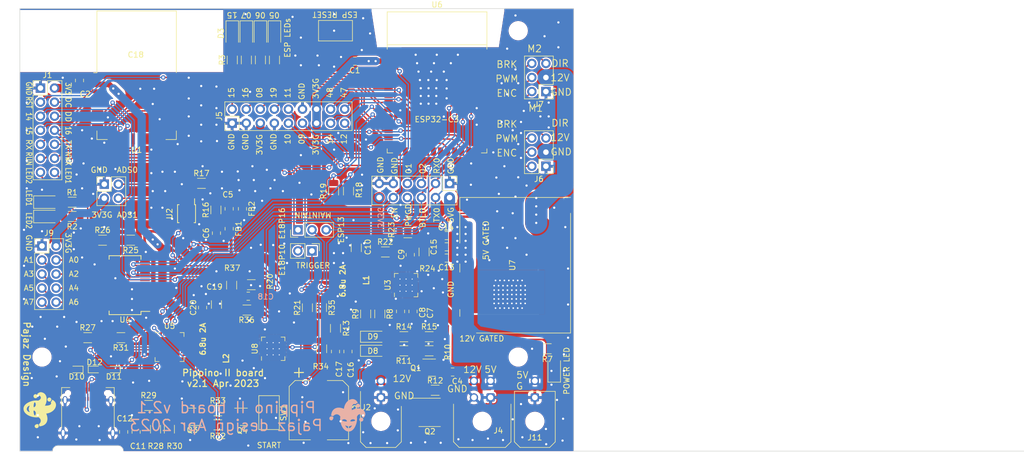
<source format=kicad_pcb>
(kicad_pcb (version 20221018) (generator pcbnew)
  (layers (0 "F.Cu" signal) (31 "B.Cu" signal) (34 "B.Paste" user) (35 "F.Paste" user) (36 "B.SilkS" user "B.Silkscreen") (37 "F.SilkS" user "F.Silkscreen") (38 "B.Mask" user) (39 "F.Mask" user) (44 "Edge.Cuts" user))
  (net 0 "")
  (net 1 "+3V3")
  (net 2 "GND")
  (net 3 "+BATT")
  (net 4 "VBATT_GATED")
  (net 5 "3V3_GATED")
  (net 6 "/PSU_Gated/PSU_3v3/TPS62110_MODULE/FB_1v15")
  (net 7 "/ESPEN")
  (net 8 "5V0_GATED")
  (net 9 "/PSU_3v3_BATT/TPS62110_MODULE_BATT/FB_1v15")
  (net 10 "/ESPIO19")
  (net 11 "/VBATT_trig_manual")
  (net 12 "Net-(U5-VBUS)")
  (net 13 "Net-(D1-A)")
  (net 14 "/ESP32_Module/VBUS")
  (net 15 "/ESP32_Module/USB_DN")
  (net 16 "/ESP32_Module/USB_DP")
  (net 17 "/E18P14")
  (net 18 "/E18P15")
  (net 19 "/E18P16")
  (net 20 "/E18RX")
  (net 21 "/E18RST")
  (net 22 "/E18TX")
  (net 23 "/E18DD")
  (net 24 "/ESPIO1")
  (net 25 "/E18DC")
  (net 26 "/ESPIO2")
  (net 27 "/Batt_Low_Flag")
  (net 28 "/ESPIO11")
  (net 29 "/ESPIO12")
  (net 30 "/ESPIO13")
  (net 31 "/ESPIO14")
  (net 32 "/io_expander/GPA0")
  (net 33 "/io_expander/GPA4")
  (net 34 "/io_expander/GPA1")
  (net 35 "/io_expander/GPA5")
  (net 36 "/io_expander/GPA2")
  (net 37 "/io_expander/GPA6")
  (net 38 "/io_expander/GPA3")
  (net 39 "/io_expander/GPA7")
  (net 40 "/VBATT_maintain")
  (net 41 "/VBATT_trigger")
  (net 42 "/E18P10")
  (net 43 "Net-(L1-Pad1)")
  (net 44 "Net-(L2-Pad1)")
  (net 45 "Net-(D2-A)")
  (net 46 "/ESP32_Module/RTS")
  (net 47 "Net-(D3-A)")
  (net 48 "/ESP32_Module/DTR")
  (net 49 "/ESP32_Module/GPIO0")
  (net 50 "Net-(D4-A)")
  (net 51 "Net-(D5-A)")
  (net 52 "Net-(D6-A)")
  (net 53 "/RUN_LED")
  (net 54 "/NWK_LED")
  (net 55 "Net-(D7-A)")
  (net 56 "Net-(D8-A)")
  (net 57 "Net-(D9-A)")
  (net 64 "/io_expander/INTERRUPT_2")
  (net 65 "/button_int")
  (net 72 "Net-(Q1-C)")
  (net 73 "Net-(Q3-B)")
  (net 74 "Net-(Q4-B)")
  (net 75 "Net-(U2-ALERT{slash}RDY)")
  (net 76 "Net-(U2-ADDR)")
  (net 77 "Net-(U3-PG)")
  (net 78 "Net-(U4-~{RESET})")
  (net 79 "Net-(U4-A0)")
  (net 80 "Net-(U5-~{RST})")
  (net 81 "/TXD0")
  (net 82 "/RXD0")
  (net 83 "Net-(U5-~{SUSPEND})")
  (net 96 "/ADC/3V3_filtered")
  (net 97 "/ADC/GND_filtered")
  (net 104 "/ADS0")
  (net 106 "/M1_enc")
  (net 107 "/M1_PWM")
  (net 108 "/M1_dir")
  (net 109 "/M1_brake")
  (net 110 "/M2_enc")
  (net 111 "/M2_PWM")
  (net 112 "/M2_dir")
  (net 113 "/M2_brake")
  (net 114 "/ESPIO9")
  (net 115 "/ESPIO10")
  (net 116 "/ESPIO48")
  (net 117 "/ESPIO47")
  (net 118 "/ESPIO16")
  (net 120 "/ESPIO5")
  (net 121 "/ESPIO6")
  (net 122 "/ESPIO15")
  (net 123 "/ESPIO7")
  (net 124 "/3v3_PWR_Good")
  (net 125 "/SCL")
  (net 126 "/SDA")
  (net 129 "/ADS1")
  (net 130 "/ADC/ADS_IN3")
  (net 131 "/LED1")
  (net 132 "/LED2")
  (net 143 "/ADC/ADS_IN2")
  (net 144 "/ESPIO8")
  (footprint "Resistor_SMD:R_1206_3216Metric" (layer "F.Cu") (at 138.25 130 90)
    (fp_text reference "R37")
    (fp_text value "1M")
  )
  (footprint "Resistor_SMD:R_1206_3216Metric" (layer "F.Cu") (at 109.45 117.59 180)
    (fp_text reference "R2")
    (fp_text value "330")
  )
  (footprint "Resistor_SMD:R_1206_3216Metric" (layer "F.Cu") (at 135.75 155.25)
    (fp_text reference "R32")
    (fp_text value "10K")
  )
  (footprint "LED_SMD:LED_1206_3216Metric" (layer "F.Cu") (at 104.78125 117.59)
    (fp_text reference "D2" hide)
    (fp_text value "LED")
  )
  (footprint "Package_SO:SSOP-28_5.3x10.2mm_P0.65mm" (layer "F.Cu") (at 119 130 180)
    (fp_text reference "U4")
    (fp_text value "MCP23017")
  )
  (footprint "LED_SMD:LED_1206_3216Metric" (layer "F.Cu") (at 104.78125 115)
    (fp_text reference "D1" hide)
    (fp_text value "LED")
  )
  (footprint "LED_SMD:LED_1206_3216Metric" (layer "F.Cu") (at 143.44 84.5 -90)
    (fp_text reference "D5" hide)
    (fp_text value "LED")
  )
  (footprint "LED_SMD:LED_1206_3216Metric" (layer "F.Cu") (at 196.5 145.25 90)
    (fp_text reference "D7" hide)
    (fp_text value "LED")
  )
  (footprint "Resistor_SMD:R_1206_3216Metric" (layer "F.Cu") (at 109.45 115 180)
    (fp_text reference "R1")
    (fp_text value "330")
  )
  (footprint "Capacitor_SMD:C_0805_2012Metric" (layer "F.Cu") (at 177.034 125.104 180)
    (fp_text reference "C13")
    (fp_text value "10uF")
  )
  (footprint "MountingHole:MountingHole_3mm" (layer "F.Cu") (at 190 84)
    (fp_text reference "MH3" hide)
    (fp_text value "MountingHole_3mm")
  )
  (footprint "Diode_SMD:D_SOD-523" (layer "F.Cu") (at 117 145.25 180)
    (fp_text reference "D11")
    (fp_text value "ESD9B5.0ST5G")
  )
  (footprint "Resistor_SMD:R_1206_3216Metric" (layer "F.Cu") (at 166 124)
    (fp_text reference "R22")
    (fp_text value "1M")
  )
  (footprint "Resistor_SMD:R_1206_3216Metric" (layer "F.Cu") (at 124.5 156.0375 90)
    (fp_text reference "R28")
    (fp_text value "47.5K")
  )
  (footprint "Capacitor_SMD:C_0805_2012Metric" (layer "F.Cu") (at 118.75 156.5375 -90)
    (fp_text reference "C12")
    (fp_text value "1uF")
  )
  (footprint "Pcb_Modules:CK1408" (layer "F.Cu") (at 189.45 126.4 90)
    (fp_text reference "U7")
    (fp_text value "CK1408")
  )
  (footprint "Resistor_SMD:R_1206_3216Metric" (layer "F.Cu") (at 157 137.8 90)
    (fp_text reference "R13")
    (fp_text value "100k")
  )
  (footprint "Resistor_SMD:R_1206_3216Metric" (layer "F.Cu") (at 135.75 152.71)
    (fp_text reference "R33")
    (fp_text value "10K")
  )
  (footprint "Package_DFN_QFN:Texas_S-PVQFN-N16_EP2.7x2.7mm_ThermalVias" (layer "F.Cu") (at 169.75 130 90)
    (fp_text reference "U3")
    (fp_text value "TPS62110")
  )
  (footprint "Package_SO:TSSOP-10_3x3mm_P0.5mm" (layer "F.Cu") (at 130.109 117.077 -90)
    (fp_text reference "U2")
    (fp_text value "ADS1115IDGS")
  )
  (footprint "Resistor_SMD:R_1206_3216Metric" (layer "F.Cu") (at 154.462 134.072 90)
    (fp_text reference "R35")
    (fp_text value "100K")
  )
  (footprint "Capacitor_SMD:C_0805_2012Metric" (layer "F.Cu") (at 178.15 145.7 180)
    (fp_text reference "C4")
    (fp_text value "10uF")
  )
  (footprint "Capacitor_SMD:C_0805_2012Metric" (layer "F.Cu") (at 170.5 124.5 -90)
    (fp_text reference "C9")
    (fp_text value "10p")
  )
  (footprint "MountingHole:MountingHole_3mm" (layer "F.Cu") (at 104 84)
    (fp_text reference "MH3" hide)
    (fp_text value "MountingHole_3mm")
  )
  (footprint "Connector_Molex:Molex_Micro-Fit_3.0_43045-0400_2x02_P3.00mm_Horizontal" (layer "F.Cu") (at 185 150.3 180)
    (fp_text reference "J4")
    (fp_text value "Conn_02x02_Counter_Clockwise")
  )
  (footprint "Resistor_SMD:R_1206_3216Metric" (layer "F.Cu") (at 120.016 121.872 180)
    (fp_text reference "R25")
    (fp_text value "10k")
  )
  (footprint "Package_TO_SOT_SMD:SOT-23" (layer "F.Cu") (at 174.428 144.916)
    (fp_text reference "Q1")
    (fp_text value "2N3904")
  )
  (footprint "Connector_PinHeader_2.54mm:PinHeader_2x06_P2.54mm_Vertical" (layer "F.Cu") (at 177.6 111.625 -90)
    (fp_text reference "J3" hide)
    (fp_text value "Conn_02x06_Odd_Even")
  )
  (footprint "Connector_Molex:Molex_Micro-Fit_3.0_43045-0200_2x01_P3.00mm_Horizontal" (layer "F.Cu") (at 165.2 150.3 180)
    (fp_text reference "J2")
    (fp_text value "Conn_02x01")
  )
  (footprint "LED_SMD:LED_1206_3216Metric" (layer "F.Cu") (at 140.9 84.5 -90)
    (fp_text reference "D4" hide)
    (fp_text value "LED")
  )
  (footprint "Resistor_SMD:R_1206_3216Metric" (layer "F.Cu") (at 123.25 151.75)
    (fp_text reference "R29")
    (fp_text value "1K")
  )
  (footprint "Diode_SMD:D_SOD-123" (layer "F.Cu") (at 163.76 141.868)
    (fp_text reference "D8")
    (fp_text value "1N5819")
  )
  (footprint "Capacitor_SMD:CP_Elec_10x10.5" (layer "F.Cu") (at 154 152.6 -90)
    (fp_text reference "C3")
    (fp_text value "470uF")
  )
  (footprint "MountingHole:MountingHole_3mm" (layer "F.Cu") (at 190 143)
    (fp_text reference "MH3" hide)
    (fp_text value "MountingHole_3mm")
  )
  (footprint "Capacitor_SMD:C_0805_2012Metric" (layer "F.Cu") (at 157 142 90)
    (fp_text reference "C17")
    (fp_text value "1uF")
  )
  (footprint "Resistor_SMD:R_1206_3216Metric" (layer "F.Cu") (at 114.936 121.872)
    (fp_text reference "R26")
    (fp_text value "10k")
  )
  (footprint "Capacitor_SMD:C_0805_2012Metric" (layer "F.Cu") (at 135.5 120.6 -90)
    (fp_text reference "C6")
    (fp_text value "1uF")
  )
  (footprint "Capacitor_SMD:C_0805_2012Metric" (layer "F.Cu") (at 140.2 116.2 -90)
    (fp_text reference "FB2")
    (fp_text value "FerriteBead_Small")
  )
  (footprint "MountingHole:MountingHole_3mm" (layer "F.Cu") (at 104 143)
    (fp_text reference "MH3" hide)
    (fp_text value "MountingHole_3mm")
  )
  (footprint "Package_TO_SOT_SMD:SOT-23" (layer "F.Cu") (at 140.45 153.8)
    (fp_text reference "Q4")
    (fp_text value "L8050_SOT23")
  )
  (footprint "Capacitor_SMD:C_0805_2012Metric" (layer "F.Cu") (at 137.8 119.8 90)
    (fp_text reference "FB1")
    (fp_text value "FerriteBead_Small")
  )
  (footprint "Diode_SMD:D_SOD-523" (layer "F.Cu") (at 113.5 145.25)
    (fp_text reference "D12")
    (fp_text value "ESD9B5.0ST5G")
  )
  (footprint "Capacitor_SMD:C_1206_3216Metric" (layer "F.Cu") (at 135.5 133.5 90)
    (fp_text reference "C19")
    (fp_text value "22uF")
  )
  (footprint "Resistor_SMD:R_1206_3216Metric" (layer "F.Cu") (at 173.92 139.328)
    (fp_text reference "R15")
    (fp_text value "220K")
  )
  (footprint "Connector_PinHeader_2.54mm:PinHeader_2x05_P2.54mm_Vertical" (layer "F.Cu") (at 104 122.92)
    (fp_text reference "J9")
    (fp_text value "IO")
  )
  (footprint "Capacitor_SMD:C_0805_2012Metric" (layer "F.Cu") (at 160.5 89.5 180)
    (fp_text reference "C1")
    (fp_text value "10uF")
  )
  (footprint "Resistor_SMD:R_1206_3216Metric" (layer "F.Cu") (at 169.348 141.868 180)
    (fp_text reference "R11")
    (fp_text value "220")
  )
  (footprint "Connector_PinHeader_2.54mm:PinHeader_1x03_P2.54mm_Vertical" (layer "F.Cu") (at 150.225 120 90)
    (fp_text reference "JP1" hide)
    (fp_text value "Jumper_3_Open")
  )
  (footprint "Connector_PinHeader_2.54mm:PinHeader_2x09_P2.54mm_Vertical" (layer "F.Cu") (at 138.34 100.725 90)
    (fp_text reference "J5")
    (fp_text value "Conn_02x09_Odd_Even")
  )
  (footprint "Connector_PinHeader_2.54mm:PinHeader_2x03_P2.54mm_Vertical" (layer "F.Cu") (at 195 108.5 180)
    (fp_text reference "J6")
    (fp_text value "Conn_02x03")
  )
  (footprint "Resistor_SMD:R_1206_3216Metric" (layer "F.Cu") (at 132.8 111.6)
    (fp_text reference "R17")
    (fp_text value "10k")
  )
  (footprint "Resistor_SMD:R_1206_3216Metric" (layer "F.Cu") (at 151.922 134.072 90)
    (fp_text reference "R21")
    (fp_text value "300K")
  )
  (footprint "LED_SMD:LED_1206_3216Metric" (layer "F.Cu") (at 138.36 84.5 -90)
    (fp_text reference "D3")
    (fp_text value "LED")
  )
  (footprint "Resistor_SMD:R_1206_3216Metric" (layer "F.Cu") (at 173 124 90)
    (fp_text reference "R24")
    (fp_text value "300K")
  )
  (footprint "Resistor_SMD:R_1206_3216Metric" (layer "F.Cu") (at 165 135.2 -90)
    (fp_text reference "R8")
    (fp_text value "18k")
  )
  (footprint "Connector_Molex:Molex_Micro-Fit_3.0_43045-0200_2x01_P3.00mm_Horizontal" (layer "F.Cu") (at 193 150.3 180)
    (fp_text reference "J11")
    (fp_text value "Conn_02x01")
  )
  (footprint "Resistor_SMD:R_1206_3216Metric" (layer "F.Cu") (at 127 156.0375 90)
    (fp_text reference "R30")
    (fp_text value "10K(NC)")
  )
  (footprint "Resistor_SMD:R_1206_3216Metric" (layer "F.Cu") (at 173.92 141.868)
    (fp_text reference "R10")
    (fp_text value "220K")
  )
  (footprint "Connector_PinHeader_2.54mm:PinHeader_2x02_P2.54mm_Vertical" (layer "F.Cu") (at 115.25 111.75)
    (fp_text reference "J8" hide)
    (fp_text value "Conn_02x02_Odd_Even")
  )
  (footprint "Resistor_SMD:R_1206_3216Metric" (layer "F.Cu") (at 143.44 89.29 90)
    (fp_text reference "R5" hide)
    (fp_text value "330")
  )
  (footprint "Button_Switch_SMD:SW_SPST_CK_RS282G05A3" (layer "F.Cu") (at 157 84 180)
    (fp_text reference "SW2" hide)
    (fp_text value "SW_Push")
  )
  (footprint "Capacitor_SMD:C_0805_2012Metric" (layer "F.Cu") (at 133 134.05 90)
    (fp_text reference "C20")
    (fp_text value "100n")
  )
  (footprint "Resistor_SMD:R_1206_3216Metric" (layer "F.Cu") (at 141.7975 129.921)
    (fp_text reference "R20")
    (fp_text value "560K")
  )
  (footprint "Resistor_SMD:R_1206_3216Metric" (layer "F.Cu") (at 156.65 113 90)
    (fp_text reference "R19")
    (fp_text value "10k")
  )
  (footprint "Resistor_SMD:R_1206_3216Metric" (layer "F.Cu") (at 112.25 139.5)
    (fp_text reference "R27")
    (fp_text value "22.1K")
  )
  (footprint "Resistor_SMD:R_1206_3216Metric" (layer "F.Cu") (at 140.9 89.29 90)
    (fp_text reference "R4" hide)
    (fp_text value "330")
  )
  (footprint "Capacitor_SMD:C_1206_3216Metric" (layer "F.Cu") (at 160.75 123.25 90)
    (fp_text reference "C10")
    (fp_text value "22uF")
  )
  (footprint "w_smd_inductors:inductor_smd_5.8x4.5mm" (layer "F.Cu") (at 137.25 139.75 -90)
    (fp_text reference "L2")
    (fp_text value "6.8u 2A")
  )
  (footprint "Package_DFN_QFN:QFN-28-1EP_5x5mm_P0.5mm_EP3.35x3.35mm" (layer "F.Cu") (at 127.03 141.184)
    (fp_text reference "U5")
    (fp_text value "CP2102N-Axx-xQFN28")
  )
  (footprint "Espressif:ESP32-S3-WROOM-1" (layer "F.Cu") (at 175.34 96.35)
    (fp_text reference "U6")
    (fp_text value "ESP32-S3-WROOM-1")
  )
  (footprint "Resistor_SMD:R_1206_3216Metric" (layer "F.Cu") (at 135.4 116.4 90)
    (fp_text reference "R16")
    (fp_text value "10k")
  )
  (footprint "Capacitor_SMD:C_0805_2012Metric" (layer "F.Cu") (at 141.25 132)
    (fp_text reference "C18")
    (fp_text value "10p")
  )
  (footprint "Resistor_SMD:R_1206_3216Metric" (layer "F.Cu") (at 154.5 141.5 90)
    (fp_text reference "R34")
    (fp_text value "680K")
  )
  (footprint "Resistor_SMD:R_1206_3216Metric" (layer "F.Cu") (at 141 134.5)
    (fp_text reference "R36")
    (fp_text value "1M")
  )
  (footprint "Capacitor_SMD:C_0805_2012Metric" (layer "F.Cu") (at 110.774 93 90)
    (fp_text reference "C2")
    (fp_text value "10uF")
  )
  (footprint "Resistor_SMD:R_1206_3216Metric" (layer "F.Cu") (at 118.25 139.5 180)
    (fp_text reference "R31")
    (fp_text value "10K(NC)")
  )
  (footprint "Capacitor_SMD:C_0805_2012Metric" (layer "F.Cu") (at 159.25 142 90)
    (fp_text reference "C16")
    (fp_text value "10uF")
  )
  (footprint "Capacitor_SMD:C_0805_2012Metric" (layer "F.Cu") (at 177.034 123.072 180)
    (fp_text reference "C15")
    (fp_text value "100n")
  )
  (footprint "Resistor_SMD:R_1206_3216Metric" (layer "F.Cu") (at 169.348 139.328)
    (fp_text reference "R14")
    (fp_text value "220")
  )
  (footprint "Capacitor_SMD:C_0805_2012Metric" (layer "F.Cu") (at 168.75 134.75 -90)
    (fp_text reference "C8")
    (fp_text value "1uF")
  )
  (footprint "Connector_USB:USB_C_Receptacle_Amphenol_12401610E4-2A" (layer "F.Cu") (at 112.298 153.884)
    (fp_text reference "J10" hide)
    (fp_text value "USB_B_Micro")
  )
  (footprint "Capacitor_SMD:C_0805_2012Metric" (layer "F.Cu") (at 177.034 121.04 180)
    (fp_text reference "C14")
    (fp_text value "1uF")
  )
  (footprint "Package_SO:SOIC-8_3.9x4.9mm_P1.27mm" (layer "F.Cu") (at 174 153)
    (fp_text reference "Q2")
    (fp_text value "AO4409")
  )
  (footprint "LED_SMD:LED_1206_3216Metric" (layer "F.Cu") (at 145.98 84.5 -90)
    (fp_text reference "D6" hide)
    (fp_text value "LED")
  )
  (footprint "Capacitor_SMD:C_0805_2012Metric" (layer "F.Cu") (at 121 156.5375 -90)
    (fp_text reference "C11")
    (fp_text value "1uF")
  )
  (footprint "Package_DFN_QFN:Texas_S-PVQFN-N16_EP2.7x2.7mm_ThermalVias" (layer "F.Cu") (at 145.75 141.5 90)
    (fp_text reference "U8")
    (fp_text value "TPS62110")
  )
  (footprint "Connector_PinHeader_2.54mm:PinHeader_2x03_P2.54mm_Vertical" (layer "F.Cu") (at 195 95 180)
    (fp_text reference "J7")
    (fp_text value "Conn_02x03")
  )
  (footprint "Diode_SMD:D_SOD-523" (layer "F.Cu") (at 110.266 145.248 180)
    (fp_text reference "D10")
    (fp_text value "ESD9B5.0ST5G")
  )
  (footprint "Resistor_SMD:R_1206_3216Metric" (layer "F.Cu") (at 145.98 89.29 90)
    (fp_text reference "R6" hide)
    (fp_text value "330")
  )
  (footprint "Package_TO_SOT_SMD:SOT-23" (layer "F.Cu") (at 131.15 153.8 180)
    (fp_text reference "Q3")
    (fp_text value "L8050_SOT23")
  )
  (footprint "Resistor_SMD:R_1206_3216Metric" (layer "F.Cu") (at 195.25 141.5)
    (fp_text reference "R7")
    (fp_text value "330")
  )
  (footprint "w_smd_inductors:inductor_smd_5.8x4.5mm" (layer "F.Cu") (at 162.5 129.25 -90)
    (fp_text reference "L1")
    (fp_text value "6.8u 2A")
  )
  (footprint "Connector_PinHeader_2.54mm:PinHeader_2x07_P2.54mm_Vertical" (layer "F.Cu") (at 103.725 94.375)
    (fp_text reference "J1")
    (fp_text value "Conn_02x06_Odd_Even")
  )
  (footprint "Capacitor_SMD:C_0805_2012Metric" (layer "F.Cu") (at 137.8 116.2 90)
    (fp_text reference "C5")
    (fp_text value "1uF")
  )
  (footprint "Resistor_SMD:R_1206_3216Metric" (layer "F.Cu") (at 159.35 113 90)
    (fp_text reference "R18")
    (fp_text value "10k")
  )
  (footprint "Connector_PinHeader_2.54mm:PinHeader_1x02_P2.54mm_Vertical" (layer "F.Cu") (at 152.75 123.81 -90)
    (fp_text reference "JP2" hide)
    (fp_text value "Jumper_3_Open")
  )
  (footprint "Resistor_SMD:R_1206_3216Metric" (layer "F.Cu") (at 170.053 120.523)
    (fp_text reference "R23")
    (fp_text value "560K")
  )
  (footprint "Resistor_SMD:R_1206_3216Metric" (layer "F.Cu") (at 138.36 89.29 90)
    (fp_text reference "R3")
    (fp_text value "330")
  )
  (footprint "RF_Module:E18-MS1-PCB" (layer "F.Cu") (at 121.0864 92.0604)
    (fp_text reference "U1")
    (fp_text value "E18-MS1-PCB")
  )
  (footprint "Diode_SMD:D_SOD-123" (layer "F.Cu") (at 163.76 139.328)
    (fp_text reference "D9")
    (fp_text value "1N5819")
  )
  (footprint "Resistor_SMD:R_1206_3216Metric" (layer "F.Cu") (at 162.45 135.2 90)
    (fp_text reference "R9")
    (fp_text value "5.1k")
  )
  (footprint "Button_Switch_SMD:SW_SPST_CK_RS282G05A3" (layer "F.Cu") (at 145 153.044 -90)
    (fp_text reference "SW1")
    (fp_text value "SW_Push")
  )
  (footprint "Resistor_SMD:R_1206_3216Metric" (layer "F.Cu") (at 175 149)
    (fp_text reference "R12")
    (fp_text value "100K")
  )
  (footprint "Capacitor_SMD:C_0805_2012Metric" (layer "F.Cu") (at 171 134.75 -90)
    (fp_text reference "C7")
    (fp_text value "10uF")
  )
  (gr_poly locked (pts (xy 161.03663 151.433904) (xy 161.018091 151.435315) (xy 160.999821 151.437637) (xy 160.981842 151.440849) (xy 160.964179 151.444927) (xy 160.946854 151.449848) (xy 160.92989 151.455589) (xy 160.91331 151.462128) (xy 160.897137 151.469441) (xy 160.881394 151.477506) (xy 160.866104 151.486299) (xy 160.851289 151.495797) (xy 160.836973 151.505978) (xy 160.82318 151.516819) (xy 160.80993 151.528296) (xy 160.797249 151.540387) (xy 160.785158 151.553068) (xy 160.773681 151.566317) (xy 160.76284 151.580111) (xy 160.752659 151.594427) (xy 160.743161 151.609241) (xy 160.734368 151.624532) (xy 160.726303 151.640275) (xy 160.71899 151.656448) (xy 160.712451 151.673028) (xy 160.70671 151.689992) (xy 160.701789 151.707317) (xy 160.697711 151.72498) (xy 160.694499 151.742958) (xy 160.692177 151.761229) (xy 160.690766 151.779768) (xy 160.690291 151.798554) (xy 160.690766 151.81734) (xy 160.692177 151.835879) (xy 160.694499 151.854149) (xy 160.697711 151.872128) (xy 160.701789 151.889791) (xy 160.70671 151.907116) (xy 160.712451 151.92408) (xy 160.71899 151.94066) (xy 160.726303 151.956833) (xy 160.734368 151.972576) (xy 160.743161 151.987866) (xy 160.752659 152.002681) (xy 160.76284 152.016997) (xy 160.773681 152.03079) (xy 160.785158 152.04404) (xy 160.797249 152.056721) (xy 160.80993 152.068812) (xy 160.82318 152.080289) (xy 160.836973 152.09113) (xy 160.851289 152.101311) (xy 160.866104 152.110809) (xy 160.881394 152.119602) (xy 160.897137 152.127667) (xy 160.91331 152.13498) (xy 160.92989 152.141519) (xy 160.946854 152.14726) (xy 160.964179 152.152181) (xy 160.981842 152.156259) (xy 160.999821 152.159471) (xy 161.018091 152.161793) (xy 161.03663 152.163204) (xy 161.055416 152.163679) (xy 161.074202 152.163204) (xy 161.092741 152.161793) (xy 161.111012 152.159471) (xy 161.12899 152.156259) (xy 161.146653 152.152181) (xy 161.163978 152.14726) (xy 161.180942 152.141519) (xy 161.197522 152.13498) (xy 161.213695 152.127667) (xy 161.229438 152.119602) (xy 161.244729 152.110809) (xy 161.259543 152.101311) (xy 161.273859 152.09113) (xy 161.287653 152.080289) (xy 161.300902 152.068812) (xy 161.313583 152.056721) (xy 161.325674 152.04404) (xy 161.337151 152.03079) (xy 161.347992 152.016997) (xy 161.358173 152.002681) (xy 161.367671 151.987866) (xy 161.376464 151.972576) (xy 161.384529 151.956833) (xy 161.391842 151.94066) (xy 161.398381 151.92408) (xy 161.404122 151.907116) (xy 161.409044 151.889791) (xy 161.413121 151.872128) (xy 161.416333 151.854149) (xy 161.418656 151.835879) (xy 161.420066 151.81734) (xy 161.420541 151.798554) (xy 161.420066 151.779768) (xy 161.418656 151.761229) (xy 161.416333 151.742958) (xy 161.413121 151.72498) (xy 161.409044 151.707317) (xy 161.404122 151.689992) (xy 161.398381 151.673028) (xy 161.391842 151.656448) (xy 161.384529 151.640275) (xy 161.376464 151.624532) (xy 161.367671 151.609241) (xy 161.358173 151.594427) (xy 161.347992 151.580111) (xy 161.337151 151.566317) (xy 161.325674 151.553068) (xy 161.313583 151.540387) (xy 161.300902 151.528296) (xy 161.287653 151.516819) (xy 161.273859 151.505978) (xy 161.259543 151.495797) (xy 161.244729 151.486299) (xy 161.229439 151.477506) (xy 161.213695 151.469441) (xy 161.197522 151.462128) (xy 161.180942 151.455589) (xy 161.163978 151.449848) (xy 161.146653 151.444927) (xy 161.12899 151.440849) (xy 161.111012 151.437637) (xy 161.092741 151.435315) (xy 161.074202 151.433904) (xy 161.055416 151.433429)) (fill solid) (layer "B.SilkS"))
  (gr_poly locked (pts (xy 161.643055 153.929983) (xy 161.624516 153.931393) (xy 161.606246 153.933716) (xy 161.588267 153.936928) (xy 161.570604 153.941005) (xy 161.553279 153.945927) (xy 161.536315 153.951668) (xy 161.519735 153.958207) (xy 161.503562 153.96552) (xy 161.487819 153.973585) (xy 161.472529 153.982378) (xy 161.457714 153.991876) (xy 161.443398 154.002057) (xy 161.429605 154.012898) (xy 161.416355 154.024375) (xy 161.403674 154.036466) (xy 161.391583 154.049147) (xy 161.380106 154.062396) (xy 161.369266 154.07619) (xy 161.359084 154.090506) (xy 161.349586 154.10532) (xy 161.340793 154.120611) (xy 161.332728 154.136354) (xy 161.325415 154.152527) (xy 161.318876 154.169107) (xy 161.313135 154.186071) (xy 161.308214 154.203396) (xy 161.304136 154.221059) (xy 161.300924 154.239037) (xy 161.298602 154.257308) (xy 161.297191 154.275847) (xy 161.296716 154.294633) (xy 161.297191 154.313419) (xy 161.298602 154.331958) (xy 161.300924 154.350229) (xy 161.304136 154.368207) (xy 161.308214 154.38587) (xy 161.313135 154.403195) (xy 161.318876 154.420159) (xy 161.325415 154.436739) (xy 161.332728 154.452912) (xy 161.340793 154.468655) (xy 161.349586 154.483946) (xy 161.359084 154.49876) (xy 161.369266 154.513076) (xy 161.380106 154.52687) (xy 161.391583 154.540119) (xy 161.403674 154.5528) (xy 161.416355 154.564891) (xy 161.429605 154.576368) (xy 161.443398 154.587209) (xy 161.457714 154.59739) (xy 161.472529 154.606888) (xy 161.487819 154.615681) (xy 161.503562 154.623746) (xy 161.519735 154.631059) (xy 161.536315 154.637598) (xy 161.553279 154.643339) (xy 161.570604 154.64826) (xy 161.588267 154.652338) (xy 161.606246 154.65555) (xy 161.624516 154.657872) (xy 161.643055 154.659283) (xy 161.661841 154.659758) (xy 161.680627 154.659283) (xy 161.699166 154.657872) (xy 161.717437 154.65555) (xy 161.735415 154.652338) (xy 161.753078 154.64826) (xy 161.770403 154.643339) (xy 161.787367 154.637598) (xy 161.803947 154.631059) (xy 161.82012 154.623746) (xy 161.835863 154.615681) (xy 161.851154 154.606888) (xy 161.865968 154.59739) (xy 161.880284 154.587209) (xy 161.894078 154.576368) (xy 161.907327 154.564891) (xy 161.920008 154.5528) (xy 161.932099 154.540119) (xy 161.943576 154.52687) (xy 161.954417 154.513076) (xy 161.964598 154.49876) (xy 161.974096 154.483946) (xy 161.982889 154.468656) (xy 161.990954 154.452912) (xy 161.998267 154.436739) (xy 162.004806 154.420159) (xy 162.010547 154.403195) (xy 162.015469 154.38587) (xy 162.019546 154.368207) (xy 162.022758 154.350229) (xy 162.025081 154.331958) (xy 162.026491 154.313419) (xy 162.026966 154.294633) (xy 162.026491 154.275847) (xy 162.025081 154.257308) (xy 162.022758 154.239038) (xy 162.019546 154.221059) (xy 162.015469 154.203396) (xy 162.010547 154.186071) (xy 162.004806 154.169107) (xy 161.998267 154.152527) (xy 161.990954 154.136354) (xy 161.982889 154.120611) (xy 161.974096 154.10532) (xy 161.964598 154.090506) (xy 161.954417 154.07619) (xy 161.943576 154.062396) (xy 161.932099 154.049147) (xy 161.920008 154.036466) (xy 161.907327 154.024375) (xy 161.894078 154.012898) (xy 161.880284 154.002057) (xy 161.865968 153.991876) (xy 161.851154 153.982378) (xy 161.835864 153.973585) (xy 161.82012 153.96552) (xy 161.803947 153.958207) (xy 161.787367 153.951668) (xy 161.770403 153.945927) (xy 161.753078 153.941005) (xy 161.735415 153.936928) (xy 161.717437 153.933716) (xy 161.699166 153.931393) (xy 161.680627 153.929983) (xy 161.661841 153.929508)) (fill solid) (layer "B.SilkS"))
  (gr_poly locked (pts (xy 160.022254 150.593591) (xy 159.921069 150.60401) (xy 159.819678 150.624016) (xy 159.718577 150.653379) (xy 159.618266 150.691868) (xy 159.519239 150.739251) (xy 159.421995 150.795296) (xy 159.327029 150.859773) (xy 159.23484 150.93245) (xy 159.145924 151.013096) (xy 159.060778 151.101479) (xy 158.979898 151.197369) (xy 158.903783 151.300534) (xy 158.832929 151.410742) (xy 158.767832 151.527763) (xy 158.708991 151.651366) (xy 158.656901 151.781318) (xy 158.61206 151.917389) (xy 158.574965 152.059347) (xy 158.546112 152.206961) (xy 158.526 152.36) (xy 158.417964 152.314126) (xy 158.31047 152.273648) (xy 158.203694 152.238574) (xy 158.097812 152.208913) (xy 157.992998 152.184675) (xy 157.88943 152.165869) (xy 157.787283 152.152503) (xy 157.686733 152.144588) (xy 157.587956 152.142131) (xy 157.491127 152.145144) (xy 157.396422 152.153634) (xy 157.304018 152.167611) (xy 157.214091 152.187085) (xy 157.126815 152.212064) (xy 157.042367 152.242557) (xy 156.960923 152.278574) (xy 156.882659 152.320124) (xy 156.80775 152.367217) (xy 156.736372 152.419861) (xy 156.668702 152.478065) (xy 156.604915 152.541839) (xy 156.545187 152.611192) (xy 156.489693 152.686134) (xy 156.438611 152.766673) (xy 156.392115 152.852818) (xy 156.350381 152.944579) (xy 156.313585 153.041966) (xy 156.281904 153.144986) (xy 156.255513 153.25365) (xy 156.234587 153.367967) (xy 156.219303 153.487946) (xy 156.209837 153.613595) (xy 156.234141 153.611111) (xy 156.258043 153.609795) (xy 156.281551 153.609625) (xy 156.304674 153.610578) (xy 156.327418 153.612631) (xy 156.349791 153.615763) (xy 156.371802 153.61995) (xy 156.393458 153.625171) (xy 156.414766 153.631402) (xy 156.435735 153.638622) (xy 156.456373 153.646808) (xy 156.476686 153.655937) (xy 156.496683 153.665987) (xy 156.516371 153.676935) (xy 156.535759 153.688759) (xy 156.554854 153.701437) (xy 156.598919 153.656258) (xy 156.643183 153.614182) (xy 156.687608 153.575207) (xy 156.732156 153.539328) (xy 156.776791 153.506543) (xy 156.821476 153.476848) (xy 156.866172 153.450241) (xy 156.910842 153.426717) (xy 156.95545 153.406273) (xy 156.999957 153.388907) (xy 157.044328 153.374614) (xy 157.088523 153.363393) (xy 157.132507 153.355238) (xy 157.176241 153.350147) (xy 157.219689 153.348117) (xy 157.262812 153.349144) (xy 157.305575 153.353226) (xy 157.347939 153.360358) (xy 157.389867 153.370537) (xy 157.431322 153.383761) (xy 157.472267 153.400026) (xy 157.512663 153.419328) (xy 157.552475 153.441665) (xy 157.591665 153.467033) (xy 157.630194 153.495428) (xy 157.668027 153.526848) (xy 157.705126 153.561289) (xy 157.741453 153.598748) (xy 157.776971 153.639221) (xy 157.811643 153.682706) (xy 157.845432 153.729198) (xy 157.878299 153.778695) (xy 157.861677 153.849628) (xy 157.849298 153.922992) (xy 157.840846 153.998291) (xy 157.835999 154.075029) (xy 157.834439 154.152709) (xy 157.835846 154.230835) (xy 157.839901 154.308912) (xy 157.846285 154.386443) (xy 157.854677 154.462933) (xy 157.86476 154.537884) (xy 157.888717 154.681189) (xy 157.915601 154.812389) (xy 157.942858 154.927516) (xy 157.97922 155.059173) (xy 158.022841 155.192998) (xy 158.073748 155.327503) (xy 158.131969 155.461197) (xy 158.197532 155.59259) (xy 158.270466 155.720193) (xy 158.350797 155.842515) (xy 158.438555 155.958068) (xy 158.533766 156.06536) (xy 158.584175 156.115443) (xy 158.636459 156.162903) (xy 158.69062 156.207552) (xy 158.746661 156.249206) (xy 158.804587 156.287677) (xy 158.864401 156.322779) (xy 158.926107 156.354327) (xy 158.989707 156.382134) (xy 159.055205 156.406013) (xy 159.122606 156.425779) (xy 159.191911 156.441245) (xy 159.263126 156.452225) (xy 159.336253 156.458533) (xy 159.411295 156.459982) (xy 159.490997 156.45584) (xy 159.568787 156.445645) (xy 159.644691 156.429473) (xy 159.718733 156.407396) (xy 159.790935 156.379491) (xy 159.861323 156.345831) (xy 159.929921 156.306491) (xy 159.996752 156.261545) (xy 160.06184 156.211067) (xy 160.12521 156.155133) (xy 160.186886 156.093816) (xy 160.246891 156.02719) (xy 160.305249 155.955331) (xy 160.361985 155.878313) (xy 160.417123 155.796209) (xy 160.470687 155.709095) (xy 160.534709 155.587253) (xy 160.593429 155.465009) (xy 160.646853 155.342354) (xy 160.649118 155.336562) (xy 159.946812 155.336562) (xy 159.941647 155.364615) (xy 159.93565 155.39184) (xy 159.928785 155.418268) (xy 159.921015 155.443925) (xy 159.912303 155.468841) (xy 159.90261 155.493045) (xy 159.891901 155.516566) (xy 159.880137 155.539431) (xy 159.867282 155.56167) (xy 159.853298 155.583312) (xy 159.838149 155.604384) (xy 159.821796 155.624917) (xy 159.804204 155.644937) (xy 159.785334 155.664475) (xy 159.765149 155.683558) (xy 159.743612 155.702216) (xy 159.718011 155.722724) (xy 159.692219 155.741971) (xy 159.666258 155.759941) (xy 159.640148 155.776621) (xy 159.613908 155.791995) (xy 159.587561 155.806048) (xy 159.561126 155.818766) (xy 159.534624 155.830134) (xy 159.508076 155.840137) (xy 159.481502 155.84876) (xy 159.454922 155.855988) (xy 159.428357 155.861807) (xy 159.401828 155.866201) (xy 159.375355 155.869156) (xy 159.348959 155.870657) (xy 159.32266 155.87069) (xy 159.296479 155.869239) (xy 159.270436 155.866289) (xy 159.244553 155.861826) (xy 159.218848 155.855835) (xy 159.193344 155.848301) (xy 159.16806 155.839209) (xy 159.143018 155.828545) (xy 159.118237 155.816293) (xy 159.093738 155.802439) (xy 159.069541 155.786968) (xy 159.045668 155.769865) (xy 159.022139 155.751116) (xy 158.998974 155.730705) (xy 158.976194 155.708617) (xy 158.953819 155.684839) (xy 158.931871 155.659354) (xy 158.917433 155.641309) (xy 158.903684 155.622892) (xy 158.890617 155.604105) (xy 158.878226 155.584948) (xy 158.866505 155.565422) (xy 158.855447 155.545528) (xy 158.845047 155.525267) (xy 158.835298 155.504639) (xy 158.826193 155.483645) (xy 158.817728 155.462286) (xy 158.809894 155.440562) (xy 158.802688 155.418476) (xy 158.796101 155.396026) (xy 158.790128 155.373214) (xy 158.784763 155.350041) (xy 158.78 155.326508) (xy 158.851519 155.372415) (xy 158.923203 155.411955) (xy 158.995059 155.4452) (xy 159.067089 155.472219) (xy 159.139299 155.493084) (xy 159.211694 155.507864) (xy 159.284278 155.516631) (xy 159.357056 155.519455) (xy 159.430032 155.516407) (xy 159.503211 155.507556) (xy 159.576598 155.492975) (xy 159.650198 155.472732) (xy 159.724014 155.446899) (xy 159.798052 155.415546) (xy 159.872317 155.378743) (xy 159.946812 155.336562) (xy 160.649118 155.336562) (xy 160.694987 155.219285) (xy 160.737838 155.095794) (xy 160.775412 154.971875) (xy 160.807715 154.847522) (xy 160.821892 154.78518) (xy 160.834753 154.722728) (xy 160.84796 154.646988) (xy 160.861228 154.554462) (xy 160.872772 154.45157) (xy 160.555185 154.45157) (xy 160.552179 154.462908) (xy 160.549468 154.46834) (xy 160.546094 154.473723) (xy 160.542053 154.479056) (xy 160.537337 154.484339) (xy 160.531943 154.489573) (xy 160.525864 154.494757) (xy 160.519095 154.499892) (xy 160.511631 154.504977) (xy 160.503467 154.510012) (xy 160.494596 154.514998) (xy 160.485013 154.519934) (xy 160.474714 154.52482) (xy 160.463692 154.529657) (xy 160.451942 154.534445) (xy 160.439459 154.539182) (xy 160.426237 154.543871) (xy 160.387348 154.556551) (xy 160.334048 154.570898) (xy 160.269417 154.585902) (xy 160.196529 154.600549) (xy 160.118464 154.613829) (xy 160.038298 154.624731) (xy 159.959109 154.632241) (xy 159.883974 154.63535) (xy 159.81597 154.633045) (xy 159.785604 154.629547) (xy 159.758175 154.624315) (xy 159.734067 154.617225) (xy 159.713666 154.608148) (xy 159.697355 154.59696) (xy 159.68552 154.583533) (xy 159.678545 154.567741) (xy 159.678323 154.565402) (xy 159.067151 154.565402) (xy 159.064711 154.583641) (xy 159.057126 154.599185) (xy 159.044776 154.612176) (xy 159.028042 154.622755) (xy 159.007301 154.631063) (xy 158.982934 154.637241) (xy 158.955321 154.641432) (xy 158.92484 154.643775) (xy 158.856795 154.643486) (xy 158.781836 154.637504) (xy 158.702999 154.62696) (xy 158.62332 154.612983) (xy 158.545835 154.596704) (xy 158.473581 154.579254) (xy 158.409594 154.561761) (xy 158.356911 154.545357) (xy 158.318566 154.531171) (xy 158.305537 154.525999) (xy 158.293237 154.520801) (xy 158.281662 154.515577) (xy 158.270809 154.510327) (xy 158.260676 154.505048) (xy 158.251259 154.49974) (xy 158.242555 154.494403) (xy 158.234561 154.489036) (xy 158.227274 154.483638) (xy 158.220691 154.478208) (xy 158.214809 154.472745) (xy 158.209624 154.467249) (xy 158.205134 154.461719) (xy 158.201335 154.456154) (xy 158.198225 154.450554) (xy 158.1958 154.444917) (xy 158.193204 154.433441) (xy 158.193659 154.421417) (xy 158.19703 154.408962) (xy 158.203181 154.396195) (xy 158.211976 154.383234) (xy 158.223279 154.370197) (xy 158.236955 154.357202) (xy 158.252867 154.344367) (xy 158.27088 154.33181) (xy 158.290857 154.31965) (xy 158.312664 154.308004) (xy 158.336163 154.296991) (xy 158.36122 154.286728) (xy 158.387698 154.277335) (xy 158.415462 154.268928) (xy 158.444376 154.261626) (xy 158.474303 154.255548) (xy 158.505109 154.250811) (xy 158.536656 154.247533) (xy 158.568811 154.245833) (xy 158.601435 154.245829) (xy 158.634394 154.247638) (xy 158.667552 154.251379) (xy 158.700774 154.25717) (xy 158.733922 154.265129) (xy 158.766861 154.275374) (xy 158.799456 154.288024) (xy 158.831571 154.303196) (xy 158.863069 154.321009) (xy 158.893815 154.34158) (xy 158.923674 154.365028) (xy 158.952508 154.391471) (xy 158.988904 154.428844) (xy 159.017879 154.462675) (xy 159.039811 154.493105) (xy 159.055081 154.520275) (xy 159.064068 154.544327) (xy 159.067151 154.565402) (xy 159.678323 154.565402) (xy 159.676815 154.549458) (xy 159.680714 154.528557) (xy 159.690627 154.504912) (xy 159.70694 154.478396) (xy 159.730036 154.448882) (xy 159.7603 154.416245) (xy 159.798116 154.380358) (xy 159.827886 154.355076) (xy 159.85857 154.332823) (xy 159.890036 154.313477) (xy 159.922152 154.296915) (xy 159.954788 154.283013) (xy 159.987812 154.271648) (xy 160.021092 154.262697) (xy 160.054498 154.256037) (xy 160.087897 154.251544) (xy 160.121159 154.249095) (xy 160.154151 154.248566) (xy 160.186744 154.249836) (xy 160.218804 154.252779) (xy 160.250202 154.257274) (xy 160.280805 154.263197) (xy 160.310482 154.270424) (xy 160.339102 154.278832) (xy 160.366533 154.288299) (xy 160.392644 154.2987) (xy 160.417303 154.309913) (xy 160.44038 154.321814) (xy 160.461742 154.33428) (xy 160.481259 154.347188) (xy 160.498799 154.360415) (xy 160.514231 154.373837) (xy 160.527422 154.387331) (xy 160.538243 154.400774) (xy 160.546561 154.414043) (xy 160.552245 154.427014) (xy 160.555163 154.439564) (xy 160.555185 154.45157) (xy 160.872772 154.45157) (xy 160.873132 154.448355) (xy 160.882246 154.331873) (xy 160.885311 154.270743) (xy 160.887143 154.208222) (xy 160.887564 154.144711) (xy 160.886397 154.080609) (xy 160.883462 154.016319) (xy 160.878581 153.95224) (xy 160.871577 153.888773) (xy 160.86227 153.82632) (xy 160.88887 153.761216) (xy 160.917633 153.700996) (xy 160.948354 153.645589) (xy 160.980828 153.594926) (xy 161.014849 153.548941) (xy 161.050212 153.507562) (xy 161.086711 153.470721) (xy 161.124142 153.43835) (xy 161.162297 153.41038) (xy 161.200973 153.386741) (xy 161.239964 153.367364) (xy 161.279063 153.352182) (xy 161.318067 153.341124) (xy 161.356769 153.334123) (xy 161.394965 153.331109) (xy 161.432447 153.332013) (xy 161.469013 153.336766) (xy 161.504454 153.3453) (xy 161.538568 153.357545) (xy 161.571147 153.373433) (xy 161.601987 153.392895) (xy 161.630882 153.415862) (xy 161.657627 153.442265) (xy 161.682016 153.472035) (xy 161.703844 153.505103) (xy 161.722905 153.541401) (xy 161.738995 153.580859) (xy 161.751907 153.623409) (xy 161.761437 153.668981) (xy 161.767378 153.717508) (xy 161.769526 153.768919) (xy 161.767675 153.823146) (xy 161.789292 153.828664) (xy 161.810292 153.835097) (xy 161.830677 153.842442) (xy 161.850448 153.850695) (xy 161.869608 153.859854) (xy 161.88816 153.869915) (xy 161.906106 153.880875) (xy 161.923448 153.892731) (xy 161.940188 153.90548) (xy 161.95633 153.919119) (xy 161.971874 153.933645) (xy 161.986824 153.949054) (xy 162.001182 153.965344) (xy 162.014949 153.982512) (xy 162.02813 154.000553) (xy 162.040725 154.019466) (xy 162.087044 153.967824) (xy 162.130318 153.91668) (xy 162.17049 153.866039) (xy 162.207503 153.815903) (xy 162.241301 153.766275) (xy 162.271827 153.717159) (xy 162.299024 153.668558) (xy 162.322836 153.620475) (xy 162.343207 153.572912) (xy 162.36008 153.525874) (xy 162.373397 153.479362) (xy 162.383104 153.433381) (xy 162.389142 153.387933) (xy 162.391456 153.343022) (xy 162.389988 153.29865) (xy 162.384683 153.25482) (xy 162.361437 153.141209) (xy 162.33076 153.035681) (xy 162.293057 152.938032) (xy 162.248727 152.848056) (xy 162.198175 152.765545) (xy 162.141801 152.690293) (xy 162.080009 152.622095) (xy 162.0132 152.560744) (xy 161.941776 152.506034) (xy 161.86614 152.457757) (xy 161.786694 152.415709) (xy 161.703841 152.379683) (xy 161.617981 152.349473) (xy 161.529519 152.324871) (xy 161.438855 152.305673) (xy 161.346392 152.291671) (xy 161.252532 152.28266) (xy 161.157677 152.278433) (xy 161.062231 152.278783) (xy 160.966594 152.283505) (xy 160.871169 152.292393) (xy 160.776358 152.305239) (xy 160.682563 152.321838) (xy 160.590188 152.341983) (xy 160.499633 152.365469) (xy 160.411301 152.392088) (xy 160.325594 152.421635) (xy 160.242915 152.453903) (xy 160.163665 152.488686) (xy 160.088247 152.525778) (xy 160.017064 152.564972) (xy 159.950516 152.606062) (xy 159.953306 152.435976) (xy 159.961448 152.280249) (xy 159.9749 152.138769) (xy 159.993618 152.011419) (xy 160.017562 151.898088) (xy 160.046687 151.79866) (xy 160.080952 151.713022) (xy 160.099998 151.675339) (xy 160.120313 151.641061) (xy 160.141891 151.610173) (xy 160.164728 151.582661) (xy 160.188817 151.558511) (xy 160.214154 151.537709) (xy 160.240733 151.52024) (xy 160.268549 151.506091) (xy 160.297596 151.495247) (xy 160.32787 151.487693) (xy 160.359364 151.483416) (xy 160.392074 151.482402) (xy 160.425995 151.484635) (xy 160.46112 151.490102) (xy 160.497444 151.498789) (xy 160.534963 151.510681) (xy 160.613562 151.544025) (xy 160.635822 151.511677) (xy 160.658735 151.481866) (xy 160.682288 151.454539) (xy 160.694299 151.44179) (xy 160.706464 151.429642) (xy 160.718781 151.418087) (xy 160.731247 151.40712) (xy 160.743862 151.396732) (xy 160.756623 151.386918) (xy 160.769528 151.37767) (xy 160.782575 151.368983) (xy 160.795763 151.360848) (xy 160.809089 151.35326) (xy 160.822551 151.346211) (xy 160.836148 151.339695) (xy 160.849878 151.333705) (xy 160.863738 151.328234) (xy 160.891842 151.318823) (xy 160.920445 151.311406) (xy 160.949533 151.305931) (xy 160.979088 151.302342) (xy 161.009096 151.300586) (xy 161.039541 151.300608) (xy 160.979587 151.177932) (xy 160.913464 151.067619) (xy 160.841669 150.969439) (xy 160.764698 150.883159) (xy 160.683049 150.808548) (xy 160.597218 150.745376) (xy 160.507703 150.69341) (xy 160.415 150.65242) (xy 160.319607 150.622175) (xy 160.222021 150.602442) (xy 160.122737 150.592991)) (fill solid) (layer "B.SilkS"))
  (gr_poly locked (pts (xy 156.235501 153.719375) (xy 156.216962 153.720785) (xy 156.198691 153.723108) (xy 156.180713 153.726319) (xy 156.16305 153.730397) (xy 156.145725 153.735319) (xy 156.128761 153.74106) (xy 156.112181 153.747599) (xy 156.096008 153.754912) (xy 156.080265 153.762977) (xy 156.064974 153.77177) (xy 156.05016 153.781268) (xy 156.035844 153.791449) (xy 156.02205 153.80229) (xy 156.008801 153.813767) (xy 155.99612 153.825858) (xy 155.984029 153.838539) (xy 155.972552 153.851788) (xy 155.961711 153.865582) (xy 155.95153 153.879898) (xy 155.942032 153.894712) (xy 155.933239 153.910002) (xy 155.925174 153.925746) (xy 155.917861 153.941919) (xy 155.911322 153.958499) (xy 155.905581 153.975463) (xy 155.900659 153.992788) (xy 155.896582 154.010451) (xy 155.89337 154.028429) (xy 155.891047 154.046699) (xy 155.889637 154.065239) (xy 155.889162 154.084024) (xy 155.889637 154.10281) (xy 155.891047 154.12135) (xy 155.89337 154.13962) (xy 155.896581 154.157598) (xy 155.900659 154.175261) (xy 155.905581 154.192586) (xy 155.911322 154.20955) (xy 155.917861 154.226131) (xy 155.925174 154.242304) (xy 155.933239 154.258047) (xy 155.942032 154.273337) (xy 155.95153 154.288152) (xy 155.961711 154.302467) (xy 155.972552 154.316261) (xy 155.984029 154.32951) (xy 155.99612 154.342192) (xy 156.008801 154.354283) (xy 156.02205 154.36576) (xy 156.035844 154.3766) (xy 156.05016 154.386781) (xy 156.064974 154.39628) (xy 156.080265 154.405073) (xy 156.096008 154.413137) (xy 156.112181 154.420451) (xy 156.128761 154.426989) (xy 156.145725 154.432731) (xy 156.16305 154.437652) (xy 156.180713 154.44173) (xy 156.198691 154.444942) (xy 156.216962 154.447264) (xy 156.235501 154.448675) (xy 156.254287 154.44915) (xy 156.273073 154.448334) (xy 156.291612 154.445933) (xy 156.309883 154.442011) (xy 156.327861 154.436636) (xy 156.345524 154.429873) (xy 156.362849 154.421789) (xy 156.379813 154.412449) (xy 156.396393 154.401922) (xy 156.412566 154.390271) (xy 156.42831 154.377565) (xy 156.4436 154.363869) (xy 156.458414 154.349249) (xy 156.47273 154.333772) (xy 156.486524 154.317503) (xy 156.499773 154.30051) (xy 156.512455 154.282859) (xy 156.524545 154.264615) (xy 156.536022 154.245846) (xy 156.546863 154.226616) (xy 156.557044 154.206994) (xy 156.566543 154.187044) (xy 156.575336 154.166833) (xy 156.5834 154.146428) (xy 156.590713 154.125895) (xy 156.597252 154.105299) (xy 156.602994 154.084708) (xy 156.607915 154.064188) (xy 156.611993 154.043804) (xy 156.615204 154.023623) (xy 156.617527 154.003712) (xy 156.618937 153.984136) (xy 156.619412 153.964962) (xy 156.618937 153.946471) (xy 156.617527 153.928887) (xy 156.615204 153.912187) (xy 156.611993 153.896352) (xy 156.607915 153.881361) (xy 156.602994 153.867191) (xy 156.597252 153.853824) (xy 156.590713 153.841236) (xy 156.5834 153.829409) (xy 156.575336 153.81832) (xy 156.566543 153.807949) (xy 156.557044 153.798275) (xy 156.546863 153.789276) (xy 156.536022 153.780933) (xy 156.524545 153.773224) (xy 156.512455 153.766128) (xy 156.499773 153.759624) (xy 156.486524 153.753691) (xy 156.47273 153.748309) (xy 156.458414 153.743456) (xy 156.4436 153.739112) (xy 156.42831 153.735255) (xy 156.412566 153.731865) (xy 156.396393 153.728921) (xy 156.362849 153.724285) (xy 156.327861 153.721182) (xy 156.291612 153.719442) (xy 156.254287 153.7189)) (fill solid) (layer "B.SilkS"))
  (gr_poly locked (pts (xy 103.194369 150.095945) (xy 103.192959 150.114484) (xy 103.190636 150.132754) (xy 103.187424 150.150733) (xy 103.183347 150.168396) (xy 103.178425 150.185721) (xy 103.172684 150.202685) (xy 103.166145 150.219265) (xy 103.158832 150.235438) (xy 103.150767 150.251181) (xy 103.141974 150.266471) (xy 103.132476 150.281286) (xy 103.122295 150.295602) (xy 103.111454 150.309395) (xy 103.099977 150.322645) (xy 103.087886 150.335326) (xy 103.075205 150.347417) (xy 103.061956 150.358894) (xy 103.048162 150.369734) (xy 103.033846 150.379916) (xy 103.019032 150.389414) (xy 103.003741 150.398207) (xy 102.987998 150.406272) (xy 102.971825 150.413585) (xy 102.955245 150.420124) (xy 102.938281 150.425865) (xy 102.920956 150.430786) (xy 102.903293 150.434864) (xy 102.885315 150.438076) (xy 102.867044 150.440398) (xy 102.848505 150.441809) (xy 102.829719 150.442284) (xy 102.810933 150.441809) (xy 102.792394 150.440398) (xy 102.774123 150.438076) (xy 102.756145 150.434864) (xy 102.738482 150.430786) (xy 102.721157 150.425865) (xy 102.704193 150.420124) (xy 102.687613 150.413585) (xy 102.67144 150.406272) (xy 102.655697 150.398207) (xy 102.640406 150.389414) (xy 102.625592 150.379916) (xy 102.611276 150.369734) (xy 102.597482 150.358894) (xy 102.584233 150.347417) (xy 102.571552 150.335326) (xy 102.559461 150.322645) (xy 102.547984 150.309395) (xy 102.537143 150.295602) (xy 102.526962 150.281286) (xy 102.517464 150.266471) (xy 102.508671 150.251181) (xy 102.500606 150.235438) (xy 102.493293 150.219265) (xy 102.486754 150.202685) (xy 102.481013 150.185721) (xy 102.476092 150.168396) (xy 102.472014 150.150733) (xy 102.468802 150.132754) (xy 102.46648 150.114484) (xy 102.465069 150.095945) (xy 102.464594 150.077159) (xy 102.465069 150.058373) (xy 102.46648 150.039834) (xy 102.468802 150.021563) (xy 102.472014 150.003585) (xy 102.476092 149.985922) (xy 102.481013 149.968597) (xy 102.486754 149.951633) (xy 102.493293 149.935053) (xy 102.500606 149.91888) (xy 102.508671 149.903137) (xy 102.517464 149.887846) (xy 102.526962 149.873032) (xy 102.537143 149.858716) (xy 102.547984 149.844922) (xy 102.559461 149.831673) (xy 102.571552 149.818992) (xy 102.584233 149.806901) (xy 102.597482 149.795424) (xy 102.611276 149.784583) (xy 102.625592 149.774402) (xy 102.640406 149.764904) (xy 102.655696 149.756111) (xy 102.67144 149.748046) (xy 102.687613 149.740733) (xy 102.704193 149.734194) (xy 102.721157 149.728453) (xy 102.738482 149.723531) (xy 102.756145 149.719454) (xy 102.774123 149.716242) (xy 102.792394 149.713919) (xy 102.810933 149.712509) (xy 102.829719 149.712034) (xy 102.848505 149.712509) (xy 102.867044 149.713919) (xy 102.885314 149.716242) (xy 102.903293 149.719454) (xy 102.920956 149.723531) (xy 102.938281 149.728453) (xy 102.955245 149.734194) (xy 102.971825 149.740733) (xy 102.987998 149.748046) (xy 103.003741 149.756111) (xy 103.019032 149.764904) (xy 103.033846 149.774402) (xy 103.048162 149.784583) (xy 103.061956 149.795424) (xy 103.075205 149.806901) (xy 103.087886 149.818992) (xy 103.099977 149.831673) (xy 103.111454 149.844922) (xy 103.122295 149.858716) (xy 103.132476 149.873032) (xy 103.141974 149.887846) (xy 103.150767 149.903136) (xy 103.158832 149.91888) (xy 103.166145 149.935053) (xy 103.172684 149.951633) (xy 103.178425 149.968597) (xy 103.183347 149.985922) (xy 103.187424 150.003585) (xy 103.190636 150.021563) (xy 103.192959 150.039834) (xy 103.194369 150.058373) (xy 103.194844 150.077159)) (fill solid) (layer "F.SilkS"))
  (gr_poly locked (pts (xy 103.404977 155.503499) (xy 103.403567 155.522038) (xy 103.401244 155.540309) (xy 103.398033 155.558287) (xy 103.393955 155.57595) (xy 103.389033 155.593275) (xy 103.383292 155.610239) (xy 103.376753 155.626819) (xy 103.36944 155.642992) (xy 103.361375 155.658735) (xy 103.352582 155.674026) (xy 103.343084 155.68884) (xy 103.332903 155.703156) (xy 103.322062 155.71695) (xy 103.310585 155.730199) (xy 103.298494 155.74288) (xy 103.285813 155.754971) (xy 103.272564 155.766448) (xy 103.25877 155.777289) (xy 103.244454 155.78747) (xy 103.22964 155.796968) (xy 103.21435 155.805761) (xy 103.198606 155.813826) (xy 103.182433 155.821139) (xy 103.165853 155.827678) (xy 103.148889 155.833419) (xy 103.131564 155.838341) (xy 103.113901 155.842418) (xy 103.095923 155.84563) (xy 103.077653 155.847953) (xy 103.059113 155.849363) (xy 103.040328 155.849838) (xy 103.021542 155.849363) (xy 103.003002 155.847953) (xy 102.984732 155.84563) (xy 102.966754 155.842419) (xy 102.949091 155.838341) (xy 102.931766 155.833419) (xy 102.914802 155.827678) (xy 102.898221 155.821139) (xy 102.882048 155.813826) (xy 102.866305 155.805761) (xy 102.851015 155.796968) (xy 102.8362 155.78747) (xy 102.821885 155.777289) (xy 102.808091 155.766448) (xy 102.794842 155.754971) (xy 102.78216 155.74288) (xy 102.770069 155.730199) (xy 102.758592 155.71695) (xy 102.747752 155.703156) (xy 102.737571 155.68884) (xy 102.728072 155.674026) (xy 102.719279 155.658735) (xy 102.711215 155.642992) (xy 102.703901 155.626819) (xy 102.697363 155.610239) (xy 102.691621 155.593275) (xy 102.6867 155.57595) (xy 102.682622 155.558287) (xy 102.67941 155.540309) (xy 102.677088 155.522038) (xy 102.675677 155.503499) (xy 102.675202 155.484713) (xy 102.676018 155.465927) (xy 102.678419 155.447388) (xy 102.682341 155.429117) (xy 102.687716 155.411139) (xy 102.694479 155.393476) (xy 102.702563 155.376151) (xy 102.711903 155.359187) (xy 102.72243 155.342607) (xy 102.734081 155.326434) (xy 102.746787 155.31069) (xy 102.760483 155.2954) (xy 102.775103 155.280586) (xy 102.79058 155.26627) (xy 102.806849 155.252476) (xy 102.823842 155.239227) (xy 102.841493 155.226545) (xy 102.859737 155.214455) (xy 102.878506 155.202978) (xy 102.897736 155.192137) (xy 102.917358 155.181956) (xy 102.937308 155.172457) (xy 102.957519 155.163664) (xy 102.977924 155.1556) (xy 102.998457 155.148287) (xy 103.019053 155.141748) (xy 103.039644 155.136006) (xy 103.060164 155.131085) (xy 103.080548 155.127007) (xy 103.100729 155.123796) (xy 103.12064 155.121473) (xy 103.140216 155.120063) (xy 103.15939 155.119588) (xy 103.177881 155.120063) (xy 103.195465 155.121473) (xy 103.212165 155.123796) (xy 103.228 155.127007) (xy 103.242991 155.131085) (xy 103.257161 155.136006) (xy 103.270528 155.141748) (xy 103.283116 155.148287) (xy 103.294943 155.1556) (xy 103.306032 155.163664) (xy 103.316403 155.172457) (xy 103.326077 155.181956) (xy 103.335076 155.192137) (xy 103.343419 155.202978) (xy 103.351128 155.214455) (xy 103.358224 155.226545) (xy 103.364728 155.239227) (xy 103.370661 155.252476) (xy 103.376043 155.26627) (xy 103.380896 155.280586) (xy 103.38524 155.2954) (xy 103.389097 155.31069) (xy 103.392487 155.326434) (xy 103.395431 155.342607) (xy 103.400067 155.376151) (xy 103.40317 155.411139) (xy 103.40491 155.447388) (xy 103.405452 155.484713)) (fill solid) (layer "F.SilkS"))
  (gr_poly locked (pts (xy 106.530761 151.716746) (xy 106.520342 151.817931) (xy 106.500336 151.919322) (xy 106.470973 152.020423) (xy 106.432484 152.120734) (xy 106.385101 152.219761) (xy 106.329056 152.317005) (xy 106.264579 152.411971) (xy 106.191902 152.50416) (xy 106.111256 152.593076) (xy 106.022873 152.678222) (xy 105.926983 152.759102) (xy 105.823818 152.835217) (xy 105.71361 152.906071) (xy 105.596589 152.971168) (xy 105.472986 153.030009) (xy 105.343034 153.082099) (xy 105.206963 153.12694) (xy 105.065005 153.164035) (xy 104.917391 153.192888) (xy 104.764352 153.213) (xy 104.810226 153.321036) (xy 104.850704 153.42853) (xy 104.885778 153.535306) (xy 104.915439 153.641188) (xy 104.939677 153.746002) (xy 104.958483 153.84957) (xy 104.971849 153.951717) (xy 104.979764 154.052267) (xy 104.982221 154.151044) (xy 104.979208 154.247873) (xy 104.970718 154.342578) (xy 104.956741 154.434982) (xy 104.937267 154.524909) (xy 104.912288 154.612185) (xy 104.881795 154.696633) (xy 104.845778 154.778077) (xy 104.804228 154.856341) (xy 104.757135 154.93125) (xy 104.704491 155.002628) (xy 104.646287 155.070298) (xy 104.582513 155.134085) (xy 104.51316 155.193813) (xy 104.438218 155.249307) (xy 104.357679 155.300389) (xy 104.271534 155.346885) (xy 104.179773 155.388619) (xy 104.082386 155.425415) (xy 103.979366 155.457096) (xy 103.870702 155.483487) (xy 103.756385 155.504413) (xy 103.636406 155.519697) (xy 103.510757 155.529163) (xy 103.513241 155.504859) (xy 103.514557 155.480957) (xy 103.514727 155.457449) (xy 103.513774 155.434326) (xy 103.511721 155.411582) (xy 103.508589 155.389209) (xy 103.504402 155.367198) (xy 103.499181 155.345542) (xy 103.49295 155.324234) (xy 103.48573 155.303265) (xy 103.477544 155.282627) (xy 103.468415 155.262314) (xy 103.458365 155.242317) (xy 103.447417 155.222629) (xy 103.435593 155.203241) (xy 103.422915 155.184146) (xy 103.468094 155.140081) (xy 103.51017 155.095817) (xy 103.549145 155.051392) (xy 103.585024 155.006844) (xy 103.617809 154.962209) (xy 103.647504 154.917524) (xy 103.674111 154.872828) (xy 103.697635 154.828158) (xy 103.718079 154.78355) (xy 103.735445 154.739043) (xy 103.749738 154.694672) (xy 103.760959 154.650477) (xy 103.769114 154.606493) (xy 103.774205 154.562759) (xy 103.776235 154.519311) (xy 103.775208 154.476188) (xy 103.771126 154.433425) (xy 103.763994 154.391061) (xy 103.753815 154.349133) (xy 103.740591 154.307678) (xy 103.724326 154.266733) (xy 103.705024 154.226337) (xy 103.682687 154.186525) (xy 103.657319 154.147335) (xy 103.628924 154.108806) (xy 103.597504 154.070973) (xy 103.563063 154.033874) (xy 103.525604 153.997547) (xy 103.485131 153.962029) (xy 103.441646 153.927357) (xy 103.395154 153.893568) (xy 103.345657 153.860701) (xy 103.274724 153.877323) (xy 103.20136 153.889702) (xy 103.126061 153.898154) (xy 103.049323 153.903001) (xy 102.971643 153.904561) (xy 102.893517 153.903154) (xy 102.81544 153.899099) (xy 102.737909 153.892715) (xy 102.661419 153.884323) (xy 102.586468 153.87424) (xy 102.443163 153.850283) (xy 102.311963 153.823399) (xy 102.196836 153.796142) (xy 102.065179 153.75978) (xy 101.931354 153.716159) (xy 101.796849 153.665252) (xy 101.663155 153.607031) (xy 101.531762 153.541468) (xy 101.404159 153.468534) (xy 101.281837 153.388203) (xy 101.166284 153.300445) (xy 101.058992 153.205234) (xy 101.008909 153.154825) (xy 100.961449 153.102541) (xy 100.9168 153.04838) (xy 100.875146 152.992339) (xy 100.836675 152.934413) (xy 100.801573 152.874599) (xy 100.770025 152.812893) (xy 100.742218 152.749293) (xy 100.718339 152.683795) (xy 100.698573 152.616394) (xy 100.683107 152.547089) (xy 100.672127 152.475874) (xy 100.665819 152.402747) (xy 100.66437 152.327705) (xy 100.668512 152.248003) (xy 100.678707 152.170213) (xy 100.694879 152.094309) (xy 100.716956 152.020267) (xy 100.744861 151.948065) (xy 100.778521 151.877677) (xy 100.817861 151.809079) (xy 100.862807 151.742248) (xy 100.913285 151.67716) (xy 100.969219 151.61379) (xy 101.030536 151.552114) (xy 101.097162 151.492109) (xy 101.169021 151.433751) (xy 101.246039 151.377015) (xy 101.328143 151.321877) (xy 101.415257 151.268313) (xy 101.537099 151.204291) (xy 101.659343 151.145571) (xy 101.781998 151.092147) (xy 101.78779 151.089882) (xy 101.78779 151.792188) (xy 101.759737 151.797353) (xy 101.732512 151.80335) (xy 101.706084 151.810215) (xy 101.680427 151.817985) (xy 101.655511 151.826697) (xy 101.631307 151.83639) (xy 101.607786 151.847099) (xy 101.584921 151.858863) (xy 101.562682 151.871718) (xy 101.54104 151.885702) (xy 101.519968 151.900851) (xy 101.499435 151.917204) (xy 101.479415 151.934796) (xy 101.459877 151.953666) (xy 101.440794 151.973851) (xy 101.422136 151.995388) (xy 101.401628 152.020989) (xy 101.382381 152.046781) (xy 101.364411 152.072742) (xy 101.347731 152.098852) (xy 101.332357 152.125092) (xy 101.318304 152.151439) (xy 101.305586 152.177874) (xy 101.294218 152.204376) (xy 101.284215 152.230924) (xy 101.275592 152.257498) (xy 101.268364 152.284078) (xy 101.262545 152.310643) (xy 101.258151 152.337172) (xy 101.255196 152.363645) (xy 101.253695 152.390041) (xy 101.253662 152.41634) (xy 101.255113 152.442521) (xy 101.258063 152.468564) (xy 101.262526 152.494447) (xy 101.268517 152.520152) (xy 101.276051 152.545656) (xy 101.285143 152.57094) (xy 101.295807 152.595982) (xy 101.308059 152.620763) (xy 101.321913 152.645262) (xy 101.337384 152.669459) (xy 101.354487 152.693332) (xy 101.373236 152.716861) (xy 101.393647 152.740026) (xy 101.415735 152.762806) (xy 101.439513 152.785181) (xy 101.464998 152.807129) (xy 101.483043 152.821567) (xy 101.50146 152.835316) (xy 101.520247 152.848383) (xy 101.539404 152.860774) (xy 101.55893 152.872495) (xy 101.578824 152.883553) (xy 101.599085 152.893953) (xy 101.619713 152.903702) (xy 101.640707 152.912807) (xy 101.662066 152.921272) (xy 101.68379 152.929106) (xy 101.705876 152.936312) (xy 101.728326 152.942899) (xy 101.751138 152.948872) (xy 101.774311 152.954237) (xy 101.797844 152.959) (xy 101.751937 152.887481) (xy 101.712397 152.815797) (xy 101.679152 152.743941) (xy 101.652133 152.671911) (xy 101.631268 152.599701) (xy 101.616488 152.527306) (xy 101.607721 152.454722) (xy 101.604897 152.381944) (xy 101.607945 152.308968) (xy 101.616796 152.235789) (xy 101.631377 152.162402) (xy 101.65162 152.088802) (xy 101.677453 152.014986) (xy 101.708806 151.940948) (xy 101.745609 151.866683) (xy 101.78779 151.792188) (xy 101.78779 151.089882) (xy 101.905067 151.044013) (xy 102.028558 151.001162) (xy 102.152477 150.963588) (xy 102.27683 150.931285) (xy 102.339172 150.917108) (xy 102.401624 150.904247) (xy 102.477364 150.89104) (xy 102.56989 150.877772) (xy 102.672782 150.866228) (xy 102.672782 151.183815) (xy 102.661444 151.186821) (xy 102.656012 151.189532) (xy 102.650629 151.192906) (xy 102.645296 151.196947) (xy 102.640013 151.201663) (xy 102.634779 151.207057) (xy 102.629595 151.213136) (xy 102.62446 151.219905) (xy 102.619375 151.227369) (xy 102.61434 151.235533) (xy 102.609354 151.244404) (xy 102.604418 151.253987) (xy 102.599532 151.264286) (xy 102.594695 151.275308) (xy 102.589907 151.287058) (xy 102.58517 151.299541) (xy 102.580481 151.312763) (xy 102.567801 151.351652) (xy 102.553454 151.404952) (xy 102.53845 151.469583) (xy 102.523803 151.542471) (xy 102.510523 151.620536) (xy 102.499621 151.700702) (xy 102.492111 151.779891) (xy 102.489002 151.855026) (xy 102.491307 151.92303) (xy 102.494805 151.953396) (xy 102.500037 151.980825) (xy 102.507127 152.004933) (xy 102.516204 152.025334) (xy 102.527392 152.041645) (xy 102.540819 152.05348) (xy 102.556611 152.060455) (xy 102.55895 152.060677) (xy 102.55895 152.671849) (xy 102.540711 152.674289) (xy 102.525167 152.681874) (xy 102.512176 152.694224) (xy 102.501597 152.710958) (xy 102.493289 152.731699) (xy 102.487111 152.756066) (xy 102.48292 152.783679) (xy 102.480577 152.81416) (xy 102.480866 152.882205) (xy 102.486848 152.957164) (xy 102.497392 153.036001) (xy 102.511369 153.11568) (xy 102.527648 153.193165) (xy 102.545098 153.265419) (xy 102.562591 153.329406) (xy 102.578995 153.382089) (xy 102.593181 153.420434) (xy 102.598353 153.433463) (xy 102.603551 153.445763) (xy 102.608775 153.457338) (xy 102.614025 153.468191) (xy 102.619304 153.478324) (xy 102.624612 153.487741) (xy 102.629949 153.496445) (xy 102.635316 153.504439) (xy 102.640714 153.511726) (xy 102.646144 153.518309) (xy 102.651607 153.524191) (xy 102.657103 153.529376) (xy 102.662633 153.533866) (xy 102.668198 153.537665) (xy 102.673798 153.540775) (xy 102.679435 153.5432) (xy 102.690911 153.545796) (xy 102.702935 153.545341) (xy 102.71539 153.54197) (xy 102.728157 153.535819) (xy 102.741118 153.527024) (xy 102.754155 153.515721) (xy 102.76715 153.502045) (xy 102.779985 153.486133) (xy 102.792542 153.46812) (xy 102.804702 153.448143) (xy 102.816348 153.426336) (xy 102.827361 153.402837) (xy 102.837624 153.37778) (xy 102.847017 153.351302) (xy 102.855424 153.323538) (xy 102.862726 153.294624) (xy 102.868804 153.264697) (xy 102.873541 153.233891) (xy 102.876819 153.202344) (xy 102.878519 153.170189) (xy 102.878523 153.137565) (xy 102.876714 153.104606) (xy 102.872973 153.071448) (xy 102.867182 153.038226) (xy 102.859223 153.005078) (xy 102.848978 152.972139) (xy 102.836328 152.939544) (xy 102.821156 152.907429) (xy 102.803343 152.875931) (xy 102.782772 152.845185) (xy 102.759324 152.815326) (xy 102.732881 152.786492) (xy 102.695508 152.750096) (xy 102.661677 152.721121) (xy 102.631247 152.699189) (xy 102.604077 152.683919) (xy 102.580025 152.674932) (xy 102.55895 152.671849) (xy 102.55895 152.060677) (xy 102.574894 152.062185) (xy 102.595795 152.058286) (xy 102.61944 152.048373) (xy 102.645956 152.03206) (xy 102.67547 152.008964) (xy 102.708107 151.9787) (xy 102.743994 151.940884) (xy 102.769276 151.911114) (xy 102.791529 151.88043) (xy 102.810875 151.848964) (xy 102.827437 151.816848) (xy 102.841339 151.784212) (xy 102.852704 151.751188) (xy 102.861655 151.717908) (xy 102.868315 151.684502) (xy 102.872808 151.651103) (xy 102.875257 151.617841) (xy 102.875786 151.584849) (xy 102.874516 151.552256) (xy 102.871573 151.520196) (xy 102.867078 151.488798) (xy 102.861155 151.458195) (xy 102.853928 151.428518) (xy 102.84552 151.399898) (xy 102.836053 151.372467) (xy 102.825652 151.346356) (xy 102.814439 151.321697) (xy 102.802538 151.29862) (xy 102.790072 151.277258) (xy 102.777164 151.257741) (xy 102.763937 151.240201) (xy 102.750515 151.224769) (xy 102.737021 151.211578) (xy 102.723578 151.200757) (xy 102.710309 151.192439) (xy 102.697338 151.186755) (xy 102.684788 151.183837) (xy 102.672782 151.183815) (xy 102.672782 150.866228) (xy 102.675997 150.865868) (xy 102.792479 150.856754) (xy 102.853609 150.853689) (xy 102.91613 150.851857) (xy 102.979641 150.851436) (xy 103.043743 150.852603) (xy 103.108033 150.855538) (xy 103.172112 150.860419) (xy 103.235579 150.867423) (xy 103.298032 150.87673) (xy 103.363136 150.85013) (xy 103.423356 150.821367) (xy 103.478763 150.790646) (xy 103.529426 150.758172) (xy 103.575411 150.724151) (xy 103.61679 150.688788) (xy 103.653631 150.652289) (xy 103.686002 150.614858) (xy 103.713972 150.576703) (xy 103.737611 150.538027) (xy 103.756988 150.499036) (xy 103.77217 150.459937) (xy 103.783228 150.420933) (xy 103.790229 150.382231) (xy 103.793243 150.344035) (xy 103.792339 150.306553) (xy 103.787586 150.269987) (xy 103.779052 150.234546) (xy 103.766807 150.200432) (xy 103.750919 150.167853) (xy 103.731457 150.137013) (xy 103.70849 150.108118) (xy 103.682087 150.081373) (xy 103.652317 150.056984) (xy 103.619249 150.035156) (xy 103.582951 150.016095) (xy 103.543493 150.000005) (xy 103.500943 149.987093) (xy 103.455371 149.977563) (xy 103.406844 149.971622) (xy 103.355433 149.969474) (xy 103.301206 149.971325) (xy 103.295688 149.949708) (xy 103.289255 149.928708) (xy 103.28191 149.908323) (xy 103.273657 149.888552) (xy 103.264498 149.869392) (xy 103.254437 149.85084) (xy 103.243477 149.832894) (xy 103.231621 149.815552) (xy 103.218872 149.798812) (xy 103.205233 149.78267) (xy 103.190707 149.767126) (xy 103.175298 149.752176) (xy 103.159008 149.737818) (xy 103.14184 149.724051) (xy 103.123799 149.71087) (xy 103.104886 149.698275) (xy 103.156528 149.651956) (xy 103.207672 149.608682) (xy 103.258313 149.56851) (xy 103.308449 149.531497) (xy 103.358077 149.497699) (xy 103.407193 149.467173) (xy 103.455794 149.439976) (xy 103.503877 149.416164) (xy 103.55144 149.395793) (xy 103.598478 149.37892) (xy 103.64499 149.365603) (xy 103.690971 149.355896) (xy 103.736419 149.349858) (xy 103.78133 149.347544) (xy 103.825702 149.349012) (xy 103.869532 149.354317) (xy 103.983143 149.377563) (xy 104.088671 149.40824) (xy 104.18632 149.445943) (xy 104.276296 149.490273) (xy 104.358807 149.540825) (xy 104.434059 149.597199) (xy 104.502257 149.658991) (xy 104.563608 149.7258) (xy 104.618318 149.797224) (xy 104.666595 149.87286) (xy 104.708643 149.952306) (xy 104.744669 150.035159) (xy 104.774879 150.121019) (xy 104.799481 150.209481) (xy 104.818679 150.300145) (xy 104.832681 150.392608) (xy 104.841692 150.486468) (xy 104.845919 150.581323) (xy 104.845569 150.676769) (xy 104.840847 150.772406) (xy 104.831959 150.867831) (xy 104.819113 150.962642) (xy 104.802514 151.056437) (xy 104.782369 151.148812) (xy 104.758883 151.239367) (xy 104.732264 151.327699) (xy 104.702717 151.413406) (xy 104.670449 151.496085) (xy 104.635666 151.575335) (xy 104.598574 151.650753) (xy 104.55938 151.721936) (xy 104.51829 151.788484) (xy 104.688376 151.785694) (xy 104.844103 151.777552) (xy 104.985583 151.7641) (xy 105.112933 151.745382) (xy 105.226264 151.721438) (xy 105.325692 151.692313) (xy 105.41133 151.658048) (xy 105.449013 151.639002) (xy 105.483291 151.618687) (xy 105.514179 151.597109) (xy 105.541691 151.574272) (xy 105.565841 151.550183) (xy 105.586643 151.524846) (xy 105.604112 151.498267) (xy 105.618261 151.470451) (xy 105.629105 151.441404) (xy 105.636659 151.41113) (xy 105.640936 151.379636) (xy 105.64195 151.346926) (xy 105.639717 151.313005) (xy 105.63425 151.27788) (xy 105.625563 151.241556) (xy 105.613671 151.204037) (xy 105.580327 151.125438) (xy 105.612675 151.103178) (xy 105.642486 151.080265) (xy 105.669813 151.056712) (xy 105.682562 151.044701) (xy 105.69471 151.032536) (xy 105.706265 151.020219) (xy 105.717232 151.007753) (xy 105.72762 150.995138) (xy 105.737434 150.982377) (xy 105.746682 150.969472) (xy 105.755369 150.956425) (xy 105.763504 150.943237) (xy 105.771092 150.929911) (xy 105.778141 150.916449) (xy 105.784657 150.902852) (xy 105.790647 150.889122) (xy 105.796118 150.875262) (xy 105.805529 150.847158) (xy 105.812946 150.818555) (xy 105.818421 150.789467) (xy 105.82201 150.759912) (xy 105.823766 150.729904) (xy 105.823744 150.699459) (xy 105.94642 150.759413) (xy 106.056733 150.825536) (xy 106.154913 150.897331) (xy 106.241193 150.974302) (xy 106.315804 151.055951) (xy 106.378976 151.141782) (xy 106.430942 151.231297) (xy 106.471932 151.324) (xy 106.502177 151.419393) (xy 106.52191 151.516979) (xy 106.531361 151.616263)) (fill solid) (layer "F.SilkS"))
  (gr_poly locked (pts (xy 105.690448 150.70237) (xy 105.689037 150.720909) (xy 105.686715 150.739179) (xy 105.683503 150.757158) (xy 105.679425 150.774821) (xy 105.674504 150.792146) (xy 105.668763 150.80911) (xy 105.662224 150.82569) (xy 105.654911 150.841863) (xy 105.646846 150.857606) (xy 105.638053 150.872896) (xy 105.628555 150.887711) (xy 105.618374 150.902027) (xy 105.607533 150.91582) (xy 105.596056 150.92907) (xy 105.583965 150.941751) (xy 105.571284 150.953842) (xy 105.558035 150.965319) (xy 105.544241 150.97616) (xy 105.529925 150.986341) (xy 105.515111 150.995839) (xy 105.49982 151.004632) (xy 105.484077 151.012697) (xy 105.467904 151.02001) (xy 105.451324 151.026549) (xy 105.43436 151.03229) (xy 105.417035 151.037211) (xy 105.399372 151.041289) (xy 105.381394 151.044501) (xy 105.363123 151.046823) (xy 105.344584 151.048234) (xy 105.325798 151.048709) (xy 105.307012 151.048234) (xy 105.288473 151.046823) (xy 105.270203 151.044501) (xy 105.252224 151.041289) (xy 105.234561 151.037211) (xy 105.217236 151.03229) (xy 105.200272 151.026549) (xy 105.183692 151.02001) (xy 105.167519 151.012697) (xy 105.151776 151.004632) (xy 105.136486 150.995839) (xy 105.121671 150.986341) (xy 105.107355 150.97616) (xy 105.093562 150.965319) (xy 105.080312 150.953842) (xy 105.067631 150.941751) (xy 105.05554 150.92907) (xy 105.044063 150.91582) (xy 105.033222 150.902027) (xy 105.023041 150.887711) (xy 105.013543 150.872896) (xy 105.00475 150.857606) (xy 104.996685 150.841863) (xy 104.989372 150.82569) (xy 104.982833 150.80911) (xy 104.977092 150.792146) (xy 104.972171 150.774821) (xy 104.968093 150.757158) (xy 104.964881 150.739179) (xy 104.962559 150.720909) (xy 104.961148 150.70237) (xy 104.960673 150.683584) (xy 104.961148 150.664798) (xy 104.962559 150.646259) (xy 104.964881 150.627988) (xy 104.968093 150.61001) (xy 104.972171 150.592347) (xy 104.977092 150.575022) (xy 104.982833 150.558058) (xy 104.989372 150.541478) (xy 104.996685 150.525305) (xy 105.00475 150.509562) (xy 105.013543 150.494271) (xy 105.023041 150.479457) (xy 105.033222 150.465141) (xy 105.044063 150.451347) (xy 105.05554 150.438098) (xy 105.067631 150.425417) (xy 105.080312 150.413326) (xy 105.093562 150.401849) (xy 105.107355 150.391008) (xy 105.121671 150.380827) (xy 105.136486 150.371329) (xy 105.151776 150.362536) (xy 105.167519 150.354471) (xy 105.183692 150.347158) (xy 105.200272 150.340619) (xy 105.217236 150.334878) (xy 105.234561 150.329956) (xy 105.252224 150.325879) (xy 105.270203 150.322667) (xy 105.288473 150.320344) (xy 105.307012 150.318934) (xy 105.325798 150.318459) (xy 105.344584 150.318934) (xy 105.363123 150.320344) (xy 105.381394 150.322667) (xy 105.399372 150.325879) (xy 105.417035 150.329956) (xy 105.43436 150.334878) (xy 105.451324 150.340619) (xy 105.467904 150.347158) (xy 105.484077 150.354471) (xy 105.49982 150.362536) (xy 105.515111 150.371329) (xy 105.529925 150.380827) (xy 105.544241 150.391008) (xy 105.558035 150.401849) (xy 105.571284 150.413326) (xy 105.583965 150.425417) (xy 105.596056 150.438098) (xy 105.607533 150.451347) (xy 105.618374 150.465141) (xy 105.628555 150.479457) (xy 105.638053 150.494271) (xy 105.646846 150.509561) (xy 105.654911 150.525305) (xy 105.662224 150.541478) (xy 105.668763 150.558058) (xy 105.674504 150.575022) (xy 105.679425 150.592347) (xy 105.683503 150.61001) (xy 105.686715 150.627988) (xy 105.689037 150.646259) (xy 105.690448 150.664798) (xy 105.690923 150.683584)) (fill solid) (layer "F.SilkS"))
  (gr_line (start 281.3 160) (end 200 160) (stroke (width 0.1)) (layer "Edge.Cuts"))
  (gr_line (start 100 160) (end 100 80) (stroke (width 0.1)) (layer "Edge.Cuts"))
  (gr_line (start 100 80) (end 200 80) (stroke (width 0.1)) (layer "Edge.Cuts"))
  (gr_line (start 105.9 160) (end 100 160) (stroke (width 0.1)) (layer "Edge.Cuts"))
  (gr_arc (start 105.9 160) (mid 106.192893 159.292893) (end 106.9 159) (stroke (width 0.1)) (layer "Edge.Cuts"))
  (gr_line (start 106.9 159) (end 117.7 159) (stroke (width 0.1)) (layer "Edge.Cuts"))
  (gr_arc (start 117.7 159) (mid 118.407106 159.292893) (end 118.7 160) (stroke (width 0.1)) (layer "Edge.Cuts"))
  (gr_line (start 200 80) (end 200 160) (stroke (width 0.1)) (layer "Edge.Cuts"))
  (gr_text "3V3G" (at 165.13 117.816 -90) (layer "B.SilkS") (effects (font (size 1 1)) (justify mirror)))
  (gr_text "Pippino II board v2.1\nPajaz design Apr 2023" (at 137.25 153.75) (layer "B.SilkS") (effects (font (size 2 2) (thickness 0.25)) (justify mirror)))
  (gr_text "GND" (at 177.83 130.77 90) (layer "F.SilkS") (effects (font (size 1 1))))
  (gr_text "GND" (at 150.906 94.956 90) (layer "F.SilkS") (effects (font (size 1 1))))
  (gr_text locked "GND" (at 197.75 95.1) (layer "F.SilkS") (effects (font (size 1.25 1.25))))
  (gr_text "RST" (at 101.63 96.988 270) (layer "F.SilkS") (effects (font (size 1 0.8))))
  (gr_text locked "ESP13" (at 158.018 120 90) (layer "F.SilkS") (effects (font (size 1 1))))
  (gr_text "DC" (at 108.742 96.988 270) (layer "F.SilkS") (effects (font (size 1 1))))
  (gr_text "11" (at 148.366 95.21 90) (layer "F.SilkS") (effects (font (size 1 1))))
  (gr_text "ADS0" (at 119.41 109.18) (layer "F.SilkS") (effects (font (size 1 1))))
  (gr_text locked "M1" (at 193.15 98.004) (layer "F.SilkS") (effects (font (size 1.25 1.25))))
  (gr_text locked "BRK" (at 187.95 100.9) (layer "F.SilkS") (effects (font (size 1.25 1.25))))
  (gr_text locked "TRIGGER" (at 152.938 126.452) (layer "F.SilkS") (effects (font (size 1 1))))
  (gr_text "14" (at 101.63 99.528 270) (layer "F.SilkS") (effects (font (size 1 0.8))))
  (gr_text "GND" (at 165.13 108.291 90) (layer "F.SilkS") (effects (font (size 1 1))))
  (gr_text "12" (at 158.526 103.592 90) (layer "F.SilkS") (effects (font (size 1 1))))
  (gr_text "ESP LEDs" (at 148.336 85.2932 90) (layer "F.SilkS") (effects (font (size 1 1))))
  (gr_text "12V GATED" (at 183.418 139.66) (layer "F.SilkS") (effects (font (size 1 1))))
  (gr_text "A2" (at 109.758 127.976) (layer "F.SilkS") (effects (font (size 1 1))))
  (gr_text "5V GATED" (at 184.18 121.88 90) (layer "F.SilkS") (effects (font (size 1 1))))
  (gr_text "ESP RESET" (at 156.9212 81.0768 -180) (layer "F.SilkS") (effects (font (size 1 1))))
  (gr_text "ESP32-C3" (at 175.29 100.036) (layer "F.SilkS") (effects (font (size 1 1))))
  (gr_text "3V3G" (at 108.742 122.388 270) (layer "F.SilkS") (effects (font (size 1 1))))
  (gr_text "A7" (at 101.63 133.056) (layer "F.SilkS") (effects (font (size 1 1))))
  (gr_text "12V" (at 181.75 145.25) (layer "F.SilkS") (effects (font (size 1.2 1.2))))
  (gr_text locked "E18P16" (at 147.35 118.832 90) (layer "F.SilkS") (effects (font (size 1 1))))
  (gr_text "12V" (at 169 146.9) (layer "F.SilkS") (effects (font (size 1.2 1.2))))
  (gr_text "3V3G" (at 153.446 104.608 90) (layer "F.SilkS") (effects (font (size 1 1))))
  (gr_text "A4" (at 109.758 130.516) (layer "F.SilkS") (effects (font (size 1 1))))
  (gr_text "A3" (at 101.63 127.976) (layer "F.SilkS") (effects (font (size 1 1))))
  (gr_text "02" (at 172.75 108.926 90) (layer "F.SilkS") (effects (font (size 1 1))))
  (gr_text "3V3G" (at 114.838 117.308) (layer "F.SilkS") (effects (font (size 1 1))))
  (gr_text "POWER LED" (at 198.75 145.5 90) (layer "F.SilkS") (effects (font (size 1 1))))
  (gr_text "5V" (at 185 145.25) (layer "F.SilkS") (effects (font (size 1.2 1.2))))
  (gr_text "LED2" (at 101.63 110.196 270) (layer "F.SilkS") (effects (font (size 1 0.8))))
  (gr_text "3V3" (at 108.742 94.448 270) (layer "F.SilkS") (effects (font (size 1 0.8))))
  (gr_text "16" (at 108.742 102.068 270) (layer "F.SilkS") (effects (font (size 1 0.8))))
  (gr_text "15" (at 101.63 102.068 270) (layer "F.SilkS") (effects (font (size 1 0.8))))
  (gr_text "Pajaz Design" (at 101.25 142.5 -90) (layer "F.SilkS") (effects (font (size 1.2 1.2) (thickness 0.2))))
  (gr_text "G" (at 190.25 148.25) (layer "F.SilkS") (effects (font (size 1.2 1.2))))
  (gr_text "06" (at 143.4084 81.1784 180) (layer "F.SilkS") (effects (font (size 1 1))))
  (gr_text "GND" (at 145.826 104.1 90) (layer "F.SilkS") (effects (font (size 1 1))))
  (gr_text "EN" (at 167.67 116.927 90) (layer "F.SilkS") (effects (font (size 1 1))))
  (gr_text "19" (at 145.826 95.21 90) (layer "F.SilkS") (effects (font (size 1 1))))
  (gr_text "A1" (at 101.63 125.436) (layer "F.SilkS") (effects (font (size 1 1))))
  (gr_text "3V3G" (at 143.286 104.608 90) (layer "F.SilkS") (effects (font (size 1 1))))
  (gr_text locked "DIR" (at 197.55 100.7) (layer "F.SilkS") (effects (font (size 1.25 1.25))))
  (gr_text "A0" (at 109.758 125.436) (layer "F.SilkS") (effects (font (size 1 1))))
  (gr_text "GND" (at 140.746 104.1 90) (layer "F.SilkS") (effects (font (size 1 1))))
  (gr_text "5V" (at 190.75 146.25) (layer "F.SilkS") (effects (font (size 1.2 1.2))))
  (gr_text "RUN" (at 101.63 107.148 270) (layer "F.SilkS") (effects (font (size 1 0.8))))
  (gr_text "DD" (at 108.742 99.528 270) (layer "F.SilkS") (effects (font (size 1 1))))
  (gr_text locked "E18P10" (at 147.35 125.436 90) (layer "F.SilkS") (effects (font (size 1 1))))
  (gr_text "BTLO" (at 172.75 117.816 90) (layer "F.SilkS") (effects (font (size 1 1))))
  (gr_text "16" (at 140.746 95.21 90) (layer "F.SilkS") (effects (font (size 1 1))))
  (gr_text "GND" (at 101.63 94.448 270) (layer "F.SilkS") (effects (font (size 1 0.8))))
  (gr_text "GND" (at 169.4 150) (layer "F.SilkS") (effects (font (size 1.2 1.2))))
  (gr_text "START" (at 145 158.9532) (layer "F.SilkS") (effects (font (size 1 1))))
  (gr_text "GND" (at 114.33 109.18) (layer "F.SilkS") (effects (font (size 1 1))))
  (gr_text "GND" (at 101.63 122.388 270) (layer "F.SilkS") (effects (font (size 1 1))))
  (gr_text "14" (at 155.986 103.592 90) (layer "F.SilkS") (effects (font (size 1 1))))
  (gr_text "RX" (at 101.63 104.608 270) (layer "F.SilkS") (effects (font (size 1 1))))
  (gr_text "PWGD" (at 170.18 117.348 90) (layer "F.SilkS") (effects (font (size 1 1))))
  (gr_text "A6" (at 109.758 133.056) (layer "F.SilkS") (effects (font (size 1 1))))
  (gr_text "NWK" (at 108.742 107.148 270) (layer "F.SilkS") (effects (font (size 1 0.8))))
  (gr_text "A5" (at 101.63 130.516) (layer "F.SilkS") (effects (font (size 1 1))))
  (gr_text "47" (at 158.526 95.21 90) (layer "F.SilkS") (effects (font (size 1 1))))
  (gr_text "RX0" (at 175.29 108.418 90) (layer "F.SilkS") (effects (font (size 1 1))))
  (gr_text locked "GND" (at 197.75 105.9) (layer "F.SilkS") (effects (font (size 1.25 1.25))))
  (gr_text "C18" (at 120.934 88.352) (layer "F.SilkS") (effects (font (size 1 1))))
  (gr_text locked "BRK" (at 187.95 90.1) (layer "F.SilkS") (effects (font (size 1.25 1.25))))
  (gr_text "15" (at 138.3284 81.1784 180) (layer "F.SilkS") (effects (font (size 1 1))))
  (gr_text "GND" (at 138.206 104.1 90) (layer "F.SilkS") (effects (font (size 1 1))))
  (gr_text locked "12V" (at 197.55 92.5) (layer "F.SilkS") (effects (font (size 1.25 1.25))))
  (gr_text "3V3G" (at 153.446 94.448 90) (layer "F.SilkS") (effects (font (size 1 1))))
  (gr_text locked "ENC" (at 187.95 106.1) (layer "F.SilkS") (effects (font (size 1.25 1.25))))
  (gr_text locked "M2" (at 192.95 87.254) (layer "F.SilkS") (effects (font (size 1.25 1.25))))
  (gr_text "48" (at 155.986 95.21 90) (layer "F.SilkS") (effects (font (size 1 1))))
  (gr_text "01" (at 170.21 108.926 90) (layer "F.SilkS") (effects (font (size 1 1))))
  (gr_text locked "12V" (at 197.55 103.3) (layer "F.SilkS") (effects (font (size 1.25 1.25))))
  (gr_text "GND" (at 167.67 108.418 90) (layer "F.SilkS") (effects (font (size 1 1))))
  (gr_text locked "ENC" (at 187.95 95.3) (layer "F.SilkS") (effects (font (size 1.25 1.25))))
  (gr_text "08" (at 143.286 95.21 90) (layer "F.SilkS") (effects (font (size 1 1))))
  (gr_text "GND" (at 179 148.75) (layer "F.SilkS") (effects (font (size 1.2 1.2))))
  (gr_text "TX" (at 108.742 104.608 270) (layer "F.SilkS") (effects (font (size 1 1))))
  (gr_text "10" (at 148.366 103.592 90) (layer "F.SilkS") (effects (font (size 1 1))))
  (gr_text locked "MAINTAIN" (at 152.938 117.308 180) (layer "F.SilkS") (effects (font (size 1 1))))
  (gr_text "07" (at 140.8684 81.1784 180) (layer "F.SilkS") (effects (font (size 1 1))))
  (gr_text "Pippino II board\nv2.1 Apr 2023" (at 136.7028 146.812) (layer "F.SilkS") (effects (font (size 1.2 1.2) (thickness 0.2))))
  (gr_text "TX0" (at 175.29 117.308 90) (layer "F.SilkS") (effects (font (size 1 1))))
  (gr_text "LED1" (at 108.742 110.196 270) (layer "F.SilkS") (effects (font (size 1 0.8))))
  (gr_text locked "PWM" (at 187.95 92.7) (layer "F.SilkS") (effects (font (size 1.25 1.25))))
  (gr_text locked "PWM" (at 187.95 103.5) (layer "F.SilkS") (effects (font (size 1.25 1.25))))
  (gr_text "15" (at 138.206 95.21 90) (layer "F.SilkS") (effects (font (size 1 1))))
  (gr_text "09" (at 150.906 103.592 90) (layer "F.SilkS") (effects (font (size 1 1))))
  (gr_text "05" (at 145.9484 81.1784 180) (layer "F.SilkS") (effects (font (size 1 1))))
  (gr_text "LED2" (at 101.63 118.324 270) (layer "F.SilkS") (effects (font (size 1 0.8))))
  (gr_text "5VG" (at 177.83 117.308 90) (layer "F.SilkS") (effects (font (size 1 1))))
  (gr_text "GND" (at 177.83 108.418 90) (layer "F.SilkS") (effects (font (size 1 1))))
  (gr_text "ADS1" (at 119.41 117.308) (layer "F.SilkS") (effects (font (size 1 1))))
  (gr_text locked "DIR" (at 197.55 89.9) (layer "F.SilkS") (effects (font (size 1.25 1.25))))
  (gr_text "LED1" (at 101.63 114.26 270) (layer "F.SilkS") (effects (font (size 1 0.8))))
  (segment locked (start 125.75 123.5) (end 124.875 122.625) (width 1.5) (layer "F.Cu") (net 1))
  (segment (start 143.044 149.144) (end 145 149.144) (width 0.25) (layer "F.Cu") (net 1))
  (segment locked (start 135.325 139.75) (end 133.724 139.75) (width 1.5) (layer "F.Cu") (net 1))
  (segment locked (start 135.325 139.75) (end 135.325 141.425) (width 0.25) (layer "F.Cu") (net 1))
  (segment locked (start 139.0625 134.975) (end 139.5375 134.5) (width 0.5) (layer "F.Cu") (net 1))
  (segment locked (start 135.475 135) (end 135.5 134.975) (width 0.5) (layer "F.Cu") (net 1))
  (segment locked (start 114.038 93.704) (end 112.026 93.704) (width 1) (layer "F.Cu") (net 1))
  (segment locked (start 135.325 135.15) (end 135.5 134.975) (width 0.5) (layer "F.Cu") (net 1))
  (segment locked (start 133.724 139.75) (end 132.11 138.136) (width 1.5) (layer "F.Cu") (net 1))
  (segment locked (start 124.875 122.625) (end 124 121.75) (width 1.5) (layer "F.Cu") (net 1))
  (segment locked (start 111.79 93.94) (end 111.355 94.375) (width 1.5) (layer "F.Cu") (net 1))
  (segment locked (start 112.026 93.704) (end 111.79 93.94) (width 1) (layer "F.Cu") (net 1))
  (segment locked (start 117.836 95.414) (end 116.87 94.448) (width 1.5) (layer "F.Cu") (net 1))
  (segment locked (start 139.5375 132.7625) (end 140.3 132) (width 0.5) (layer "F.Cu") (net 1))
  (segment locked (start 138.7875 132) (end 138.25 131.4625) (width 0.5) (layer "F.Cu") (net 1))
  (segment locked (start 132.11 138.136) (end 132.11 138.11) (width 1.5) (layer "F.Cu") (net 1))
  (segment locked (start 116.126 93.704) (end 116.87 94.448) (width 1) (layer "F.Cu") (net 1))
  (segment locked (start 111.355 94.375) (end 106.265 94.375) (width 1.5) (layer "F.Cu") (net 1))
  (segment locked (start 135.325 139.75) (end 135.325 135.15) (width 0.5) (layer "F.Cu") (net 1))
  (segment locked (start 132.11 138.11) (end 125.75 131.75) (width 1.5) (layer "F.Cu") (net 1))
  (segment locked (start 135.5 134.975) (end 139.0625 134.975) (width 0.5) (layer "F.Cu") (net 1))
  (segment locked (start 125.75 131.75) (end 125.75 123.5) (width 1.5) (layer "F.Cu") (net 1))
  (segment locked (start 135.325 141.425) (end 143.044 149.144) (width 0.25) (layer "F.Cu") (net 1))
  (segment locked (start 140.3 132) (end 138.7875 132) (width 0.5) (layer "F.Cu") (net 1))
  (segment locked (start 114.038 93.704) (end 116.126 93.704) (width 1) (layer "F.Cu") (net 1))
  (segment locked (start 133 135) (end 135.475 135) (width 0.5) (layer "F.Cu") (net 1))
  (segment locked (start 139.5375 134.5) (end 139.5375 132.7625) (width 0.5) (layer "F.Cu") (net 1))
  (via locked (at 124 121.75) (size 0.8) (drill 0.4) (layers "F.Cu" "B.Cu") (net 1))
  (via locked (at 116.87 94.448) (size 0.8) (drill 0.4) (layers "F.Cu" "B.Cu") (net 1))
  (via locked (at 117.836 95.414) (size 0.8) (drill 0.4) (layers "F.Cu" "B.Cu") (net 1))
  (via locked (at 124.875 122.625) (size 0.8) (drill 0.4) (layers "F.Cu" "B.Cu") (net 1))
  (segment (start 124.875 122.625) (end 122 119.75) (width 1.5) (layer "B.Cu") (net 1))
  (segment (start 122 99.578) (end 116.87 94.448) (width 1.5) (layer "B.Cu") (net 1))
  (segment (start 122 119.75) (end 122 99.578) (width 1.5) (layer "B.Cu") (net 1))
  (via (at 186.5 113.5) (size 0.8) (drill 0.4) (layers "F.Cu" "B.Cu") (net 2))
  (via locked (at 146.25 154) (size 0.8) (drill 0.4) (layers "F.Cu" "B.Cu") (net 2))
  (via locked (at 174.274 91.4) (size 0.8) (drill 0.4) (layers "F.Cu" "B.Cu") (net 2))
  (via (at 190.5 100.5) (size 0.8) (drill 0.4) (layers "F.Cu" "B.Cu") (net 2))
  (via locked (at 172.242 92.924) (size 0.8) (drill 0.4) (layers "F.Cu" "B.Cu") (net 2))
  (via locked (at 151.574799 154.699799) (size 0.8) (drill 0.4) (layers "F.Cu" "B.Cu") (net 2))
  (via (at 161.2 143.6) (size 0.8) (drill 0.4) (layers "F.Cu" "B.Cu") (net 2))
  (via locked (at 153.75 88.5) (size 0.8) (drill 0.4) (layers "F.Cu" "B.Cu") (net 2))
  (via locked (at 186.2 116.65) (size 0.8) (drill 0.4) (layers "F.Cu" "B.Cu") (net 2))
  (via (at 196 145.5) (size 0.8) (drill 0.4) (layers "F.Cu" "B.Cu") (net 2))
  (via locked (at 161.987299 153.537299) (size 0.8) (drill 0.4) (layers "F.Cu" "B.Cu") (net 2))
  (via (at 143.75 114.75) (size 0.8) (drill 0.4) (layers "F.Cu" "B.Cu") (net 2))
  (via (at 146 111) (size 0.8) (drill 0.4) (layers "F.Cu" "B.Cu") (net 2))
  (via locked (at 120.25 132.5) (size 0.8) (drill 0.4) (layers "F.Cu" "B.Cu") (net 2))
  (via locked (at 159.2 138.05) (size 0.8) (drill 0.4) (layers "F.Cu" "B.Cu") (net 2))
  (via (at 189.5 91) (size 0.8) (drill 0.4) (layers "F.Cu" "B.Cu") (net 2))
  (via (at 127.5 118) (size 0.8) (drill 0.4) (layers "F.Cu" "B.Cu") (net 2))
  (via locked (at 132.75 104) (size 0.8) (drill 0.4) (layers "F.Cu" "B.Cu") (net 2))
  (via (at 170.2816 109.1184) (size 0.8) (drill 0.4) (layers "F.Cu" "B.Cu") (net 2))
  (via (at 164.084 152.273) (size 0.8) (drill 0.4) (layers "F.Cu" "B.Cu") (net 2))
  (via (at 114.4 158) (size 0.8) (drill 0.4) (layers "F.Cu" "B.Cu") (net 2))
  (via (at 182.5 101) (size 0.8) (drill 0.4) (layers "F.Cu" "B.Cu") (net 2))
  (via (at 130.5 96.25) (size 0.8) (drill 0.4) (layers "F.Cu" "B.Cu") (net 2))
  (via locked (at 108.3 141.1) (size 0.8) (drill 0.4) (layers "F.Cu" "B.Cu") (net 2))
  (via (at 188 123.25) (size 0.8) (drill 0.4) (layers "F.Cu" "B.Cu") (net 2))
  (via (at 139.4 119.6) (size 0.8) (drill 0.4) (layers "F.Cu" "B.Cu") (net 2))
  (via (at 131.4 131.8) (size 0.8) (drill 0.4) (layers "F.Cu" "B.Cu") (net 2))
  (via locked (at 151.25 158.5) (size 0.8) (drill 0.4) (layers "F.Cu" "B.Cu") (net 2))
  (via locked (at 198.25 142.5) (size 0.8) (drill 0.4) (layers "F.Cu" "B.Cu") (net 2))
  (via (at 156.718 124.206) (size 0.8) (drill 0.4) (layers "F.Cu" "B.Cu") (net 2))
  (via locked (at 173.766 92.924) (size 0.8) (drill 0.4) (layers "F.Cu" "B.Cu") (net 2))
  (via (at 157.4 132) (size 0.8) (drill 0.4) (layers "F.Cu" "B.Cu") (net 2))
  (via locked (at 148.25 126) (size 0.8) (drill 0.4) (layers "F.Cu" "B.Cu") (net 2))
  (via (at 133 114.5) (size 0.8) (drill 0.4) (layers "F.Cu" "B.Cu") (net 2))
  (via (at 136.5 109.5) (size 0.8) (drill 0.4) (layers "F.Cu" "B.Cu") (net 2))
  (via (at 199 139.5) (size 0.8) (drill 0.4) (layers "F.Cu" "B.Cu") (net 2))
  (via locked (at 141.75 130) (size 0.8) (drill 0.4) (layers "F.Cu" "B.Cu") (net 2))
  (via locked (at 175.2 95.8) (size 0.8) (drill 0.4) (layers "F.Cu" "B.Cu") (net 2))
  (via (at 175.641 127.381) (size 0.8) (drill 0.4) (layers "F.Cu" "B.Cu") (net 2))
  (via (at 195.5 101.5) (size 0.8) (drill 0.4) (layers "F.Cu" "B.Cu") (net 2))
  (via (at 135.5 101) (size 0.8) (drill 0.4) (layers "F.Cu" "B.Cu") (net 2))
  (via (at 141.478 136.398) (size 0.8) (drill 0.4) (layers "F.Cu" "B.Cu") (net 2))
  (via (at 161.75 87.5) (size 0.8) (drill 0.4) (layers "F.Cu" "B.Cu") (net 2))
  (via locked (at 139.75 150.5) (size 0.8) (drill 0.4) (layers "F.Cu" "B.Cu") (net 2))
  (via (at 142.4 116) (size 0.8) (drill 0.4) (layers "F.Cu" "B.Cu") (net 2))
  (via locked (at 139.35 109.45) (size 0.8) (drill 0.4) (layers "F.Cu" "B.Cu") (net 2))
  (via locked (at 141.25 159) (size 0.8) (drill 0.4) (layers "F.Cu" "B.Cu") (net 2))
  (via (at 141.75 123.25) (size 0.8) (drill 0.4) (layers "F.Cu" "B.Cu") (net 2))
  (via (at 122.809 135.89) (size 0.8) (drill 0.4) (layers "F.Cu" "B.Cu") (net 2))
  (via (at 104 120.25) (size 0.8) (drill 0.4) (layers "F.Cu" "B.Cu") (net 2))
  (via (at 190 104.5) (size 0.8) (drill 0.4) (layers "F.Cu" "B.Cu") (net 2))
  (via (at 189.5 114) (size 0.8) (drill 0.4) (layers "F.Cu" "B.Cu") (net 2))
  (via locked (at 149.5 136.75) (size 0.8) (drill 0.4) (layers "F.Cu" "B.Cu") (net 2))
  (via locked (at 142.25 111) (size 0.8) (drill 0.4) (layers "F.Cu" "B.Cu") (net 2))
  (via locked (at 177.068 94.448) (size 0.8) (drill 0.4) (layers "F.Cu" "B.Cu") (net 2))
  (via (at 116.75 136.5) (size 0.8) (drill 0.4) (layers "F.Cu" "B.Cu") (net 2))
  (via (at 167.894 132.461) (size 0.8) (drill 0.4) (layers "F.Cu" "B.Cu") (net 2))
  (via (at 139.5 111) (size 0.8) (drill 0.4) (layers "F.Cu" "B.Cu") (net 2))
  (via (at 184.531 157.734) (size 0.8) (drill 0.4) (layers "F.Cu" "B.Cu") (net 2))
  (via locked (at 166.325 158.55) (size 0.8) (drill 0.4) (layers "F.Cu" "B.Cu") (net 2))
  (via locked (at 171.988 91.4) (size 0.8) (drill 0.4) (layers "F.Cu" "B.Cu") (net 2))
  (via (at 111.5 108) (size 0.8) (drill 0.4) (layers "F.Cu" "B.Cu") (net 2))
  (via (at 188 87.25) (size 0.8) (drill 0.4) (layers "F.Cu" "B.Cu") (net 2))
  (via locked (at 171.734 89.876) (size 0.8) (drill 0.4) (layers "F.Cu" "B.Cu") (net 2))
  (via locked (at 151.012299 150.262299) (size 0.8) (drill 0.4) (layers "F.Cu" "B.Cu") (net 2))
  (via (at 134.4 113.4) (size 0.8) (drill 0.4) (layers "F.Cu" "B.Cu") (net 2))
  (via locked (at 120.45 147.6) (size 0.8) (drill 0.4) (layers "F.Cu" "B.Cu") (net 2))
  (via locked (at 102.15 146.8) (size 0.8) (drill 0.4) (layers "F.Cu" "B.Cu") (net 2))
  (via (at 184.531 121.92) (size 0.8) (drill 0.4) (layers "F.Cu" "B.Cu") (net 2))
  (via (at 189 154.25) (size 0.8) (drill 0.4) (layers "F.Cu" "B.Cu") (net 2))
  (via locked (at 198.25 145.5) (size 0.8) (drill 0.4) (layers "F.Cu" "B.Cu") (net 2))
  (via (at 176.75 139.75) (size 0.8) (drill 0.4) (layers "F.Cu" "B.Cu") (net 2))
  (via locked (at 128.25 130.5) (size 0.8) (drill 0.4) (layers "F.Cu" "B.Cu") (net 2))
  (via (at 159.639 122.809) (size 0.8) (drill 0.4) (layers "F.Cu" "B.Cu") (net 2))
  (via (at 189 102) (size 0.8) (drill 0.4) (layers "F.Cu" "B.Cu") (net 2))
  (via (at 129.5 121.5) (size 0.8) (drill 0.4) (layers "F.Cu" "B.Cu") (net 2))
  (via (at 135.5 98) (size 0.8) (drill 0.4) (layers "F.Cu" "B.Cu") (net 2))
  (via locked (at 129.35 147.4) (size 0.8) (drill 0.4) (layers "F.Cu" "B.Cu") (net 2))
  (via locked (at 101.25 102) (size 0.8) (drill 0.4) (layers "F.Cu" "B.Cu") (net 2))
  (via locked (at 198.1 154.15) (size 0.8) (drill 0.4) (layers "F.Cu" "B.Cu") (net 2))
  (via locked (at 132.75 94) (size 0.8) (drill 0.4) (layers "F.Cu" "B.Cu") (net 2))
  (via (at 123.75 105.5) (size 0.8) (drill 0.4) (layers "F.Cu" "B.Cu") (net 2))
  (via (at 161.798 110.0328) (size 0.8) (drill 0.4) (layers "F.Cu" "B.Cu") (net 2))
  (via (at 158.369 149.352) (size 0.8) (drill 0.4) (layers "F.Cu" "B.Cu") (net 2))
  (via (at 181.5 108) (size 0.8) (drill 0.4) (layers "F.Cu" "B.Cu") (net 2))
  (via (at 191.5 112) (size 0.8) (drill 0.4) (layers "F.Cu" "B.Cu") (net 2))
  (via (at 162 156.591) (size 0.8) (drill 0.4) (layers "F.Cu" "B.Cu") (net 2))
  (via locked (at 132.75 101) (size 0.8) (drill 0.4) (layers "F.Cu" "B.Cu") (net 2))
  (via locked (at 175.2 94.4) (size 0.8) (drill 0.4) (layers "F.Cu" "B.Cu") (net 2))
  (via (at 187 100.5) (size 0.8) (drill 0.4) (layers "F.Cu" "B.Cu") (net 2))
  (via locked (at 187.25 158) (size 0.8) (drill 0.4) (layers "F.Cu" "B.Cu") (net 2))
  (via locked (at 115.9 99.675) (size 0.8) (drill 0.4) (layers "F.Cu" "B.Cu") (net 2))
  (via (at 104.521 139.7) (size 0.8) (drill 0.4) (layers "F.Cu" "B.Cu") (net 2))
  (via (at 190.5 107) (size 0.8) (drill 0.4) (layers "F.Cu" "B.Cu") (net 2))
  (via locked (at 106.75 137.5) (size 0.8) (drill 0.4) (layers "F.Cu" "B.Cu") (net 2))
  (via (at 114.5 109) (size 0.8) (drill 0.4) (layers "F.Cu" "B.Cu") (net 2))
  (via (at 136.8 122) (size 0.8) (drill 0.4) (layers "F.Cu" "B.Cu") (net 2))
  (via (at 136.144 133.35) (size 0.8) (drill 0.4) (layers "F.Cu" "B.Cu") (net 2))
  (via (at 120.25 130.75) (size 0.8) (drill 0.4) (layers "F.Cu" "B.Cu") (net 2))
  (via locked (at 114.25 155.5) (size 0.8) (drill 0.4) (layers "F.Cu" "B.Cu") (net 2))
  (via (at 128 109.5) (size 0.8) (drill 0.4) (layers "F.Cu" "B.Cu") (net 2))
  (via (at 158.369 130.175) (size 0.8) (drill 0.4) (layers "F.Cu" "B.Cu") (net 2))
  (via (at 142 108.5) (size 0.8) (drill 0.4) (layers "F.Cu" "B.Cu") (net 2))
  (via locked (at 175.29 92.924) (size 0.8) (drill 0.4) (layers "F.Cu" "B.Cu") (net 2))
  (via locked (at 195 156) (size 0.8) (drill 0.4) (layers "F.Cu" "B.Cu") (net 2))
  (via (at 158 88.75) (size 0.8) (drill 0.4) (layers "F.Cu" "B.Cu") (net 2))
  (via (at 188 95.5) (size 0.8) (drill 0.4) (layers "F.Cu" "B.Cu") (net 2))
  (via (at 110.2 157.9) (size 0.8) (drill 0.4) (layers "F.Cu" "B.Cu") (net 2))
  (via (at 198.5 119.5) (size 0.8) (drill 0.4) (layers "F.Cu" "B.Cu") (net 2))
  (via (at 123.75 109.75) (size 0.8) (drill 0.4) (layers "F.Cu" "B.Cu") (net 2))
  (via (at 169.4 140.8) (size 0.8) (drill 0.4) (layers "F.Cu" "B.Cu") (net 2))
  (via locked (at 139.65 112.85) (size 0.8) (drill 0.4) (layers "F.Cu" "B.Cu") (net 2))
  (via (at 120.25 134.5) (size 0.8) (drill 0.4) (layers "F.Cu" "B.Cu") (net 2))
  (via (at 107.25 143.75) (size 0.8) (drill 0.4) (layers "F.Cu" "B.Cu") (net 2))
  (via locked (at 159.325 158.55) (size 0.8) (drill 0.4) (layers "F.Cu" "B.Cu") (net 2))
  (via (at 158.369 124.206) (size 0.8) (drill 0.4) (layers "F.Cu" "B.Cu") (net 2))
  (via (at 159.004 121.412) (size 0.8) (drill 0.4) (layers "F.Cu" "B.Cu") (net 2))
  (via locked (at 136.25 146) (size 0.8) (drill 0.4) (layers "F.Cu" "B.Cu") (net 2))
  (via (at 133.6 131.6) (size 0.8) (drill 0.4) (layers "F.Cu" "B.Cu") (net 2))
  (via locked (at 109.75 120.5) (size 0.8) (drill 0.4) (layers "F.Cu" "B.Cu") (net 2))
  (via locked (at 149.75 88.5) (size 0.8) (drill 0.4) (layers "F.Cu" "B.Cu") (net 2))
  (via locked (at 171.75 127.5) (size 0.8) (drill 0.4) (layers "F.Cu" "B.Cu") (net 2))
  (via (at 173.25 136.5) (size 0.8) (drill 0.4) (layers "F.Cu" "B.Cu") (net 2))
  (via (at 154 90.25) (size 0.8) (drill 0.4) (layers "F.Cu" "B.Cu") (net 2))
  (via locked (at 132.75 97.5) (size 0.8) (drill 0.4) (layers "F.Cu" "B.Cu") (net 2))
  (via locked (at 107.75 92.5) (size 0.8) (drill 0.4) (layers "F.Cu" "B.Cu") (net 2))
  (via locked (at 120.25 153.5) (size 0.8) (drill 0.4) (layers "F.Cu" "B.Cu") (net 2))
  (via (at 113.25 113.5) (size 0.8) (drill 0.4) (layers "F.Cu" "B.Cu") (net 2))
  (via (at 130.5 103) (size 0.8) (drill 0.4) (layers "F.Cu" "B.Cu") (net 2))
  (via locked (at 130.75 158) (size 0.8) (drill 0.4) (layers "F.Cu" "B.Cu") (net 2))
  (via locked (at 125.25 100) (size 0.8) (drill 0.4) (layers "F.Cu" "B.Cu") (net 2))
  (via (at 129.25 111.75) (size 0.8) (drill 0.4) (layers "F.Cu" "B.Cu") (net 2))
  (via locked (at 171.48 88.352) (size 0.8) (drill 0.4) (layers "F.Cu" "B.Cu") (net 2))
  (via (at 136.5 112.5) (size 0.8) (drill 0.4) (layers "F.Cu" "B.Cu") (net 2))
  (via locked (at 100.75 120) (size 0.8) (drill 0.4) (layers "F.Cu" "B.Cu") (net 2))
  (via (at 128.5 104.5) (size 0.8) (drill 0.4) (layers "F.Cu" "B.Cu") (net 2))
  (via (at 173.736 128.143) (size 0.8) (drill 0.4) (layers "F.Cu" "B.Cu") (net 2))
  (via locked (at 197.25 82.5) (size 0.8) (drill 0.4) (layers "F.Cu" "B.Cu") (net 2))
  (via locked (at 101.25 107.5) (size 0.8) (drill 0.4) (layers "F.Cu" "B.Cu") (net 2))
  (via locked (at 168.75 126.5) (size 0.8) (drill 0.4) (layers "F.Cu" "B.Cu") (net 2))
  (via (at 189 117) (size 0.8) (drill 0.4) (layers "F.Cu" "B.Cu") (net 2))
  (via (at 160.655 132.969) (size 0.8) (drill 0.4) (layers "F.Cu" "B.Cu") (net 2))
  (via (at 159.8 134.4) (size 0.8) (drill 0.4) (layers "F.Cu" "B.Cu") (net 2))
  (via (at 199 127) (size 0.8) (drill 0.4) (layers "F.Cu" "B.Cu") (net 2))
  (via (at 199 133.5) (size 0.8) (drill 0.4) (layers "F.Cu" "B.Cu") (net 2))
  (via locked (at 145.25 112.5) (size 0.8) (drill 0.4) (layers "F.Cu" "B.Cu") (net 2))
  (via (at 179.197 157.861) (size 0.8) (drill 0.4) (layers "F.Cu" "B.Cu") (net 2))
  (via locked (at 179.1 88.352) (size 0.8) (drill 0.4) (layers "F.Cu" "B.Cu") (net 2))
  (via (at 173.8 140.6) (size 0.8) (drill 0.4) (layers "F.Cu" "B.Cu") (net 2))
  (via locked (at 126.25 113) (size 0.8) (drill 0.4) (layers "F.Cu" "B.Cu") (net 2))
  (via locked (at 186.05 110.55) (size 0.8) (drill 0.4) (layers "F.Cu" "B.Cu") (net 2))
  (via locked (at 175.29 88.352) (size 0.8) (drill 0.4) (layers "F.Cu" "B.Cu") (net 2))
  (via (at 168.75 115.5) (size 0.8) (drill 0.4) (layers "F.Cu" "B.Cu") (net 2))
  (via (at 113.5 126.25) (size 0.8) (drill 0.4) (layers "F.Cu" "B.Cu") (net 2))
  (via locked (at 172.4 94.4) (size 0.8) (drill 0.4) (layers "F.Cu" "B.Cu") (net 2))
  (via (at 147.5 113) (size 0.8) (drill 0.4) (layers "F.Cu" "B.Cu") (net 2))
  (via (at 156.75 90.5) (size 0.8) (drill 0.4) (layers "F.Cu" "B.Cu") (net 2))
  (via (at 187.5 108.5) (size 0.8) (drill 0.4) (layers "F.Cu" "B.Cu") (net 2))
  (via locked (at 156.75 81) (size 0.8) (drill 0.4) (layers "F.Cu" "B.Cu") (net 2))
  (via locked (at 198 158.1) (size 0.8) (drill 0.4) (layers "F.Cu" "B.Cu") (net 2))
  (via (at 162.179 122.428) (size 0.8) (drill 0.4) (layers "F.Cu" "B.Cu") (net 2))
  (via (at 103.75 135.75) (size 0.8) (drill 0.4) (layers "F.Cu" "B.Cu") (net 2))
  (via locked (at 122.75 124) (size 0.8) (drill 0.4) (layers "F.Cu" "B.Cu") (net 2))
  (via locked (at 144.25 138) (size 0.8) (drill 0.4) (layers "F.Cu" "B.Cu") (net 2))
  (via locked (at 152.645759 113.604241) (size 0.8) (drill 0.4) (layers "F.Cu" "B.Cu") (net 2))
  (via locked (at 103.25 157.5) (size 0.8) (drill 0.4) (layers "F.Cu" "B.Cu") (net 2))
  (via locked (at 129.25 150.5) (size 0.8) (drill 0.4) (layers "F.Cu" "B.Cu") (net 2))
  (via (at 158.369 125.984) (size 0.8) (drill 0.4) (layers "F.Cu" "B.Cu") (net 2))
  (via (at 189.5 121.5) (size 0.8) (drill 0.4) (layers "F.Cu" "B.Cu") (net 2))
  (via (at 190 93.5) (size 0.8) (drill 0.4) (layers "F.Cu" "B.Cu") (net 2))
  (via (at 173.2 158.4) (size 0.8) (drill 0.4) (layers "F.Cu" "B.Cu") (net 2))
  (via (at 197 150.75) (size 0.8) (drill 0.4) (layers "F.Cu" "B.Cu") (net 2))
  (via locked (at 124.25 94.5) (size 0.8) (drill 0.4) (layers "F.Cu" "B.Cu") (net 2))
  (via (at 196.5 116) (size 0.8) (drill 0.4) (layers "F.Cu" "B.Cu") (net 2))
  (via locked (at 172.4 95.8) (size 0.8) (drill 0.4) (layers "F.Cu" "B.Cu") (net 2))
  (via locked (at 177.068 96.226) (size 0.8) (drill 0.4) (layers "F.Cu" "B.Cu") (net 2))
  (via locked (at 181.45 111.85) (size 0.8) (drill 0.4) (layers "F.Cu" "B.Cu") (net 2))
  (via locked (at 149.25 81.5) (size 0.8) (drill 0.4) (layers "F.Cu" "B.Cu") (net 2))
  (via (at 167.005 121.92) (size 0.8) (drill 0.4) (layers "F.Cu" "B.Cu") (net 2))
  (via (at 176 158.5) (size 0.8) (drill 0.4) (layers "F.Cu" "B.Cu") (net 2))
  (via (at 133.6 121.8) (size 0.8) (drill 0.4) (layers "F.Cu" "B.Cu") (net 2))
  (via locked (at 163.325 158.55) (size 0.8) (drill 0.4) (layers "F.Cu" "B.Cu") (net 2))
  (via (at 156.75 105.5) (size 0.8) (drill 0.4) (layers "F.Cu" "B.Cu") (net 2))
  (via (at 133 108.5) (size 0.8) (drill 0.4) (layers "F.Cu" "B.Cu") (net 2))
  (via (at 161.798 111.9632) (size 0.8) (drill 0.4) (layers "F.Cu" "B.Cu") (net 2))
  (via (at 132.8 130.2) (size 0.8) (drill 0.4) (layers "F.Cu" "B.Cu") (net 2))
  (via locked (at 174.782 89.876) (size 0.8) (drill 0.4) (layers "F.Cu" "B.Cu") (net 2))
  (via locked (at 142.25 145) (size 0.8) (drill 0.4) (layers "F.Cu" "B.Cu") (net 2))
  (via locked (at 168.7 98.4) (size 0.8) (drill 0.4) (layers "F.Cu" "B.Cu") (net 2))
  (via locked (at 147.75 122.5) (size 0.8) (drill 0.4) (layers "F.Cu" "B.Cu") (net 2))
  (via (at 185.5 106) (size 0.8) (drill 0.4) (layers "F.Cu" "B.Cu") (net 2))
  (via locked (at 150.75 106.5) (size 0.8) (drill 0.4) (layers "F.Cu" "B.Cu") (net 2))
  (via locked (at 123.35 147.3) (size 0.8) (drill 0.4) (layers "F.Cu" "B.Cu") (net 2))
  (via locked (at 195.05 158.75) (size 0.8) (drill 0.4) (layers "F.Cu" "B.Cu") (net 2))
  (via (at 124 113) (size 0.8) (drill 0.4) (layers "F.Cu" "B.Cu") (net 2))
  (via (at 140.5 118.25) (size 0.8) (drill 0.4) (layers "F.Cu" "B.Cu") (net 2))
  (via locked (at 135.6 103.95) (size 0.8) (drill 0.4) (layers "F.Cu" "B.Cu") (net 2))
  (via locked (at 180.75 114.55) (size 0.8) (drill 0.4) (layers "F.Cu" "B.Cu") (net 2))
  (via locked (at 168.287682 152.486916) (size 0.8) (drill 0.4) (layers "F.Cu" "B.Cu") (net 2))
  (via locked (at 143.5 122.7) (size 0.8) (drill 0.4) (layers "F.Cu" "B.Cu") (net 2))
  (via (at 174.752 130.556) (size 0.8) (drill 0.4) (layers "F.Cu" "B.Cu") (net 2))
  (via (at 162.5092 103.6828) (size 0.8) (drill 0.4) (layers "F.Cu" "B.Cu") (net 2))
  (via (at 195.5 97) (size 0.8) (drill 0.4) (layers "F.Cu" "B.Cu") (net 2))
  (via (at 144.272 146.812) (size 0.8) (drill 0.4) (layers "F.Cu" "B.Cu") (net 2))
  (via (at 187 93.5) (size 0.8) (drill 0.4) (layers "F.Cu" "B.Cu") (net 2))
  (via (at 146.812 134.747) (size 0.8) (drill 0.4) (layers "F.Cu" "B.Cu") (net 2))
  (via (at 115.25 104.25) (size 0.8) (drill 0.4) (layers "F.Cu" "B.Cu") (net 2))
  (via (at 184.785 125.476) (size 0.8) (drill 0.4) (layers "F.Cu" "B.Cu") (net 2))
  (via locked (at 101.25 97) (size 0.8) (drill 0.4) (layers "F.Cu" "B.Cu") (net 2))
  (via locked (at 190.75 157.5) (size 0.8) (drill 0.4) (layers "F.Cu" "B.Cu") (net 2))
  (via locked (at 115.25 119.5) (size 0.8) (drill 0.4) (layers "F.Cu" "B.Cu") (net 2))
  (via locked (at 156.75 84) (size 0.8) (drill 0.4) (layers "F.Cu" "B.Cu") (net 2))
  (via locked (at 102.25 137.5) (size 0.8) (drill 0.4) (layers "F.Cu" "B.Cu") (net 2))
  (via (at 191 98.5) (size 0.8) (drill 0.4) (layers "F.Cu" "B.Cu") (net 2))
  (via locked (at 116.46 142.87) (size 0.8) (drill 0.4) (layers "F.Cu" "B.Cu") (net 2))
  (via (at 113 103.5) (size 0.8) (drill 0.4) (layers "F.Cu" "B.Cu") (net 2))
  (via locked (at 197.25 87) (size 0.8) (drill 0.4) (layers "F.Cu" "B.Cu") (net 2))
  (via locked (at 175.2 97.2) (size 0.8) (drill 0.4) (layers "F.Cu" "B.Cu") (net 2))
  (via locked (at 176.56 91.4) (size 0.8) (drill 0.4) (layers "F.Cu" "B.Cu") (net 2))
  (via (at 104 112.75) (size 0.8) (drill 0.4) (layers "F.Cu" "B.Cu") (net 2))
  (via (at 157.5 102.5) (size 0.8) (drill 0.4) (layers "F.Cu" "B.Cu") (net 2))
  (via locked (at 103.25 153.5) (size 0.8) (drill 0.4) (layers "F.Cu" "B.Cu") (net 2))
  (via locked (at 125.75 109.5) (size 0.8) (drill 0.4) (layers "F.Cu" "B.Cu") (net 2))
  (via locked (at 173.8 95.8) (size 0.8) (drill 0.4) (layers "F.Cu" "B.Cu") (net 2))
  (via locked (at 173.8 97.2) (size 0.8) (drill 0.4) (layers "F.Cu" "B.Cu") (net 2))
  (via locked (at 100.75 126.5) (size 0.8) (drill 0.4) (layers "F.Cu" "B.Cu") (net 2))
  (via locked (at 100.75 132.5) (size 0.8) (drill 0.4) (layers "F.Cu" "B.Cu") (net 2))
  (via locked (at 101.25 112.5) (size 0.8) (drill 0.4) (layers "F.Cu" "B.Cu") (net 2))
  (via locked (at 138.05 148.15) (size 0.8) (drill 0.4) (layers "F.Cu" "B.Cu") (net 2))
  (via locked (at 181.75 158) (size 0.8) (drill 0.4) (layers "F.Cu" "B.Cu") (net 2))
  (via (at 196 148) (size 0.8) (drill 0.4) (layers "F.Cu" "B.Cu") (net 2))
  (via (at 117.25 109) (size 0.8) (drill 0.4) (layers "F.Cu" "B.Cu") (net 2))
  (via locked (at 173.8 94.4) (size 0.8) (drill 0.4) (layers "F.Cu" "B.Cu") (net 2))
  (via (at 168.25 156.25) (size 0.8) (drill 0.4) (layers "F.Cu" "B.Cu") (net 2))
  (via (at 194 99.5) (size 0.8) (drill 0.4) (layers "F.Cu" "B.Cu") (net 2))
  (via (at 108 135.75) (size 0.8) (drill 0.4) (layers "F.Cu" "B.Cu") (net 2))
  (via (at 131.2 133.2) (size 0.8) (drill 0.4) (layers "F.Cu" "B.Cu") (net 2))
  (via (at 130.5 99.5) (size 0.8) (drill 0.4) (layers "F.Cu" "B.Cu") (net 2))
  (via locked (at 106.65 146.5) (size 0.8) (drill 0.4) (layers "F.Cu" "B.Cu") (net 2))
  (via locked (at 172.4 97.2) (size 0.8) (drill 0.4) (layers "F.Cu" "B.Cu") (net 2))
  (via (at 172 145) (size 0.8) (drill 0.4) (layers "F.Cu" "B.Cu") (net 2))
  (via (at 166.8 137.2) (size 0.8) (drill 0.4) (layers "F.Cu" "B.Cu") (net 2))
  (via locked (at 172.55 131.1) (size 0.8) (drill 0.4) (layers "F.Cu" "B.Cu") (net 2))
  (via locked (at 121.75 94.5) (size 0.8) (drill 0.4) (layers "F.Cu" "B.Cu") (net 2))
  (via (at 173.736 120.65) (size 0.8) (drill 0.4) (layers "F.Cu" "B.Cu") (net 2))
  (via locked (at 125.75 116) (size 0.8) (drill 0.4) (layers "F.Cu" "B.Cu") (net 2))
  (via (at 192 97) (size 0.8) (drill 0.4) (layers "F.Cu" "B.Cu") (net 2))
  (via (at 182.5 98) (size 0.8) (drill 0.4) (layers "F.Cu" "B.Cu") (net 2))
  (via locked (at 141.58 95.05) (size 0.8) (drill 0.4) (layers "F.Cu" "B.Cu") (net 2))
  (via (at 120 117) (size 0.8) (drill 0.4) (layers "F.Cu" "B.Cu") (net 2))
  (via (at 156.718 126) (size 0.8) (drill 0.4) (layers "F.Cu" "B.Cu") (net 2))
  (via (at 143.383 130.175) (size 0.8) (drill 0.4) (layers "F.Cu" "B.Cu") (net 2))
  (via (at 110.236 136.652) (size 0.8) (drill 0.4) (layers "F.Cu" "B.Cu") (net 2))
  (via (at 145.75 122.75) (size 0.8) (drill 0.4) (layers "F.Cu" "B.Cu") (net 2))
  (via locked (at 109.75 123.5) (size 0.8) (drill 0.4) (layers "F.Cu" "B.Cu") (net 2))
  (via (at 189.5 81.25) (size 0.8) (drill 0.4) (layers "F.Cu" "B.Cu") (net 2))
  (via (at 150.75 90.25) (size 0.8) (drill 0.4) (layers "F.Cu" "B.Cu") (net 2))
  (via locked (at 184 119.15) (size 0.8) (drill 0.4) (layers "F.Cu" "B.Cu") (net 2))
  (via (at 191.5 124.5) (size 0.8) (drill 0.4) (layers "F.Cu" "B.Cu") (net 2))
  (via (at 187.198 119.634) (size 0.8) (drill 0.4) (layers "F.Cu" "B.Cu") (net 2))
  (via (at 170.625 158.5) (size 0.8) (drill 0.4) (layers "F.Cu" "B.Cu") (net 2))
  (via (at 150.5 111.5) (size 0.8) (drill 0.4) (layers "F.Cu" "B.Cu") (net 2))
  (via locked (at 148.75 131.5) (size 0.8) (drill 0.4) (layers "F.Cu" "B.Cu") (net 2))
  (via (at 135.5 127.5) (size 0.8) (drill 0.4) (layers "F.Cu" "B.Cu") (net 2))
  (via (at 142.5 113) (size 0.8) (drill 0.4) (layers "F.Cu" "B.Cu") (net 2))
  (via locked (at 177.83 89.876) (size 0.8) (drill 0.4) (layers "F.Cu" "B.Cu") (net 2))
  (via (at 162 81.75) (size 0.8) (drill 0.4) (layers "F.Cu" "B.Cu") (net 2))
  (via locked (at 177.068 92.924) (size 0.8) (drill 0.4) (layers "F.Cu" "B.Cu") (net 2))
  (via (at 190.5 102.5) (size 0.8) (drill 0.4) (layers "F.Cu" "B.Cu") (net 2))
  (via locked (at 111.25 102) (size 0.8) (drill 0.4) (layers "F.Cu" "B.Cu") (net 2))
  (via (at 128 127) (size 0.8) (drill 0.4) (layers "F.Cu" "B.Cu") (net 2))
  (via (at 130.5 92.5) (size 0.8) (drill 0.4) (layers "F.Cu" "B.Cu") (net 2))
  (via (at 176.5 143.5) (size 0.8) (drill 0.4) (layers "F.Cu" "B.Cu") (net 2))
  (via (at 190.5 151.5) (size 0.8) (drill 0.4) (layers "F.Cu" "B.Cu") (net 2))
  (via (at 176.276 128.905) (size 0.8) (drill 0.4) (layers "F.Cu" "B.Cu") (net 2))
  (via (at 111.25 125) (size 0.8) (drill 0.4) (layers "F.Cu" "B.Cu") (net 2))
  (via (at 140.208 143.637) (size 0.8) (drill 0.4) (layers "F.Cu" "B.Cu") (net 2))
  (via (at 111 119.75) (size 0.8) (drill 0.4) (layers "F.Cu" "B.Cu") (net 2))
  (via locked (at 144.6 109.15) (size 0.8) (drill 0.4) (layers "F.Cu" "B.Cu") (net 2))
  (via (at 117.25 128.75) (size 0.8) (drill 0.4) (layers "F.Cu" "B.Cu") (net 2))
  (via (at 111.25 112.5) (size 0.8) (drill 0.4) (layers "F.Cu" "B.Cu") (net 2))
  (via (at 190 110.5) (size 0.8) (drill 0.4) (layers "F.Cu" "B.Cu") (net 2))
  (via (at 170.75 137) (size 0.8) (drill 0.4) (layers "F.Cu" "B.Cu") (net 2))
  (via (at 150.75 85.25) (size 0.8) (drill 0.4) (layers "F.Cu" "B.Cu") (net 2))
  (via locked (at 140.75 81) (size 0.8) (drill 0.4) (layers "F.Cu" "B.Cu") (net 2))
  (via (at 157.607 122.428) (size 0.8) (drill 0.4) (layers "F.Cu" "B.Cu") (net 2))
  (via (at 175.5 137.25) (size 0.8) (drill 0.4) (layers "F.Cu" "B.Cu") (net 2))
  (via (at 135 130) (size 0.8) (drill 0.4) (layers "F.Cu" "B.Cu") (net 2))
  (via locked (at 114.75 136.5) (size 0.8) (drill 0.4) (layers "F.Cu" "B.Cu") (net 2))
  (via locked (at 157.912299 154.612299) (size 0.8) (drill 0.4) (layers "F.Cu" "B.Cu") (net 2))
  (via (at 195.5 99.5) (size 0.8) (drill 0.4) (layers "F.Cu" "B.Cu") (net 2))
  (via locked (at 135.5 94.1) (size 0.8) (drill 0.4) (layers "F.Cu" "B.Cu") (net 2))
  (via locked (at 176.56 99.528) (size 0.8) (drill 0.4) (layers "F.Cu" "B.Cu") (net 2))
  (via (at 123.75 116) (size 0.8) (drill 0.4) (layers "F.Cu" "B.Cu") (net 2))
  (via (at 176.403 131.318) (size 0.8) (drill 0.4) (layers "F.Cu" "B.Cu") (net 2))
  (via (at 134.112 133.35) (size 0.8) (drill 0.4) (layers "F.Cu" "B.Cu") (net 2))
  (via (at 163.25 84.5) (size 0.8) (drill 0.4) (layers "F.Cu" "B.Cu") (net 2))
  (via locked (at 110.25 110) (size 0.8) (drill 0.4) (layers "F.Cu" "B.Cu") (net 2))
  (via locked (at 110.75 155.5) (size 0.8) (drill 0.4) (layers "F.Cu" "B.Cu") (net 2))
  (via (at 132.387701 118.987701) (size 0.8) (drill 0.4) (layers "F.Cu" "B.Cu") (net 2))
  (via (at 141.5 127.5) (size 0.8) (drill 0.4) (layers "F.Cu" "B.Cu") (net 2))
  (via (at 160.25 118.25) (size 0.8) (drill 0.4) (layers "F.Cu" "B.Cu") (net 2))
  (via locked (at 103.25 150) (size 0.8) (drill 0.4) (layers "F.Cu" "B.Cu") (net 2))
  (via (at 124 97.25) (size 0.8) (drill 0.4) (layers "F.Cu" "B.Cu") (net 2))
  (via locked (at 194.75 85) (size 0.8) (drill 0.4) (layers "F.Cu" "B.Cu") (net 2))
  (segment locked (start 156.9875 142.9625) (end 157 142.95) (width 0.25) (layer "F.Cu") (net 3))
  (segment (start 147.7125 140.525) (end 148.4 140.525) (width 0.25) (layer "F.Cu") (net 3))
  (segment (start 150.114 140.081) (end 150.749 140.716) (width 0.25) (layer "F.Cu") (net 3))
  (segment locked (start 157.4182 146.0418) (end 165.5498 146.0418) (width 2) (layer "F.Cu") (net 3))
  (segment locked (start 157 142.95) (end 157 145.6236) (width 0.25) (layer "F.Cu") (net 3))
  (segment (start 148.4 140.525) (end 148.844 140.081) (width 0.25) (layer "F.Cu") (net 3))
  (segment (start 148.844 140.081) (end 150.114 140.081) (width 0.25) (layer "F.Cu") (net 3))
  (segment locked (start 157 145.6236) (end 157.4182 146.0418) (width 0.25) (layer "F.Cu") (net 3))
  (segment (start 156.3582 146.0418) (end 157.4182 146.0418) (width 2) (layer "F.Cu") (net 3))
  (segment (start 154 148.4) (end 156.3582 146.0418) (width 2) (layer "F.Cu") (net 3))
  (segment locked (start 154.5 142.9625) (end 156.9875 142.9625) (width 0.25) (layer "F.Cu") (net 3))
  (segment locked (start 157 142.95) (end 159.25 142.95) (width 0.25) (layer "F.Cu") (net 3))
  (segment (start 150.749 140.716) (end 150.749 143.002) (width 0.25) (layer "F.Cu") (net 3))
  (segment locked (start 193.25 118.75) (end 193.25 115) (width 4) (layer "F.Cu") (net 4))
  (segment locked (start 181.576 137.374) (end 181.444 137.374) (width 3) (layer "F.Cu") (net 4))
  (segment locked (start 195.776 137.374) (end 195.776 121.276) (width 4) (layer "F.Cu") (net 4))
  (segment locked (start 195.776 121.276) (end 193.75 119.25) (width 4) (layer "F.Cu") (net 4))
  (segment locked (start 165.0625 133.8) (end 165 133.7375) (width 1) (layer "F.Cu") (net 4))
  (segment locked (start 173.2875 133.4625) (end 171.3375 133.4625) (width 2) (layer "F.Cu") (net 4))
  (segment locked (start 168.75 133.8) (end 165.0625 133.8) (width 1) (layer "F.Cu") (net 4))
  (segment locked (start 171 133.34) (end 171 133.8) (width 0.8) (layer "F.Cu") (net 4))
  (segment locked (start 175.5 133.4625) (end 173.2875 133.4625) (width 2) (layer "F.Cu") (net 4))
  (segment locked (start 193.75 119.25) (end 193.25 118.75) (width 4) (layer "F.Cu") (net 4))
  (segment locked (start 179.4115 137.374) (end 175.5 133.4625) (width 2) (layer "F.Cu") (net 4))
  (segment locked (start 171.3375 133.4625) (end 171 133.8) (width 1) (layer "F.Cu") (net 4))
  (segment locked (start 181.576 137.374) (end 179.4115 137.374) (width 1) (layer "F.Cu") (net 4))
  (segment (start 173.482 130.307216) (end 173.482 132.08) (width 0.25) (layer "F.Cu") (net 4))
  (segment locked (start 181.576 137.374) (end 195.776 137.374) (width 4) (layer "F.Cu") (net 4))
  (segment (start 172.199784 129.025) (end 173.482 130.307216) (width 0.25) (layer "F.Cu") (net 4))
  (segment locked (start 171 133.8) (end 168.75 133.8) (width 1) (layer "F.Cu") (net 4))
  (segment (start 171.7125 129.025) (end 172.199784 129.025) (width 0.25) (layer "F.Cu") (net 4))
  (via locked (at 193.25 115.75) (size 0.8) (drill 0.4) (layers "F.Cu" "B.Cu") (net 4))
  (via locked (at 193.25 117.25) (size 0.8) (drill 0.4) (layers "F.Cu" "B.Cu") (net 4))
  (via locked (at 193.25 114.25) (size 0.8) (drill 0.4) (layers "F.Cu" "B.Cu") (net 4))
  (via locked (at 193.25 118.75) (size 0.8) (drill 0.4) (layers "F.Cu" "B.Cu") (net 4))
  (segment (start 196.681623 112) (end 198 112) (width 4) (layer "B.Cu") (net 4))
  (segment locked (start 198.5 103) (end 198.5 92.5) (width 3) (layer "B.Cu") (net 4))
  (segment (start 198.5 111.5) (end 198.5 109) (width 3) (layer "B.Cu") (net 4))
  (segment (start 195 105.96) (end 198.46 105.96) (width 3) (layer "B.Cu") (net 4))
  (segment locked (start 198.5 109) (end 198.5 103) (width 3) (layer "B.Cu") (net 4))
  (segment (start 193.25 115.75) (end 193.25 115.431623) (width 4) (layer "B.Cu") (net 4))
  (segment (start 195 92.46) (end 198.46 92.46) (width 3) (layer "B.Cu") (net 4))
  (segment (start 193.25 115.431623) (end 196.681623 112) (width 4) (layer "B.Cu") (net 4))
  (segment (start 198.46 105.96) (end 198.5 106) (width 3) (layer "B.Cu") (net 4))
  (segment (start 198.46 92.46) (end 198.5 92.5) (width 3) (layer "B.Cu") (net 4))
  (segment (start 198 112) (end 198.5 111.5) (width 3) (layer "B.Cu") (net 4))
  (segment locked (start 193.25 117.25) (end 193.25 115.75) (width 4) (layer "B.Cu") (net 4))
  (segment locked (start 193.25 118.75) (end 193.25 117.25) (width 4) (layer "B.Cu") (net 4))
  (segment (start 138.15 121.1) (end 138.15 124.85) (width 0.5) (layer "F.Cu") (net 5))
  (segment locked (start 118.53104 119.03104) (end 115.25 115.75) (width 1.5) (layer "F.Cu") (net 5))
  (segment locked (start 159.575 128.25) (end 160.575 129.25) (width 1.5) (layer "F.Cu") (net 5))
  (segment locked (start 121.7875 143.2125) (end 121.7875 151.75) (width 0.25) (layer "F.Cu") (net 5))
  (segment locked (start 160.575 129.25) (end 160.575 124.9) (width 2) (layer "F.Cu") (net 5))
  (segment locked (start 118.5 135) (end 120 136.5) (width 1) (layer "F.Cu") (net 5))
  (segment locked (start 165.64 89.36) (end 166.59 89.36) (width 1) (layer "F.Cu") (net 5))
  (segment (start 138 125) (end 144.25 125) (width 1.5) (layer "F.Cu") (net 5))
  (segment locked (start 153.58 112.63) (end 153.58 104.03) (width 1.5) (layer "F.Cu") (net 5))
  (segment locked (start 124.58 142.316) (end 124.396 142.5) (width 0.25) (layer "F.Cu") (net 5))
  (segment locked (start 118.5 129.25) (end 118.725 129.025) (width 0.25) (layer "F.Cu") (net 5))
  (segment locked (start 122.5 142.5) (end 124.396 142.5) (width 0.5) (layer "F.Cu") (net 5))
  (segment locked (start 164.5375 114.5275) (end 164.9 114.165) (width 2) (layer "F.Cu") (net 5))
  (segment locked (start 163 89.5) (end 161.45 89.5) (width 1.5) (layer "F.Cu") (net 5))
  (segment locked (start 155.4125 114.4625) (end 153.58 112.63) (width 1.5) (layer "F.Cu") (net 5))
  (segment locked (start 143.42 103.42) (end 144.2 104.2) (width 1.5) (layer "F.Cu") (net 5))
  (segment (start 137.8 120.75) (end 138.15 121.1) (width 0.5) (layer "F.Cu") (net 5))
  (segment locked (start 124.78104 119.03104) (end 130.75 125) (width 1.5) (layer "F.Cu") (net 5))
  (segment locked (start 120.96896 119.03104) (end 121.4785 119.54058) (width 1) (layer "F.Cu") (net 5))
  (segment locked (start 121.4785 122.3965) (end 121.4785 121.872) (width 1) (layer "F.Cu") (net 5))
  (segment locked (start 118.5 129.25) (end 118.5 125.375) (width 1) (layer "F.Cu") (net 5))
  (segment locked (start 144.25 125) (end 147.5 128.25) (width 1.5) (layer "F.Cu") (net 5))
  (segment (start 138.15 124.85) (end 138 125) (width 0.5) (layer "F.Cu") (net 5))
  (segment locked (start 159.35 114.4625) (end 156.65 114.4625) (width 1.5) (layer "F.Cu") (net 5))
  (segment locked (start 164.5375 124) (end 164.5375 120.8125) (width 2) (layer "F.Cu") (net 5))
  (segment locked (start 164.5375 120.8125) (end 164.5375 114.5275) (width 2) (layer "F.Cu") (net 5))
  (segment locked (start 117 139.5) (end 120 136.5) (width 0.25) (layer "F.Cu") (net 5))
  (segment locked (start 153.41 104.2) (end 153.58 104.03) (width 1.5) (layer "F.Cu") (net 5))
  (segment locked (start 147.5 128.25) (end 159.575 128.25) (width 1.5) (layer "F.Cu") (net 5))
  (segment locked (start 164.4725 114.4625) (end 159.35 114.4625) (width 2) (layer "F.Cu") (net 5))
  (segment locked (start 170.5 123.55) (end 170.5 122.85) (width 0.25) (layer "F.Cu") (net 5))
  (segment locked (start 164.25 89.5) (end 165.5 89.5) (width 1) (layer "F.Cu") (net 5))
  (segment locked (start 118.5 129.25) (end 118.5 135) (width 1) (layer "F.Cu") (net 5))
  (segment locked (start 163.8125 124.725) (end 164.5375 124) (width 2) (layer "F.Cu") (net 5))
  (segment (start 130.75 125) (end 138 125) (width 1.5) (layer "F.Cu") (net 5))
  (segment locked (start 170.5 122.85) (end 168.4625 120.8125) (width 0.25) (layer "F.Cu") (net 5))
  (segment locked (start 165.5 89.5) (end 165.64 89.36) (width 1) (layer "F.Cu") (net 5))
  (segment locked (start 115.25 115.75) (end 115.25 114.29) (width 1.5) (layer "F.Cu") (net 5))
  (segment locked (start 120.96896 119.03104) (end 118.53104 119.03104) (width 1.5) (layer "F.Cu") (net 5))
  (segment locked (start 116.7875 139.5) (end 117 139.5) (width 0.25) (layer "F.Cu") (net 5))
  (segment locked (start 121.4785 119.54058) (end 121.4785 121.872) (width 1) (layer "F.Cu") (net 5))
  (segment locked (start 144.2 104.2) (end 153.41 104.2) (width 1.5) (layer "F.Cu") (net 5))
  (segment locked (start 122.5 142.5) (end 121.7875 143.2125) (width 0.25) (layer "F.Cu") (net 5))
  (segment locked (start 156.65 114.4625) (end 155.4125 114.4625) (width 1.5) (layer "F.Cu") (net 5))
  (segment locked (start 168.4625 120.8125) (end 164.5375 120.8125) (width 0.25) (layer "F.Cu") (net 5))
  (segment locked (start 160.575 124.9) (end 160.75 124.725) (width 1.5) (layer "F.Cu") (net 5))
  (segment locked (start 124.58 142.184) (end 124.58 142.316) (width 0.25) (layer "F.Cu") (net 5))
  (segment locked (start 118.5 125.375) (end 121.4785 122.3965) (width 1) (layer "F.Cu") (net 5))
  (segment locked (start 124.396 142.5) (end 124.58 142.684) (width 0.25) (layer "F.Cu") (net 5))
  (segment locked (start 120.96896 119.03104) (end 124.78104 119.03104) (width 1.5) (layer "F.Cu") (net 5))
  (segment locked (start 160.75 124.725) (end 163.8125 124.725) (width 2) (layer "F.Cu") (net 5))
  (segment locked (start 153.58 104.03) (end 153.58 98.185) (width 1.5) (layer "F.Cu") (net 5))
  (segment locked (start 164.5375 114.5275) (end 164.4725 114.4625) (width 2) (layer "F.Cu") (net 5))
  (segment locked (start 118.725 129.025) (end 122.6 129.025) (width 0.25) (layer "F.Cu") (net 5))
  (segment locked (start 143.42 100.725) (end 143.42 103.42) (width 1.5) (layer "F.Cu") (net 5))
  (segment (start 163 89.5) (end 164.25 89.5) (width 1.5) (layer "F.Cu") (net 5))
  (via (at 164.25 89.5) (size 0.8) (drill 0.4) (layers "F.Cu" "B.Cu") (net 5))
  (via locked (at 163 89.5) (size 0.8) (drill 0.4) (layers "F.Cu" "B.Cu") (net 5))
  (via locked (at 122.5 142.5) (size 0.8) (drill 0.4) (layers "F.Cu" "B.Cu") (net 5))
  (via locked (at 120 136.5) (size 0.8) (drill 0.4) (layers "F.Cu" "B.Cu") (net 5))
  (segment locked (start 115.25 114.29) (end 115.25 114.5) (width 1.5) (layer "B.Cu") (net 5))
  (segment locked (start 122 138.5) (end 122.5 139) (width 1) (layer "B.Cu") (net 5))
  (segment locked (start 153.58 98.185) (end 153.58 96.17) (width 1.5) (layer "B.Cu") (net 5))
  (segment locked (start 112.75 117) (end 110.066 117) (width 1.5) (layer "B.Cu") (net 5))
  (segment locked (start 153.58 96.17) (end 160.25 89.5) (width 1.5) (layer "B.Cu") (net 5))
  (segment locked (start 110.066 117) (end 106.54 120.526) (width 1.5) (layer "B.Cu") (net 5))
  (segment locked (start 160.25 89.5) (end 163 89.5) (width 1.5) (layer "B.Cu") (net 5))
  (segment locked (start 122.5 139) (end 122.5 142.5) (width 1) (layer "B.Cu") (net 5))
  (segment locked (start 153.58 100.725) (end 153.58 98.185) (width 1.5) (layer "B.Cu") (net 5))
  (segment (start 163 89.5) (end 164.2776 89.5) (width 1.5) (layer "B.Cu") (net 5))
  (segment locked (start 120 136.5) (end 122 138.5) (width 1) (layer "B.Cu") (net 5))
  (segment locked (start 106.54 120.526) (end 106.54 122.92) (width 1.5) (layer "B.Cu") (net 5))
  (segment locked (start 115.25 114.5) (end 112.75 117) (width 1.5) (layer "B.Cu") (net 5))
  (segment (start 172.9875 125.45) (end 171.704 125.45) (width 0.25) (layer "F.Cu") (net 6))
  (segment (start 170.075 125.875) (end 170.5 125.45) (width 0.25) (layer "F.Cu") (net 6))
  (segment (start 171.704 120.7115) (end 171.5155 120.523) (width 0.25) (layer "F.Cu") (net 6))
  (segment locked (start 172.9875 125.45) (end 173 125.4625) (width 0.25) (layer "F.Cu") (net 6))
  (segment locked (start 170.5 125.45) (end 172.9875 125.45) (width 0.25) (layer "F.Cu") (net 6))
  (segment (start 170.075 128.0375) (end 170.075 125.875) (width 0.25) (layer "F.Cu") (net 6))
  (segment (start 171.704 125.45) (end 171.704 120.7115) (width 0.25) (layer "F.Cu") (net 6))
  (segment locked (start 168.17 90.906) (end 168.17 90.63) (width 0.25) (layer "F.Cu") (net 7))
  (segment locked (start 118.75 145) (end 120.25 143.5) (width 0.25) (layer "F.Cu") (net 7))
  (segment locked (start 121 139.75) (end 125.75 135) (width 0.25) (layer "F.Cu") (net 7))
  (segment locked (start 160.9 84) (end 164.215 87.315) (width 0.25) (layer "F.Cu") (net 7))
  (segment locked (start 168.17 90.63) (end 166.59 90.63) (width 0.25) (layer "F.Cu") (net 7))
  (segment locked (start 121 139.75) (end 119.9625 139.75) (width 0.25) (layer "F.Cu") (net 7))
  (segment locked (start 127.896 156.5) (end 130.2125 154.1835) (width 0.25) (layer "F.Cu") (net 7))
  (segment locked (start 130.2125 154.1835) (end 130.2125 153.8) (width 0.25) (layer "F.Cu") (net 7))
  (segment locked (start 164.215 87.315) (end 168.515 87.315) (width 0.25) (layer "F.Cu") (net 7))
  (segment locked (start 125.75 135) (end 125.75 134.75) (width 0.25) (layer "F.Cu") (net 7))
  (segment locked (start 169.4 88.2) (end 169.4 89.4) (width 0.25) (layer "F.Cu") (net 7))
  (segment locked (start 119.9625 139.75) (end 119.7125 139.5) (width 0.25) (layer "F.Cu") (net 7))
  (segment locked (start 168.515 87.315) (end 169.4 88.2) (width 0.25) (layer "F.Cu") (net 7))
  (segment locked (start 118.75 155.5875) (end 118.75 145) (width 0.25) (layer "F.Cu") (net 7))
  (segment locked (start 118.75 155.5875) (end 119.6625 156.5) (width 0.25) (layer "F.Cu") (net 7))
  (segment locked (start 168.586 91.322) (end 168.17 90.906) (width 0.25) (layer "F.Cu") (net 7))
  (segment locked (start 169.4 89.4) (end 168.17 90.63) (width 0.25) (layer "F.Cu") (net 7))
  (segment locked (start 119.6625 156.5) (end 127.896 156.5) (width 0.25) (layer "F.Cu") (net 7))
  (via locked (at 121 139.75) (size 0.8) (drill 0.4) (layers "F.Cu" "B.Cu") (net 7))
  (via locked (at 168.586 91.322) (size 0.8) (drill 0.4) (layers "F.Cu" "B.Cu") (net 7))
  (via locked (at 120.25 143.5) (size 0.8) (drill 0.4) (layers "F.Cu" "B.Cu") (net 7))
  (via locked (at 125.75 134.75) (size 0.8) (drill 0.4) (layers "F.Cu" "B.Cu") (net 7))
  (segment locked (start 121 142.75) (end 121 139.75) (width 0.25) (layer "B.Cu") (net 7))
  (segment (start 145.961701 115.9) (end 165.705 115.9) (width 0.25) (layer "B.Cu") (net 7))
  (segment locked (start 168.586 91.322) (end 168.586 92.136) (width 0.25) (layer "B.Cu") (net 7))
  (segment locked (start 168.705 112.9) (end 167.44 114.165) (width 0.25) (layer "B.Cu") (net 7))
  (segment (start 125.75 134.75) (end 128.975 131.525) (width 0.25) (layer "B.Cu") (net 7))
  (segment locked (start 168.586 92.136) (end 170.15 93.7) (width 0.25) (layer "B.Cu") (net 7))
  (segment (start 134.95 123.85) (end 138.011701 123.85) (width 0.25) (layer "B.Cu") (net 7))
  (segment (start 128.975 129.825) (end 134.95 123.85) (width 0.25) (layer "B.Cu") (net 7))
  (segment (start 128.975 131.525) (end 128.975 129.825) (width 0.25) (layer "B.Cu") (net 7))
  (segment locked (start 120.25 143.5) (end 121 142.75) (width 0.25) (layer "B.Cu") (net 7))
  (segment (start 138.011701 123.85) (end 145.961701 115.9) (width 0.25) (layer "B.Cu") (net 7))
  (segment locked (start 170.15 93.7) (end 170.15 105.3) (width 0.25) (layer "B.Cu") (net 7))
  (segment locked (start 170.15 105.3) (end 168.7 106.75) (width 0.25) (layer "B.Cu") (net 7))
  (segment locked (start 165.705 115.9) (end 167.44 114.165) (width 0.25) (layer "B.Cu") (net 7))
  (segment locked (start 168.7 106.75) (end 168.7 112.895) (width 0.25) (layer "B.Cu") (net 7))
  (segment locked (start 168.7 112.895) (end 168.705 112.9) (width 0.25) (layer "B.Cu") (net 7))
  (segment locked (start 177.984 123.072) (end 177.984 125.104) (width 1) (layer "F.Cu") (net 8))
  (segment (start 192.5 141.5) (end 193.7875 141.5) (width 0.25) (layer "F.Cu") (net 8))
  (segment locked (start 177.984 121.04) (end 177.984 123.072) (width 1) (layer "F.Cu") (net 8))
  (via locked (at 179 122) (size 0.8) (drill 0.4) (layers "F.Cu" "B.Cu") (net 8))
  (via locked (at 179 119.5) (size 0.8) (drill 0.4) (layers "F.Cu" "B.Cu") (net 8))
  (via locked (at 180.5 123.25) (size 0.8) (drill 0.4) (layers "F.Cu" "B.Cu") (net 8))
  (via locked (at 180.5 119.5) (size 0.8) (drill 0.4) (layers "F.Cu" "B.Cu") (net 8))
  (via locked (at 179 124.5) (size 0.8) (drill 0.4) (layers "F.Cu" "B.Cu") (net 8))
  (via locked (at 179 125.75) (size 0.8) (drill 0.4) (layers "F.Cu" "B.Cu") (net 8))
  (via locked (at 180.5 125.75) (size 0.8) (drill 0.4) (layers "F.Cu" "B.Cu") (net 8))
  (via (at 192.5 141.5) (size 0.8) (drill 0.4) (layers "F.Cu" "B.Cu") (net 8))
  (via locked (at 179 123.25) (size 0.8) (drill 0.4) (layers "F.Cu" "B.Cu") (net 8))
  (via locked (at 180.5 120.75) (size 0.8) (drill 0.4) (layers "F.Cu" "B.Cu") (net 8))
  (via locked (at 180.5 124.5) (size 0.8) (drill 0.4) (layers "F.Cu" "B.Cu") (net 8))
  (via locked (at 179 120.75) (size 0.8) (drill 0.4) (layers "F.Cu" "B.Cu") (net 8))
  (via locked (at 180.5 122) (size 0.8) (drill 0.4) (layers "F.Cu" "B.Cu") (net 8))
  (segment locked (start 177.6 114.165) (end 177.6 116.6) (width 2) (layer "B.Cu") (net 8))
  (segment locked (start 180 138) (end 184 142) (width 4) (layer "B.Cu") (net 8))
  (segment locked (start 177.6 116.6) (end 180.5 119.5) (width 2) (layer "B.Cu") (net 8))
  (segment locked (start 180 126) (end 180 138) (width 4) (layer "B.Cu") (net 8))
  (segment (start 146.564 135.636) (end 151.8205 135.636) (width 0.25) (layer "F.Cu") (net 9))
  (segment (start 146.075 136.125) (end 146.075 139.5375) (width 0.25) (layer "F.Cu") (net 9))
  (segment (start 142.2 132.25) (end 145.586 135.636) (width 0.25) (layer "F.Cu") (net 9))
  (segment locked (start 142.2 132) (end 142.2 132.25) (width 0.25) (layer "F.Cu") (net 9))
  (segment (start 145.586 135.636) (end 146.075 136.125) (width 0.25) (layer "F.Cu") (net 9))
  (segment (start 151.8205 135.636) (end 151.922 135.5345) (width 0.25) (layer "F.Cu") (net 9))
  (segment (start 146.075 136.125) (end 146.564 135.636) (width 0.25) (layer "F.Cu") (net 9))
  (segment locked (start 149.545 94.6) (end 160.33 94.6) (width 0.25) (layer "F.Cu") (net 10))
  (segment locked (start 160.33 94.6) (end 161.718604 95.988604) (width 0.25) (layer "F.Cu") (net 10))
  (segment locked (start 161.718604 95.988604) (end 161.718604 99.038604) (width 0.25) (layer "F.Cu") (net 10))
  (segment locked (start 166.01 103.33) (end 166.59 103.33) (width 0.25) (layer "F.Cu") (net 10))
  (segment locked (start 161.718604 99.038604) (end 166.01 103.33) (width 0.25) (layer "F.Cu") (net 10))
  (segment locked (start 145.96 98.185) (end 149.545 94.6) (width 0.25) (layer "F.Cu") (net 10))
  (segment locked (start 163 143.9923) (end 163.0553 143.937) (width 0.25) (layer "F.Cu") (net 11))
  (segment (start 161.4 148.85) (end 157.5 152.75) (width 0.25) (layer "F.Cu") (net 11))
  (segment (start 161.4 147.8) (end 161.4 148.85) (width 0.25) (layer "F.Cu") (net 11))
  (segment (start 164.179 143.937) (end 173.920751 143.937) (width 0.25) (layer "F.Cu") (net 11))
  (segment (start 145.98 156.944) (end 150.174 152.75) (width 0.25) (layer "F.Cu") (net 11))
  (segment locked (start 157 139.2625) (end 157.0655 139.328) (width 0.25) (layer "F.Cu") (net 11))
  (segment (start 145 156.944) (end 145.98 156.944) (width 0.25) (layer "F.Cu") (net 11))
  (segment locked (start 150.174 152.75) (end 157.5 152.75) (width 0.25) (layer "F.Cu") (net 11))
  (segment locked (start 162.11 139.328) (end 162.11 141.868) (width 0.25) (layer "F.Cu") (net 11))
  (segment locked (start 162.11 141.868) (end 164.179 143.937) (width 0.25) (layer "F.Cu") (net 11))
  (segment locked (start 163.0553 143.937) (end 164.179 143.937) (width 0.25) (layer "F.Cu") (net 11))
  (segment locked (start 157.0655 139.328) (end 162.11 139.328) (width 0.25) (layer "F.Cu") (net 11))
  (via locked (at 163 143.9923) (size 0.8) (drill 0.4) (layers "F.Cu" "B.Cu") (net 11))
  (via (at 161.4 147.8) (size 0.8) (drill 0.4) (layers "F.Cu" "B.Cu") (net 11))
  (segment (start 161.4 147.8) (end 161.4 145.5923) (width 0.25) (layer "B.Cu") (net 11))
  (segment (start 161.4 145.5923) (end 163 143.9923) (width 0.25) (layer "B.Cu") (net 11))
  (segment locked (start 123.3375 154.575) (end 122.675 153.9125) (width 0.25) (layer "F.Cu") (net 12))
  (segment locked (start 124.75 149.5) (end 122.675 151.575) (width 0.25) (layer "F.Cu") (net 12))
  (segment locked (start 124.5 154.575) (end 123.3375 154.575) (width 0.25) (layer "F.Cu") (net 12))
  (segment locked (start 124.75 144.75) (end 124.75 149.5) (width 0.25) (layer "F.Cu") (net 12))
  (segment locked (start 113.7125 140.7875) (end 112.75 141.75) (width 0.25) (layer "F.Cu") (net 12))
  (segment locked (start 124.75 144.414) (end 125.53 143.634) (width 0.25) (layer "F.Cu") (net 12))
  (segment locked (start 122.675 153.9125) (end 121 155.5875) (width 0.25) (layer "F.Cu") (net 12))
  (segment locked (start 122.675 151.575) (end 122.675 153.9125) (width 0.25) (layer "F.Cu") (net 12))
  (segment locked (start 124.75 144.75) (end 124.75 144.414) (width 0.25) (layer "F.Cu") (net 12))
  (segment locked (start 113.7125 139.5) (end 113.7125 140.7875) (width 0.25) (layer "F.Cu") (net 12))
  (via locked (at 112.75 141.75) (size 0.8) (drill 0.4) (layers "F.Cu" "B.Cu") (net 12))
  (via locked (at 124.75 144.75) (size 0.8) (drill 0.4) (layers "F.Cu" "B.Cu") (net 12))
  (segment locked (start 115.75 144.75) (end 124.75 144.75) (width 0.25) (layer "B.Cu") (net 12))
  (segment locked (start 112.75 141.75) (end 115.75 144.75) (width 0.25) (layer "B.Cu") (net 12))
  (segment locked (start 106.18125 115) (end 107.9875 115) (width 0.25) (layer "F.Cu") (net 13))
  (segment locked (start 112.94 153.85) (end 113.41 153.38) (width 0.25) (layer "F.Cu") (net 14))
  (segment locked (start 113.548 149.664) (end 113.298 149.914) (width 0.25) (layer "F.Cu") (net 14))
  (segment locked (start 113.548 148.864) (end 113.548 149.664) (width 0.25) (layer "F.Cu") (net 14))
  (segment locked (start 111.52 153.85) (end 112.94 153.85) (width 0.25) (layer "F.Cu") (net 14))
  (segment locked (start 110.798 153.128) (end 111.52 153.85) (width 0.25) (layer "F.Cu") (net 14))
  (segment locked (start 111.048 145.33) (end 110.966 145.248) (width 0.25) (layer "F.Cu") (net 14))
  (segment locked (start 110.798 149.764) (end 111.048 149.514) (width 0.25) (layer "F.Cu") (net 14))
  (segment locked (start 110.798 150.564) (end 110.798 153.128) (width 0.25) (layer "F.Cu") (net 14))
  (segment locked (start 113.41 151.98) (end 113.298 151.868) (width 0.25) (layer "F.Cu") (net 14))
  (segment locked (start 113.41 153.38) (end 113.41 151.98) (width 0.25) (layer "F.Cu") (net 14))
  (segment locked (start 110.966 145.248) (end 110.966 139.6785) (width 0.25) (layer "F.Cu") (net 14))
  (segment locked (start 113.298 151.868) (end 113.298 150.564) (width 0.25) (layer "F.Cu") (net 14))
  (segment locked (start 111.048 149.514) (end 111.048 148.864) (width 0.25) (layer "F.Cu") (net 14))
  (segment locked (start 110.798 150.564) (end 110.798 149.764) (width 0.25) (layer "F.Cu") (net 14))
  (segment locked (start 113.298 149.914) (end 113.298 150.564) (width 0.25) (layer "F.Cu") (net 14))
  (segment locked (start 110.966 139.6785) (end 110.7875 139.5) (width 0.25) (layer "F.Cu") (net 14))
  (segment locked (start 111.048 148.864) (end 111.048 145.33) (width 0.25) (layer "F.Cu") (net 14))
  (segment locked (start 117.7 145.25) (end 117.7 144.05) (width 0.2) (layer "F.Cu") (net 15))
  (segment locked (start 113 147) (end 115.95 147) (width 0.2) (layer "F.Cu") (net 15))
  (segment locked (start 112.548 148.864) (end 112.548 147.452) (width 0.2) (layer "F.Cu") (net 15))
  (segment locked (start 120.066 141.684) (end 124.58 141.684) (width 0.2) (layer "F.Cu") (net 15))
  (segment locked (start 112.11 152.51) (end 111.798 152.198) (width 0.2) (layer "F.Cu") (net 15))
  (segment locked (start 111.798 152.198) (end 111.798 150.564) (width 0.2) (layer "F.Cu") (net 15))
  (segment locked (start 115.95 147) (end 117.7 145.25) (width 0.2) (layer "F.Cu") (net 15))
  (segment locked (start 117.7 144.05) (end 120.066 141.684) (width 0.2) (layer "F.Cu") (net 15))
  (segment locked (start 112.548 147.452) (end 113 147) (width 0.2) (layer "F.Cu") (net 15))
  (via locked (at 112.11 152.51) (size 0.8) (drill 0.4) (layers "F.Cu" "B.Cu") (net 15))
  (via locked (at 113 147) (size 0.8) (drill 0.4) (layers "F.Cu" "B.Cu") (net 15))
  (segment locked (start 112.25 147.75) (end 113 147) (width 0.2) (layer "B.Cu") (net 15))
  (segment locked (start 112.25 152.37) (end 112.25 147.75) (width 0.2) (layer "B.Cu") (net 15))
  (segment locked (start 112.11 152.51) (end 112.25 152.37) (width 0.2) (layer "B.Cu") (net 15))
  (segment locked (start 112.5 145.25) (end 112.8 145.25) (width 0.2) (layer "F.Cu") (net 16))
  (segment locked (start 112.8 143.2) (end 114.816 141.184) (width 0.2) (layer "F.Cu") (net 16))
  (segment locked (start 112.298 149.714) (end 112.048 149.464) (width 0.2) (layer "F.Cu") (net 16))
  (segment locked (start 112.048 148.864) (end 112.048 145.702) (width 0.2) (layer "F.Cu") (net 16))
  (segment locked (start 112.048 149.464) (end 112.048 148.864) (width 0.2) (layer "F.Cu") (net 16))
  (segment locked (start 112.8 145.25) (end 112.8 143.2) (width 0.2) (layer "F.Cu") (net 16))
  (segment locked (start 114.816 141.184) (end 124.58 141.184) (width 0.2) (layer "F.Cu") (net 16))
  (segment locked (start 112.048 145.702) (end 112.5 145.25) (width 0.2) (layer "F.Cu") (net 16))
  (segment locked (start 112.298 150.564) (end 112.298 149.714) (width 0.2) (layer "F.Cu") (net 16))
  (segment locked (start 119.168 101.482) (end 119.168 103.584) (width 0.25) (layer "F.Cu") (net 17))
  (segment locked (start 119.45 101.2) (end 119.168 101.482) (width 0.25) (layer "F.Cu") (net 17))
  (via locked (at 119.45 101.2) (size 0.8) (drill 0.4) (layers "F.Cu" "B.Cu") (net 17))
  (segment locked (start 104.93 98.25) (end 116.25 98.25) (width 0.25) (layer "B.Cu") (net 17))
  (segment locked (start 103.725 99.455) (end 104.93 98.25) (width 0.25) (layer "B.Cu") (net 17))
  (segment locked (start 116.25 98.25) (end 116.5 98.25) (width 0.25) (layer "B.Cu") (net 17))
  (segment locked (start 116.5 98.25) (end 119.45 101.2) (width 0.25) (layer "B.Cu") (net 17))
  (segment locked (start 117.898 101.902) (end 118.15 101.65) (width 0.25) (layer "F.Cu") (net 18))
  (segment locked (start 117.898 103.584) (end 117.898 101.902) (width 0.25) (layer "F.Cu") (net 18))
  (via locked (at 118.15 101.65) (size 0.8) (drill 0.4) (layers "F.Cu" "B.Cu") (net 18))
  (segment locked (start 104.9 100.82) (end 103.725 101.995) (width 0.25) (layer "B.Cu") (net 18))
  (segment locked (start 118.15 101.65) (end 117.32 100.82) (width 0.25) (layer "B.Cu") (net 18))
  (segment locked (start 117.32 100.82) (end 104.9 100.82) (width 0.25) (layer "B.Cu") (net 18))
  (segment (start 110.1 106.4) (end 146.4 106.4) (width 0.25) (layer "F.Cu") (net 19))
  (segment locked (start 108.805 101.995) (end 110.746 100.054) (width 0.25) (layer "F.Cu") (net 19))
  (segment locked (start 109 107.5) (end 110.1 106.4) (width 0.25) (layer "F.Cu") (net 19))
  (segment (start 146.4 106.4) (end 149.5 109.5) (width 0.25) (layer "F.Cu") (net 19))
  (segment locked (start 110.746 100.054) (end 114.038 100.054) (width 0.25) (layer "F.Cu") (net 19))
  (segment locked (start 106.265 101.995) (end 108.805 101.995) (width 0.25) (layer "F.Cu") (net 19))
  (segment (start 149.5 119.275) (end 150.225 120) (width 0.25) (layer "F.Cu") (net 19))
  (segment (start 149.5 109.5) (end 149.5 119.275) (width 0.25) (layer "F.Cu") (net 19))
  (via locked (at 109 107.5) (size 0.8) (drill 0.4) (layers "F.Cu" "B.Cu") (net 19))
  (segment locked (start 109 107.5) (end 109 104.73) (width 0.25) (layer "B.Cu") (net 19))
  (segment locked (start 109 104.73) (end 106.265 101.995) (width 0.25) (layer "B.Cu") (net 19))
  (segment locked (start 121.056 96.244) (end 128.138 96.244) (width 0.25) (layer "F.Cu") (net 20))
  (segment (start 112.25 102.25) (end 115.05 102.25) (width 0.25) (layer "F.Cu") (net 20))
  (segment (start 104.96 103.3) (end 111.2 103.3) (width 0.25) (layer "F.Cu") (net 20))
  (segment (start 115.05 102.25) (end 121.056 96.244) (width 0.25) (layer "F.Cu") (net 20))
  (segment (start 111.2 103.3) (end 112.25 102.25) (width 0.25) (layer "F.Cu") (net 20))
  (segment locked (start 103.725 104.535) (end 104.96 103.3) (width 0.25) (layer "F.Cu") (net 20))
  (segment locked (start 128.122 92.45) (end 128.138 92.434) (width 0.25) (layer "F.Cu") (net 21))
  (segment locked (start 125.9 92.45) (end 128.122 92.45) (width 0.25) (layer "F.Cu") (net 21))
  (via locked (at 125.9 92.45) (size 0.8) (drill 0.4) (layers "F.Cu" "B.Cu") (net 21))
  (segment locked (start 112.46 95.74) (end 115.3 92.9) (width 0.25) (layer "B.Cu") (net 21))
  (segment locked (start 103.725 96.915) (end 104.9 95.74) (width 0.25) (layer "B.Cu") (net 21))
  (segment locked (start 104.9 95.74) (end 112.46 95.74) (width 0.25) (layer "B.Cu") (net 21))
  (segment locked (start 115.3 92.9) (end 115.75 92.45) (width 0.25) (layer "B.Cu") (net 21))
  (segment locked (start 115.75 92.45) (end 125.9 92.45) (width 0.25) (layer "B.Cu") (net 21))
  (segment (start 113.465 104.535) (end 119.5 98.5) (width 0.25) (layer "F.Cu") (net 22))
  (segment (start 126.3968 98.5) (end 127.4064 97.4904) (width 0.25) (layer "F.Cu") (net 22))
  (segment (start 127.4064 97.4904) (end 128.1144 97.4904) (width 0.25) (layer "F.Cu") (net 22))
  (segment locked (start 106.265 104.535) (end 113.465 104.535) (width 0.25) (layer "F.Cu") (net 22))
  (segment (start 119.5 98.5) (end 126.3968 98.5) (width 0.25) (layer "F.Cu") (net 22))
  (segment (start 128.1144 97.4904) (end 128.138 97.514) (width 0.25) (layer "F.Cu") (net 22))
  (segment locked (start 109.445 99.455) (end 112.656 96.244) (width 0.25) (layer "F.Cu") (net 23))
  (segment locked (start 106.265 99.455) (end 109.445 99.455) (width 0.25) (layer "F.Cu") (net 23))
  (segment locked (start 112.656 96.244) (end 114.038 96.244) (width 0.25) (layer "F.Cu") (net 23))
  (segment (start 178 93) (end 178 97.5) (width 0.25) (layer "F.Cu") (net 24))
  (segment locked (start 184.09 89.36) (end 183.172 89.36) (width 0.25) (layer "F.Cu") (net 24))
  (segment (start 183.172 89.36) (end 181.64 89.36) (width 0.25) (layer "F.Cu") (net 24))
  (segment (start 178 97.5) (end 177.5 98) (width 0.25) (layer "F.Cu") (net 24))
  (segment (start 181.64 89.36) (end 178 93) (width 0.25) (layer "F.Cu") (net 24))
  (via (at 177.5 98) (size 0.8) (drill 0.4) (layers "F.Cu" "B.Cu") (net 24))
  (segment (start 177.5 98) (end 177.5 103.031604) (width 0.25) (layer "B.Cu") (net 24))
  (segment (start 177.5 103.031604) (end 172.07 108.461604) (width 0.25) (layer "B.Cu") (net 24))
  (segment (start 172.07 109.4636) (end 169.98 111.5536) (width 0.25) (layer "B.Cu") (net 24))
  (segment (start 169.98 111.5536) (end 169.98 111.625) (width 0.25) (layer "B.Cu") (net 24))
  (segment (start 172.07 108.461604) (end 172.07 109.4636) (width 0.25) (layer "B.Cu") (net 24))
  (segment locked (start 112.726 94.974) (end 114.038 94.974) (width 0.25) (layer "F.Cu") (net 25))
  (segment locked (start 110.785 96.915) (end 112.726 94.974) (width 0.25) (layer "F.Cu") (net 25))
  (segment locked (start 106.265 96.915) (end 110.785 96.915) (width 0.25) (layer "F.Cu") (net 25))
  (segment locked (start 184.09 90.63) (end 183.172 90.63) (width 0.25) (layer "F.Cu") (net 26))
  (segment (start 179 99) (end 179 94.802) (width 0.25) (layer "F.Cu") (net 26))
  (segment (start 178.5 99.5) (end 179 99) (width 0.25) (layer "F.Cu") (net 26))
  (segment locked (start 183.172 90.63) (end 180.116 93.686) (width 0.25) (layer "F.Cu") (net 26))
  (segment (start 179 94.802) (end 180.116 93.686) (width 0.25) (layer "F.Cu") (net 26))
  (via (at 178.5 99.5) (size 0.8) (drill 0.4) (layers "F.Cu" "B.Cu") (net 26))
  (segment (start 172.8216 108.712) (end 172.8216 111.3234) (width 0.25) (layer "B.Cu") (net 26))
  (segment (start 172.8216 111.3234) (end 172.52 111.625) (width 0.25) (layer "B.Cu") (net 26))
  (segment (start 178.5 99.5) (end 178.5 103.0336) (width 0.25) (layer "B.Cu") (net 26))
  (segment (start 178.5 103.0336) (end 172.8216 108.712) (width 0.25) (layer "B.Cu") (net 26))
  (segment locked (start 154.462 139.9995) (end 154.5 140.0375) (width 0.25) (layer "F.Cu") (net 27))
  (segment locked (start 178.02 106.925) (end 178.515 106.43) (width 0.25) (layer "F.Cu") (net 27))
  (segment locked (start 178.515 106.43) (end 178.515 105.85) (width 0.25) (layer "F.Cu") (net 27))
  (segment locked (start 114.0364 98.7604) (end 115.2396 98.7604) (width 0.25) (layer "F.Cu") (net 27))
  (segment (start 149.176 141.175) (end 149.225 141.224) (width 0.25) (layer "F.Cu") (net 27))
  (segment locked (start 172.52 113.43) (end 173.8 112.15) (width 0.25) (layer "F.Cu") (net 27))
  (segment locked (start 138.2125 128.5) (end 138.25 128.5375) (width 0.25) (layer "F.Cu") (net 27))
  (segment (start 153.3625 141.175) (end 154.5 140.0375) (width 0.25) (layer "F.Cu") (net 27))
  (segment locked (start 146.125 132.125) (end 148 134) (width 0.25) (layer "F.Cu") (net 27))
  (segment (start 128.5 128.5) (end 138.2125 128.5) (width 0.25) (layer "F.Cu") (net 27))
  (segment locked (start 173.8 112.15) (end 173.8 110.4) (width 0.25) (layer "F.Cu") (net 27))
  (segment locked (start 148 134) (end 154 134) (width 0.25) (layer "F.Cu") (net 27))
  (segment (start 148.59 141.175) (end 147.7125 141.175) (width 0.25) (layer "F.Cu") (net 27))
  (segment locked (start 177.275 106.925) (end 178.02 106.925) (width 0.25) (layer "F.Cu") (net 27))
  (segment locked (start 154 134) (end 154.462 134.462) (width 0.25) (layer "F.Cu") (net 27))
  (segment locked (start 146.125 132.125) (end 146.125 130.875) (width 0.25) (layer "F.Cu") (net 27))
  (segment (start 128 129) (end 128.5 128.5) (width 0.25) (layer "F.Cu") (net 27))
  (segment (start 147.7125 141.825) (end 148.067 141.825) (width 0.25) (layer "F.Cu") (net 27))
  (segment locked (start 154.462 134.462) (end 154.462 135.5345) (width 0.25) (layer "F.Cu") (net 27))
  (segment locked (start 146.125 130.875) (end 146.5 130.5) (width 0.25) (layer "F.Cu") (net 27))
  (segment locked (start 116.75 97.25) (end 116.75 97) (width 0.25) (layer "F.Cu") (net 27))
  (segment locked (start 172.52 114.165) (end 172.52 113.43) (width 0.25) (layer "F.Cu") (net 27))
  (segment (start 153.2755 141.175) (end 153.3625 141.175) (width 0.25) (layer "F.Cu") (net 27))
  (segment locked (start 144.5375 128.5375) (end 146.5 130.5) (width 0.25) (layer "F.Cu") (net 27))
  (segment locked (start 138.25 128.5375) (end 144.5375 128.5375) (width 0.25) (layer "F.Cu") (net 27))
  (segment (start 148.717 141.175) (end 148.59 141.175) (width 0.25) (layer "F.Cu") (net 27))
  (segment locked (start 115.2396 98.7604) (end 116.75 97.25) (width 0.25) (layer "F.Cu") (net 27))
  (segment locked (start 154.462 135.5345) (end 154.462 139.9995) (width 0.25) (layer "F.Cu") (net 27))
  (segment (start 148.067 141.825) (end 148.717 141.175) (width 0.25) (layer "F.Cu") (net 27))
  (segment (start 148.59 141.175) (end 149.176 141.175) (width 0.25) (layer "F.Cu") (net 27))
  (segment (start 173.8 110.4) (end 177.275 106.925) (width 0.25) (layer "F.Cu") (net 27))
  (via (at 149.225 141.224) (size 0.8) (drill 0.4) (layers "F.Cu" "B.Cu") (net 27))
  (via (at 153.2755 141.175) (size 0.8) (drill 0.4) (layers "F.Cu" "B.Cu") (net 27))
  (via (at 128 129) (size 0.8) (drill 0.4) (layers "F.Cu" "B.Cu") (net 27))
  (via locked (at 146.5 130.5) (size 0.8) (drill 0.4) (layers "F.Cu" "B.Cu") (net 27))
  (via locked (at 116.75 97) (size 0.8) (drill 0.4) (layers "F.Cu" "B.Cu") (net 27))
  (segment locked (start 172.52 117.31569) (end 170.28569 119.55) (width 0.25) (layer "B.Cu") (net 27))
  (segment (start 149.274 141.175) (end 153.2755 141.175) (width 0.25) (layer "B.Cu") (net 27))
  (segment locked (start 156.9 119.55) (end 155.85 118.5) (width 0.25) (layer "B.Cu") (net 27))
  (segment locked (start 172.52 114.165) (end 172.52 117.31569) (width 0.25) (layer "B.Cu") (net 27))
  (segment locked (start 155.85 118.5) (end 146.863604 118.5) (width 0.25) (layer "B.Cu") (net 27))
  (segment locked (start 128 129) (end 120 129) (width 0.25) (layer "B.Cu") (net 27))
  (segment locked (start 120.175 100.425) (end 116.75 97) (width 0.25) (layer "B.Cu") (net 27))
  (segment locked (start 118.5 115.241701) (end 120.175 113.566701) (width 0.25) (layer "B.Cu") (net 27))
  (segment locked (start 146.863604 118.5) (end 146.5 118.863604) (width 0.25) (layer "B.Cu") (net 27))
  (segment locked (start 146.5 118.863604) (end 146.5 130.5) (width 0.25) (layer "B.Cu") (net 27))
  (segment locked (start 120.175 113.566701) (end 120.175 100.425) (width 0.25) (layer "B.Cu") (net 27))
  (segment locked (start 170.28569 119.55) (end 156.9 119.55) (width 0.25) (layer "B.Cu") (net 27))
  (segment (start 149.225 141.224) (end 149.274 141.175) (width 0.25) (layer "B.Cu") (net 27))
  (segment locked (start 118.5 127.5) (end 118.5 115.241701) (width 0.25) (layer "B.Cu") (net 27))
  (segment locked (start 120 129) (end 118.5 127.5) (width 0.25) (layer "B.Cu") (net 27))
  (segment locked (start 163.41 105.08) (end 163.35 105.02) (width 0.25) (layer "F.Cu") (net 28))
  (segment locked (start 171.757 103.51) (end 168.86 103.51) (width 0.25) (layer "F.Cu") (net 28))
  (segment locked (start 173.435 105.188) (end 171.757 103.51) (width 0.25) (layer "F.Cu") (net 28))
  (segment (start 161.93 105.02) (end 160.75 103.84) (width 0.25) (layer "F.Cu") (net 28))
  (segment (start 160.75 103.84) (end 155.41 103.84) (width 0.25) (layer "F.Cu") (net 28))
  (segment locked (start 173.435 105.85) (end 173.435 105.188) (width 0.25) (layer "F.Cu") (net 28))
  (segment (start 163.35 105.02) (end 161.93 105.02) (width 0.25) (layer "F.Cu") (net 28))
  (via locked (at 168.86 103.51) (size 0.8) (drill 0.4) (layers "F.Cu" "B.Cu") (net 28))
  (via locked (at 163.41 105.08) (size 0.8) (drill 0.4) (layers "F.Cu" "B.Cu") (net 28))
  (via (at 155.41 103.84) (size 0.8) (drill 0.4) (layers "F.Cu" "B.Cu") (net 28))
  (segment locked (start 152.313299 103.66) (end 149.675 101.021701) (width 0.25) (layer "B.Cu") (net 28))
  (segment locked (start 149.675 99.36) (end 148.5 98.185) (width 0.25) (layer "B.Cu") (net 28))
  (segment locked (start 164.98 103.51) (end 168.86 103.51) (width 0.25) (layer "B.Cu") (net 28))
  (segment locked (start 163.41 105.08) (end 164.98 103.51) (width 0.25) (layer "B.Cu") (net 28))
  (segment locked (start 149.675 101.021701) (end 149.675 99.36) (width 0.25) (layer "B.Cu") (net 28))
  (segment (start 155.41 103.84) (end 155.23 103.66) (width 0.25) (layer "B.Cu") (net 28))
  (segment locked (start 155.23 103.66) (end 152.313299 103.66) (width 0.25) (layer "B.Cu") (net 28))
  (segment locked (start 160.215 102.28) (end 158.66 100.725) (width 0.25) (layer "F.Cu") (net 29))
  (segment locked (start 171.736 102.07) (end 168.76 102.07) (width 0.25) (layer "F.Cu") (net 29))
  (segment locked (start 163.1 102.28) (end 160.215 102.28) (width 0.25) (layer "F.Cu") (net 29))
  (segment locked (start 174.705 105.85) (end 174.705 105.039) (width 0.25) (layer "F.Cu") (net 29))
  (segment locked (start 174.705 105.039) (end 171.736 102.07) (width 0.25) (layer "F.Cu") (net 29))
  (via locked (at 168.76 102.07) (size 0.8) (drill 0.4) (layers "F.Cu" "B.Cu") (net 29))
  (via locked (at 163.1 102.28) (size 0.8) (drill 0.4) (layers "F.Cu" "B.Cu") (net 29))
  (segment locked (start 168.76 102.07) (end 168.55 102.28) (width 0.25) (layer "B.Cu") (net 29))
  (segment locked (start 168.55 102.28) (end 163.1 102.28) (width 0.25) (layer "B.Cu") (net 29))
  (segment locked (start 173.8 108.9) (end 175.975 106.725) (width 0.25) (layer "F.Cu") (net 30))
  (segment locked (start 175.975 106.725) (end 175.975 105.85) (width 0.25) (layer "F.Cu") (net 30))
  (via (at 173.8 108.9) (size 0.8) (drill 0.4) (layers "F.Cu" "B.Cu") (net 30))
  (segment locked (start 173.8 108.9) (end 173.8 117.55) (width 0.25) (layer "B.Cu") (net 30))
  (segment locked (start 171.35 120) (end 155.305 120) (width 0.25) (layer "B.Cu") (net 30))
  (segment locked (start 173.8 117.55) (end 171.35 120) (width 0.25) (layer "B.Cu") (net 30))
  (segment locked (start 176.329 104.354) (end 175.29 104.354) (width 0.25) (layer "F.Cu") (net 31))
  (segment locked (start 168.42 100.25) (end 168.42 100.4) (width 0.25) (layer "F.Cu") (net 31))
  (segment locked (start 169.52 101.35) (end 168.42 100.25) (width 0.25) (layer "F.Cu") (net 31))
  (segment locked (start 172.286 101.35) (end 169.52 101.35) (width 0.25) (layer "F.Cu") (net 31))
  (segment locked (start 175.29 104.354) (end 172.286 101.35) (width 0.25) (layer "F.Cu") (net 31))
  (segment locked (start 177.245 105.85) (end 177.245 105.27) (width 0.25) (layer "F.Cu") (net 31))
  (segment locked (start 177.245 105.27) (end 176.329 104.354) (width 0.25) (layer "F.Cu") (net 31))
  (via locked (at 168.42 100.4) (size 0.8) (drill 0.4) (layers "F.Cu" "B.Cu") (net 31))
  (segment locked (start 159.146701 99.55) (end 157.295 99.55) (width 0.25) (layer "B.Cu") (net 31))
  (segment locked (start 161.671701 97.025) (end 159.146701 99.55) (width 0.25) (layer "B.Cu") (net 31))
  (segment locked (start 157.295 99.55) (end 156.12 100.725) (width 0.25) (layer "B.Cu") (net 31))
  (segment locked (start 165.045 97.025) (end 161.671701 97.025) (width 0.25) (layer "B.Cu") (net 31))
  (segment locked (start 168.42 100.4) (end 165.045 97.025) (width 0.25) (layer "B.Cu") (net 31))
  (segment locked (start 110.06 125.46) (end 106.54 125.46) (width 0.25) (layer "F.Cu") (net 32))
  (segment locked (start 114.275 129.675) (end 110.06 125.46) (width 0.25) (layer "F.Cu") (net 32))
  (segment locked (start 115.4 129.675) (end 114.275 129.675) (width 0.25) (layer "F.Cu") (net 32))
  (segment locked (start 111.89 130.54) (end 113.625 132.275) (width 0.25) (layer "F.Cu") (net 33))
  (segment locked (start 113.625 132.275) (end 115.4 132.275) (width 0.25) (layer "F.Cu") (net 33))
  (segment locked (start 106.54 130.54) (end 111.89 130.54) (width 0.25) (layer "F.Cu") (net 33))
  (segment locked (start 114.125 130.325) (end 115.4 130.325) (width 0.25) (layer "F.Cu") (net 34))
  (segment locked (start 104 125.46) (end 105.29 126.75) (width 0.25) (layer "F.Cu") (net 34))
  (segment locked (start 105.29 126.75) (end 110.55 126.75) (width 0.25) (layer "F.Cu") (net 34))
  (segment locked (start 110.55 126.75) (end 114.125 130.325) (width 0.25) (layer "F.Cu") (net 34))
  (segment locked (start 113.525 132.925) (end 115.4 132.925) (width 0.25) (layer "F.Cu") (net 35))
  (segment locked (start 105.26 131.8) (end 112.4 131.8) (width 0.25) (layer "F.Cu") (net 35))
  (segment locked (start 112.4 131.8) (end 113.525 132.925) (width 0.25) (layer "F.Cu") (net 35))
  (segment locked (start 104 130.54) (end 105.26 131.8) (width 0.25) (layer "F.Cu") (net 35))
  (segment locked (start 113.925 130.975) (end 115.4 130.975) (width 0.25) (layer "F.Cu") (net 36))
  (segment locked (start 106.54 128) (end 110.95 128) (width 0.25) (layer "F.Cu") (net 36))
  (segment locked (start 110.95 128) (end 113.925 130.975) (width 0.25) (layer "F.Cu") (net 36))
  (segment locked (start 106.54 133.08) (end 112.83 133.08) (width 0.25) (layer "F.Cu") (net 37))
  (segment locked (start 113.325 133.575) (end 115.4 133.575) (width 0.25) (layer "F.Cu") (net 37))
  (segment locked (start 112.83 133.08) (end 113.325 133.575) (width 0.25) (layer "F.Cu") (net 37))
  (segment locked (start 111.35 129.25) (end 113.725 131.625) (width 0.25) (layer "F.Cu") (net 38))
  (segment locked (start 113.725 131.625) (end 115.4 131.625) (width 0.25) (layer "F.Cu") (net 38))
  (segment locked (start 104 128) (end 105.25 129.25) (width 0.25) (layer "F.Cu") (net 38))
  (segment locked (start 105.25 129.25) (end 111.35 129.25) (width 0.25) (layer "F.Cu") (net 38))
  (segment locked (start 113.25 134.5) (end 113.525 134.225) (width 0.25) (layer "F.Cu") (net 39))
  (segment locked (start 113.525 134.225) (end 115.4 134.225) (width 0.25) (layer "F.Cu") (net 39))
  (segment locked (start 105.42 134.5) (end 113.25 134.5) (width 0.25) (layer "F.Cu") (net 39))
  (segment locked (start 104 133.08) (end 105.42 134.5) (width 0.25) (layer "F.Cu") (net 39))
  (segment (start 154.432 130.302) (end 156.902 130.302) (width 0.25) (layer "F.Cu") (net 40))
  (segment (start 161.675 135.075) (end 166.5575 135.075) (width 0.25) (layer "F.Cu") (net 40))
  (segment locked (start 170.8105 139.328) (end 172.4575 139.328) (width 0.25) (layer "F.Cu") (net 40))
  (segment locked (start 166.5575 135.075) (end 170.8105 139.328) (width 0.25) (layer "F.Cu") (net 40))
  (segment (start 156.902 130.302) (end 161.675 135.075) (width 0.25) (layer "F.Cu") (net 40))
  (via (at 154.432 130.302) (size 0.8) (drill 0.4) (layers "F.Cu" "B.Cu") (net 40))
  (segment (start 154.432 129.318) (end 154.95 128.8) (width 0.25) (layer "B.Cu") (net 40))
  (segment locked (start 154.95 122.185) (end 152.765 120) (width 0.25) (layer "B.Cu") (net 40))
  (segment (start 154.432 130.302) (end 154.432 129.318) (width 0.25) (layer "B.Cu") (net 40))
  (segment locked (start 154.95 128.8) (end 154.95 122.185) (width 0.25) (layer "B.Cu") (net 40))
  (segment (start 157 133.55) (end 153.616 133.55) (width 0.25) (layer "F.Cu") (net 41))
  (segment locked (start 170.8105 141.868) (end 172.4575 141.868) (width 0.25) (layer "F.Cu") (net 41))
  (segment (start 153.122 133.056) (end 153.122 132.058827) (width 0.25) (layer "F.Cu") (net 41))
  (segment locked (start 163.45 141.95) (end 163.45 138.45) (width 0.25) (layer "F.Cu") (net 41))
  (segment locked (start 162.95 137.95) (end 161.4 137.95) (width 0.25) (layer "F.Cu") (net 41))
  (segment locked (start 170.8105 141.868) (end 169.4285 143.25) (width 0.25) (layer "F.Cu") (net 41))
  (segment locked (start 163.45 138.45) (end 162.95 137.95) (width 0.25) (layer "F.Cu") (net 41))
  (segment (start 153.616 133.55) (end 153.122 133.056) (width 0.25) (layer "F.Cu") (net 41))
  (segment locked (start 161.4 137.95) (end 158.975 135.525) (width 0.25) (layer "F.Cu") (net 41))
  (segment (start 151.873173 130.81) (end 150.876 130.81) (width 0.25) (layer "F.Cu") (net 41))
  (segment locked (start 169.4285 143.25) (end 164.75 143.25) (width 0.25) (layer "F.Cu") (net 41))
  (segment locked (start 164.75 143.25) (end 163.45 141.95) (width 0.25) (layer "F.Cu") (net 41))
  (segment (start 158.975 135.525) (end 157 133.55) (width 0.25) (layer "F.Cu") (net 41))
  (segment (start 153.122 132.058827) (end 151.873173 130.81) (width 0.25) (layer "F.Cu") (net 41))
  (via (at 150.876 130.81) (size 0.8) (drill 0.4) (layers "F.Cu" "B.Cu") (net 41))
  (segment (start 152.75 128.936) (end 152.75 123.81) (width 0.25) (layer "B.Cu") (net 41))
  (segment (start 150.876 130.81) (end 152.75 128.936) (width 0.25) (layer "B.Cu") (net 41))
  (segment locked (start 124.248 103.584) (end 124.248 104.598) (width 0.25) (layer "F.Cu") (net 42))
  (segment (start 143.72972 105.25) (end 143.75472 105.275) (width 0.25) (layer "F.Cu") (net 42))
  (segment locked (start 151.5 110) (end 151.5 122.52) (width 0.25) (layer "F.Cu") (net 42))
  (segment (start 146.775 105.275) (end 147.45 105.95) (width 0.25) (layer "F.Cu") (net 42))
  (segment (start 125.75 105.25) (end 143.72972 105.25) (width 0.25) (layer "F.Cu") (net 42))
  (segment (start 124.248 104.598) (end 124.9 105.25) (width 0.25) (layer "F.Cu") (net 42))
  (segment locked (start 151.5 122.52) (end 150.21 123.81) (width 0.25) (layer "F.Cu") (net 42))
  (segment locked (start 147.45 105.95) (end 151.5 110) (width 0.25) (layer "F.Cu") (net 42))
  (segment (start 124.9 105.25) (end 125.75 105.25) (width 0.25) (layer "F.Cu") (net 42))
  (segment (start 143.75472 105.275) (end 146.775 105.275) (width 0.25) (layer "F.Cu") (net 42))
  (segment locked (start 106.18125 117.59) (end 107.9875 117.59) (width 0.25) (layer "F.Cu") (net 45))
  (segment locked (start 132 149) (end 134 151) (width 0.25) (layer "F.Cu") (net 46))
  (segment locked (start 132 140.5) (end 132 149) (width 0.25) (layer "F.Cu") (net 46))
  (segment locked (start 128 137.5) (end 129 137.5) (width 0.25) (layer "F.Cu") (net 46))
  (segment locked (start 135.5025 151) (end 137.2125 152.71) (width 0.25) (layer "F.Cu") (net 46))
  (segment locked (start 129 137.5) (end 132 140.5) (width 0.25) (layer "F.Cu") (net 46))
  (segment locked (start 132.0875 152.85) (end 132.15 152.85) (width 0.25) (layer "F.Cu") (net 46))
  (segment locked (start 134 151) (end 135.5025 151) (width 0.25) (layer "F.Cu") (net 46))
  (segment locked (start 127.53 137.97) (end 128 137.5) (width 0.25) (layer "F.Cu") (net 46))
  (segment locked (start 132.15 152.85) (end 134 151) (width 0.25) (layer "F.Cu") (net 46))
  (segment locked (start 127.53 138.734) (end 127.53 137.97) (width 0.25) (layer "F.Cu") (net 46))
  (segment locked (start 138.36 87.8275) (end 138.36 85.9) (width 0.25) (layer "F.Cu") (net 47))
  (segment locked (start 125.234 138.734) (end 124.25 137.75) (width 0.25) (layer "F.Cu") (net 48))
  (segment locked (start 125.53 138.734) (end 125.234 138.734) (width 0.25) (layer "F.Cu") (net 48))
  (segment locked (start 137.2125 155.25) (end 139.0125 155.25) (width 0.25) (layer "F.Cu") (net 48))
  (segment locked (start 136 157.5) (end 136 156.4625) (width 0.25) (layer "F.Cu") (net 48))
  (segment locked (start 136 156.4625) (end 137.2125 155.25) (width 0.25) (layer "F.Cu") (net 48))
  (segment locked (start 139.0125 155.25) (end 139.5125 154.75) (width 0.25) (layer "F.Cu") (net 48))
  (via locked (at 124.25 137.75) (size 0.8) (drill 0.4) (layers "F.Cu" "B.Cu") (net 48))
  (via locked (at 136 157.5) (size 0.8) (drill 0.4) (layers "F.Cu" "B.Cu") (net 48))
  (segment locked (start 136 157.5) (end 135.75 157.25) (width 0.25) (layer "B.Cu") (net 48))
  (segment locked (start 135.75 149.25) (end 124.25 137.75) (width 0.25) (layer "B.Cu") (net 48))
  (segment locked (start 135.75 157.25) (end 135.75 149.25) (width 0.25) (layer "B.Cu") (net 48))
  (segment locked (start 181.525 117.025) (end 184.09 114.46) (width 0.25) (layer "F.Cu") (net 49))
  (segment (start 151.6 147.6) (end 150.15 147.6) (width 0.25) (layer "F.Cu") (net 49))
  (segment locked (start 177.4 117.025) (end 181.525 117.025) (width 0.25) (layer "F.Cu") (net 49))
  (segment locked (start 176.35 119.125) (end 176.35 118.075) (width 0.25) (layer "F.Cu") (net 49))
  (segment locked (start 184.09 114.46) (end 184.09 104.6) (width 0.25) (layer "F.Cu") (net 49))
  (segment locked (start 176.35 118.075) (end 177.4 117.025) (width 0.25) (layer "F.Cu") (net 49))
  (segment locked (start 141.3875 153.8) (end 143.95 153.8) (width 0.25) (layer "F.Cu") (net 49))
  (segment (start 150.15 147.6) (end 143.95 153.8) (width 0.25) (layer "F.Cu") (net 49))
  (via (at 151.6 147.6) (size 0.8) (drill 0.4) (layers "F.Cu" "B.Cu") (net 49))
  (via locked (at 176.35 119.125) (size 0.8) (drill 0.4) (layers "F.Cu" "B.Cu") (net 49))
  (segment (start 154.0005 145.1995) (end 154.0005 131.7995) (width 0.25) (layer "B.Cu") (net 49))
  (segment (start 172.861396 119.125) (end 176.35 119.125) (width 0.25) (layer "B.Cu") (net 49))
  (segment (start 155.4 122.4) (end 157.35 120.45) (width 0.25) (layer "B.Cu") (net 49))
  (segment (start 155.4 130.4) (end 155.4 122.4) (width 0.25) (layer "B.Cu") (net 49))
  (segment (start 151.6 147.6) (end 154.0005 145.1995) (width 0.25) (layer "B.Cu") (net 49))
  (segment (start 171.536396 120.45) (end 172.861396 119.125) (width 0.25) (layer "B.Cu") (net 49))
  (segment (start 157.35 120.45) (end 171.536396 120.45) (width 0.25) (layer "B.Cu") (net 49))
  (segment (start 154.0005 131.7995) (end 155.4 130.4) (width 0.25) (layer "B.Cu") (net 49))
  (segment locked (start 140.9 87.8275) (end 140.9 85.9) (width 0.25) (layer "F.Cu") (net 50))
  (segment locked (start 143.44 87.8275) (end 143.44 85.9) (width 0.25) (layer "F.Cu") (net 51))
  (segment locked (start 145.98 87.8275) (end 145.98 85.9) (width 0.25) (layer "F.Cu") (net 52))
  (segment (start 120.438 104.812) (end 120 105.25) (width 0.25) (layer "F.Cu") (net 53))
  (segment locked (start 103.725 107.075) (end 104.55 107.075) (width 0.25) (layer "F.Cu") (net 53))
  (segment locked (start 104.55 107.075) (end 105.725 105.9) (width 0.25) (layer "F.Cu") (net 53))
  (segment (start 120 105.25) (end 107.855851 105.25) (width 0.25) (layer "F.Cu") (net 53))
  (segment locked (start 107.205851 105.9) (end 107.855851 105.25) (width 0.25) (layer "F.Cu") (net 53))
  (segment (start 120.438 103.584) (end 120.438 104.812) (width 0.25) (layer "F.Cu") (net 53))
  (segment locked (start 105.725 105.9) (end 107.205851 105.9) (width 0.25) (layer "F.Cu") (net 53))
  (segment locked (start 108.042247 105.7) (end 106.667247 107.075) (width 0.25) (layer "F.Cu") (net 54))
  (segment locked (start 121.708 103.584) (end 121.708 104.834) (width 0.25) (layer "F.Cu") (net 54))
  (segment locked (start 121.708 104.834) (end 120.842 105.7) (width 0.25) (layer "F.Cu") (net 54))
  (segment locked (start 120.842 105.7) (end 108.042247 105.7) (width 0.25) (layer "F.Cu") (net 54))
  (segment locked (start 106.667247 107.075) (end 106.265 107.075) (width 0.25) (layer "F.Cu") (net 54))
  (segment (start 196.7125 141.5) (end 196.7125 143.6375) (width 0.25) (layer "F.Cu") (net 55))
  (segment (start 196.7125 143.6375) (end 196.5 143.85) (width 0.25) (layer "F.Cu") (net 55))
  (segment locked (start 165.41 141.868) (end 167.8855 141.868) (width 0.25) (layer "F.Cu") (net 56))
  (segment locked (start 165.41 139.328) (end 167.8855 139.328) (width 0.25) (layer "F.Cu") (net 57))
  (segment locked (start 158.34 106.25) (end 164.94 106.25) (width 0.25) (layer "F.Cu") (net 65))
  (segment locked (start 145.64 107.5) (end 119.678396 107.5) (width 0.25) (layer "F.Cu") (net 65))
  (segment locked (start 164.94 106.25) (end 166.59 104.6) (width 0.25) (layer "F.Cu") (net 65))
  (segment locked (start 113.975 107.525) (end 112.25 109.25) (width 0.25) (layer "F.Cu") (net 65))
  (segment locked (start 119.678396 107.5) (end 119.653396 107.525) (width 0.25) (layer "F.Cu") (net 65))
  (segment locked (start 112.25 109.25) (end 112.25 126.975) (width 0.25) (layer "F.Cu") (net 65))
  (segment locked (start 112.25 126.975) (end 114.3 129.025) (width 0.25) (layer "F.Cu") (net 65))
  (segment locked (start 155.86 108.73) (end 158.34 106.25) (width 0.25) (layer "F.Cu") (net 65))
  (segment locked (start 119.653396 107.525) (end 113.975 107.525) (width 0.25) (layer "F.Cu") (net 65))
  (segment locked (start 114.3 129.025) (end 115.4 129.025) (width 0.25) (layer "F.Cu") (net 65))
  (segment (start 147.82 109.68) (end 145.64 107.5) (width 0.25) (layer "F.Cu") (net 65))
  (via locked (at 155.86 108.73) (size 0.8) (drill 0.4) (layers "F.Cu" "B.Cu") (net 65))
  (via (at 147.82 109.68) (size 0.8) (drill 0.4) (layers "F.Cu" "B.Cu") (net 65))
  (segment (start 149.24 109.68) (end 150.19 108.73) (width 0.25) (layer "B.Cu") (net 65))
  (segment (start 147.82 109.68) (end 149.24 109.68) (width 0.25) (layer "B.Cu") (net 65))
  (segment locked (start 150.19 108.73) (end 155.86 108.73) (width 0.25) (layer "B.Cu") (net 65))
  (segment (start 176.4625 149) (end 175.3655 147.903) (width 0.25) (layer "F.Cu") (net 72))
  (segment (start 174.6 154.8) (end 174.6 150.8625) (width 0.25) (layer "F.Cu") (net 72))
  (segment (start 172.443173 154.905) (end 172.548173 154.8) (width 0.25) (layer "F.Cu") (net 72))
  (segment (start 172.548173 154.8) (end 174.6 154.8) (width 0.25) (layer "F.Cu") (net 72))
  (segment (start 175.3655 147.903) (end 175.3655 144.916) (width 0.25) (layer "F.Cu") (net 72))
  (segment (start 171.925 154.905) (end 172.443173 154.905) (width 0.25) (layer "F.Cu") (net 72))
  (segment (start 174.6 150.8625) (end 176.4625 149) (width 0.25) (layer "F.Cu") (net 72))
  (segment locked (start 133.7875 154.75) (end 134.2875 155.25) (width 0.25) (layer "F.Cu") (net 73))
  (segment locked (start 132.0875 154.75) (end 133.7875 154.75) (width 0.25) (layer "F.Cu") (net 73))
  (segment locked (start 139.5125 152.85) (end 138.3625 154) (width 0.25) (layer "F.Cu") (net 74))
  (segment locked (start 138.3625 154) (end 135.5775 154) (width 0.25) (layer "F.Cu") (net 74))
  (segment locked (start 135.5775 154) (end 134.2875 152.71) (width 0.25) (layer "F.Cu") (net 74))
  (segment (start 130.609 114.927) (end 130.609 115.752) (width 0.25) (layer "F.Cu") (net 75))
  (segment (start 130.609 115.752) (end 130.857 116) (width 0.25) (layer "F.Cu") (net 75))
  (segment (start 134.3375 116) (end 135.4 114.9375) (width 0.25) (layer "F.Cu") (net 75))
  (segment (start 130.857 116) (end 134.3375 116) (width 0.25) (layer "F.Cu") (net 75))
  (segment (start 131.109 111.8285) (end 131.3375 111.6) (width 0.25) (layer "F.Cu") (net 76))
  (segment (start 131.109 114.927) (end 131.109 111.8285) (width 0.25) (layer "F.Cu") (net 76))
  (segment locked (start 118.5535 121.872) (end 117 123.4255) (width 0.25) (layer "F.Cu") (net 78))
  (segment locked (start 117 123.4255) (end 117 127.25) (width 0.25) (layer "F.Cu") (net 78))
  (segment locked (start 117 127.25) (end 116.525 127.725) (width 0.25) (layer "F.Cu") (net 78))
  (segment locked (start 116.525 127.725) (end 115.4 127.725) (width 0.25) (layer "F.Cu") (net 78))
  (segment locked (start 115.4 126.425) (end 115.4 127.075) (width 0.25) (layer "F.Cu") (net 79))
  (segment locked (start 116.3985 121.872) (end 115.4 122.8705) (width 0.25) (layer "F.Cu") (net 79))
  (segment locked (start 115.4 125.775) (end 115.4 126.425) (width 0.25) (layer "F.Cu") (net 79))
  (segment locked (start 115.4 122.8705) (end 115.4 125.775) (width 0.25) (layer "F.Cu") (net 79))
  (segment locked (start 125.75 150.7125) (end 125.75 144.362008) (width 0.25) (layer "F.Cu") (net 80))
  (segment locked (start 125.75 144.362008) (end 126.03 144.082008) (width 0.25) (layer "F.Cu") (net 80))
  (segment locked (start 126.03 144.082008) (end 126.03 143.634) (width 0.25) (layer "F.Cu") (net 80))
  (segment locked (start 124.7125 151.75) (end 125.75 150.7125) (width 0.25) (layer "F.Cu") (net 80))
  (segment locked (start 168.05 117.9) (end 173.65 117.9) (width 0.25) (layer "F.Cu") (net 81))
  (segment (start 181.132 94.088) (end 180 95.22) (width 0.25) (layer "F.Cu") (net 81))
  (segment locked (start 175.06 116.49) (end 175.06 114.165) (width 0.25) (layer "F.Cu") (net 81))
  (segment locked (start 127.03 138.734) (end 127.03 137.47) (width 0.25) (layer "F.Cu") (net 81))
  (segment (start 180 95.22) (end 180 100.5) (width 0.25) (layer "F.Cu") (net 81))
  (segment locked (start 184.09 91.9) (end 183.32 91.9) (width 0.25) (layer "F.Cu") (net 81))
  (segment locked (start 183.32 91.9) (end 181.132 94.088) (width 0.25) (layer "F.Cu") (net 81))
  (segment locked (start 173.65 117.9) (end 175.06 116.49) (width 0.25) (layer "F.Cu") (net 81))
  (segment locked (start 127.03 137.47) (end 128 136.5) (width 0.25) (layer "F.Cu") (net 81))
  (via (at 180 100.5) (size 0.8) (drill 0.4) (layers "F.Cu" "B.Cu") (net 81))
  (via locked (at 128 136.5) (size 0.8) (drill 0.4) (layers "F.Cu" "B.Cu") (net 81))
  (via locked (at 168.05 117.9) (size 0.8) (drill 0.4) (layers "F.Cu" "B.Cu") (net 81))
  (segment (start 128 135.636396) (end 129.875 133.761396) (width 0.25) (layer "B.Cu") (net 81))
  (segment (start 129.875 133.761396) (end 129.875 130.197792) (width 0.25) (layer "B.Cu") (net 81))
  (segment locked (start 128 135.636396) (end 128 136.5) (width 0.25) (layer "B.Cu") (net 81))
  (segment (start 129.875 130.197792) (end 135.322792 124.75) (width 0.25) (layer "B.Cu") (net 81))
  (segment locked (start 175.06 114.165) (end 176.306 112.919) (width 0.25) (layer "B.Cu") (net 81))
  (segment (start 180 103.962) (end 180 100.5) (width 0.25) (layer "B.Cu") (net 81))
  (segment (start 167.225 117.475) (end 167.85 118.1) (width 0.25) (layer "B.Cu") (net 81))
  (segment (start 135.322792 124.75) (end 138.384493 124.75) (width 0.25) (layer "B.Cu") (net 81))
  (segment locked (start 176.306 112.919) (end 176.306 107.656) (width 0.25) (layer "B.Cu") (net 81))
  (segment (start 167.85 118.1) (end 168.05 117.9) (width 0.25) (layer "B.Cu") (net 81))
  (segment (start 145.659493 117.475) (end 167.225 117.475) (width 0.25) (layer "B.Cu") (net 81))
  (segment (start 176.306 107.656) (end 180 103.962) (width 0.25) (layer "B.Cu") (net 81))
  (segment (start 138.384493 124.75) (end 145.659493 117.475) (width 0.25) (layer "B.Cu") (net 81))
  (segment locked (start 175.06 111.625) (end 175.06 111.188) (width 0.25) (layer "F.Cu") (net 82))
  (segment locked (start 183.426 93.17) (end 182.148 94.448) (width 0.25) (layer "F.Cu") (net 82))
  (segment (start 181.5 99.5) (end 181.5 95.096) (width 0.25) (layer "F.Cu") (net 82))
  (segment locked (start 175.06 111.99) (end 175.06 111.625) (width 0.25) (layer "F.Cu") (net 82))
  (segment locked (start 173.8 115.75) (end 173.8 113.25) (width 0.25) (layer "F.Cu") (net 82))
  (segment locked (start 173.8 113.25) (end 175.06 111.99) (width 0.25) (layer "F.Cu") (net 82))
  (segment locked (start 175.06 111.188) (end 177.83 108.418) (width 0.25) (layer "F.Cu") (net 82))
  (segment locked (start 184.09 93.17) (end 183.426 93.17) (width 0.25) (layer "F.Cu") (net 82))
  (segment (start 181.5 95.096) (end 182.148 94.448) (width 0.25) (layer "F.Cu") (net 82))
  (segment locked (start 166.965593 116.5255) (end 173.0245 116.5255) (width 0.25) (layer "F.Cu") (net 82))
  (segment locked (start 126.53 136.53) (end 126.5 136.5) (width 0.25) (layer "F.Cu") (net 82))
  (segment locked (start 173.0245 116.5255) (end 173.8 115.75) (width 0.25) (layer "F.Cu") (net 82))
  (segment locked (start 126.53 138.734) (end 126.53 136.53) (width 0.25) (layer "F.Cu") (net 82))
  (via locked (at 166.965593 116.5255) (size 0.8) (drill 0.4) (layers "F.Cu" "B.Cu") (net 82))
  (via (at 181.5 99.5) (size 0.8) (drill 0.4) (layers "F.Cu" "B.Cu") (net 82))
  (via locked (at 177.83 108.418) (size 0.8) (drill 0.4) (layers "F.Cu" "B.Cu") (net 82))
  (via locked (at 126.5 136.5) (size 0.8) (drill 0.4) (layers "F.Cu" "B.Cu") (net 82))
  (segment (start 145.748097 116.75) (end 166.741093 116.75) (width 0.25) (layer "B.Cu") (net 82))
  (segment (start 126.5 136.5) (end 129.425 133.575) (width 0.25) (layer "B.Cu") (net 82))
  (segment (start 181.5 104.748) (end 177.83 108.418) (width 0.25) (layer "B.Cu") (net 82))
  (segment locked (start 166.741093 116.75) (end 166.965593 116.5255) (width 0.25) (layer "B.Cu") (net 82))
  (segment (start 129.425 133.575) (end 129.425 130.011396) (width 0.25) (layer "B.Cu") (net 82))
  (segment (start 135.136396 124.3) (end 138.198097 124.3) (width 0.25) (layer "B.Cu") (net 82))
  (segment (start 129.425 130.011396) (end 135.136396 124.3) (width 0.25) (layer "B.Cu") (net 82))
  (segment (start 181.5 99.5) (end 181.5 104.748) (width 0.25) (layer "B.Cu") (net 82))
  (segment (start 138.198097 124.3) (end 145.748097 116.75) (width 0.25) (layer "B.Cu") (net 82))
  (segment locked (start 127.03 154.545) (end 127 154.575) (width 0.25) (layer "F.Cu") (net 83))
  (segment locked (start 127.03 143.634) (end 127.03 154.545) (width 0.25) (layer "F.Cu") (net 83))
  (segment (start 130.511 118) (end 135.2625 118) (width 0.25) (layer "F.Cu") (net 96))
  (segment (start 130.109 119.227) (end 130.109 118.402) (width 0.25) (layer "F.Cu") (net 96))
  (segment (start 130.109 118.402) (end 130.511 118) (width 0.25) (layer "F.Cu") (net 96))
  (segment (start 135.2625 118) (end 135.4 117.8625) (width 0.25) (layer "F.Cu") (net 96))
  (segment (start 130.109 114.927) (end 130.109 115.888396) (width 0.25) (layer "F.Cu") (net 97))
  (segment (start 137.8 115.25) (end 140.2 115.25) (width 0.25) (layer "F.Cu") (net 97))
  (segment (start 130.109 115.888396) (end 130.770604 116.55) (width 0.25) (layer "F.Cu") (net 97))
  (segment (start 130.770604 116.55) (end 136.5 116.55) (width 0.25) (layer "F.Cu") (net 97))
  (segment (start 136.5 116.55) (end 137.8 115.25) (width 0.25) (layer "F.Cu") (net 97))
  (segment locked (start 117.79 111.75) (end 127.257 111.75) (width 0.25) (layer "F.Cu") (net 104))
  (segment locked (start 129.609 114.102) (end 129.609 114.927) (width 0.25) (layer "F.Cu") (net 104))
  (segment locked (start 127.257 111.75) (end 129.609 114.102) (width 0.25) (layer "F.Cu") (net 104))
  (segment (start 189.88 108.5) (end 184.71 103.33) (width 0.25) (layer "F.Cu") (net 106))
  (segment (start 192.46 108.5) (end 189.88 108.5) (width 0.25) (layer "F.Cu") (net 106))
  (segment (start 184.71 103.33) (end 184.09 103.33) (width 0.25) (layer "F.Cu") (net 106))
  (segment (start 188.96 105.96) (end 185.06 102.06) (width 0.25) (layer "F.Cu") (net 107))
  (segment (start 192.46 105.96) (end 188.96 105.96) (width 0.25) (layer "F.Cu") (net 107))
  (segment (start 185.06 102.06) (end 184.09 102.06) (width 0.25) (layer "F.Cu") (net 107))
  (segment (start 195 103.42) (end 191.1 99.52) (width 0.25) (layer "F.Cu") (net 108))
  (segment (start 191.1 99.52) (end 184.09 99.52) (width 0.25) (layer "F.Cu") (net 108))
  (segment (start 192.46 103.42) (end 192.38 103.5) (width 0.25) (layer "F.Cu") (net 109))
  (segment (start 188.568198 103.5) (end 185.858198 100.79) (width 0.25) (layer "F.Cu") (net 109))
  (segment (start 185.858198 100.79) (end 184.09 100.79) (width 0.25) (layer "F.Cu") (net 109))
  (segment (start 192.38 103.5) (end 188.568198 103.5) (width 0.25) (layer "F.Cu") (net 109))
  (segment (start 184.09 98.25) (end 189.21 98.25) (width 0.25) (layer "F.Cu") (net 110))
  (segment (start 189.21 98.25) (end 192.46 95) (width 0.25) (layer "F.Cu") (net 110))
  (segment (start 187.94 96.98) (end 184.09 96.98) (width 0.25) (layer "F.Cu") (net 111))
  (segment (start 192.46 92.46) (end 187.94 96.98) (width 0.25) (layer "F.Cu") (net 111))
  (segment (start 193.58 88.5) (end 190.61 88.5) (width 0.25) (layer "F.Cu") (net 112))
  (segment (start 190.61 88.5) (end 184.67 94.44) (width 0.25) (layer "F.Cu") (net 112))
  (segment (start 184.67 94.44) (end 184.09 94.44) (width 0.25) (layer "F.Cu") (net 112))
  (segment (start 195 89.92) (end 193.58 88.5) (width 0.25) (layer "F.Cu") (net 112))
  (segment (start 186.29 95.71) (end 192.08 89.92) (width 0.25) (layer "F.Cu") (net 113))
  (segment (start 184.09 95.71) (end 186.29 95.71) (width 0.25) (layer "F.Cu") (net 113))
  (segment (start 192.08 89.92) (end 192.46 89.92) (width 0.25) (layer "F.Cu") (net 113))
  (segment locked (start 170.79 107.28) (end 167.31 107.28) (width 0.25) (layer "F.Cu") (net 114))
  (segment locked (start 170.895 105.85) (end 170.895 107.165) (width 0.25) (layer "F.Cu") (net 114))
  (segment locked (start 166.98 106.95) (end 159.31 106.95) (width 0.25) (layer "F.Cu") (net 114))
  (segment locked (start 170.9 107.17) (end 170.79 107.28) (width 0.25) (layer "F.Cu") (net 114))
  (segment locked (start 167.31 107.28) (end 166.98 106.95) (width 0.25) (layer "F.Cu") (net 114))
  (segment locked (start 170.895 107.165) (end 170.9 107.17) (width 0.25) (layer "F.Cu") (net 114))
  (segment locked (start 159.31 106.95) (end 159.04 107.22) (width 0.25) (layer "F.Cu") (net 114))
  (segment locked (start 159.04 107.22) (end 159.04 107.24) (width 0.25) (layer "F.Cu") (net 114))
  (via locked (at 159.04 107.24) (size 0.8) (drill 0.4) (layers "F.Cu" "B.Cu") (net 114))
  (segment locked (start 159.04 106.04) (end 155.935 102.935) (width 0.25) (layer "B.Cu") (net 114))
  (segment locked (start 155.935 102.935) (end 153.25 102.935) (width 0.25) (layer "B.Cu") (net 114))
  (segment locked (start 159.04 107.24) (end 159.04 106.04) (width 0.25) (layer "B.Cu") (net 114))
  (segment locked (start 153.25 102.935) (end 151.04 100.725) (width 0.25) (layer "B.Cu") (net 114))
  (segment locked (start 171.48 107.93) (end 172.165 107.245) (width 0.25) (layer "F.Cu") (net 115))
  (segment locked (start 166.23 108.36) (end 166.66 107.93) (width 0.25) (layer "F.Cu") (net 115))
  (segment locked (start 157.98 108.36) (end 166.23 108.36) (width 0.25) (layer "F.Cu") (net 115))
  (segment locked (start 166.66 107.93) (end 171.48 107.93) (width 0.25) (layer "F.Cu") (net 115))
  (segment locked (start 172.165 107.245) (end 172.165 105.85) (width 0.25) (layer "F.Cu") (net 115))
  (via locked (at 157.98 108.36) (size 0.8) (drill 0.4) (layers "F.Cu" "B.Cu") (net 115))
  (segment locked (start 154.45 104.96) (end 152.72 104.96) (width 0.25) (layer "B.Cu") (net 115))
  (segment locked (start 151.885 104.11) (end 148.5 100.725) (width 0.25) (layer "B.Cu") (net 115))
  (segment locked (start 157.85 108.36) (end 154.45 104.96) (width 0.25) (layer "B.Cu") (net 115))
  (segment locked (start 157.98 108.36) (end 157.85 108.36) (width 0.25) (layer "B.Cu") (net 115))
  (segment locked (start 151.885 104.125) (end 151.885 104.11) (width 0.25) (layer "B.Cu") (net 115))
  (segment locked (start 152.72 104.96) (end 151.885 104.125) (width 0.25) (layer "B.Cu") (net 115))
  (segment locked (start 181.055 105.27) (end 181.055 105.85) (width 0.25) (layer "F.Cu") (net 116))
  (segment locked (start 168.45 94.74) (end 168.45 95.02) (width 0.25) (layer "F.Cu") (net 116))
  (segment locked (start 176.26 102.83) (end 178.615 102.83) (width 0.25) (layer "F.Cu") (net 116))
  (segment locked (start 178.615 102.83) (end 181.055 105.27) (width 0.25) (layer "F.Cu") (net 116))
  (segment locked (start 168.45 95.02) (end 176.26 102.83) (width 0.25) (layer "F.Cu") (net 116))
  (via locked (at 168.45 94.74) (size 0.8) (drill 0.4) (layers "F.Cu" "B.Cu") (net 116))
  (segment locked (start 159.5 94.74) (end 168.45 94.74) (width 0.25) (layer "B.Cu") (net 116))
  (segment locked (start 159.01 95.23) (end 159.5 94.74) (width 0.25) (layer "B.Cu") (net 116))
  (segment locked (start 159.01 95.295) (end 159.01 95.23) (width 0.25) (layer "B.Cu") (net 116))
  (segment locked (start 156.12 98.185) (end 159.01 95.295) (width 0.25) (layer "B.Cu") (net 116))
  (segment locked (start 168.86 96.4) (end 168.39 96.4) (width 0.25) (layer "F.Cu") (net 117))
  (segment locked (start 176.052 103.592) (end 168.86 96.4) (width 0.25) (layer "F.Cu") (net 117))
  (segment locked (start 178.107 103.592) (end 176.052 103.592) (width 0.25) (layer "F.Cu") (net 117))
  (segment locked (start 179.785 105.85) (end 179.785 105.27) (width 0.25) (layer "F.Cu") (net 117))
  (segment locked (start 179.785 105.27) (end 178.107 103.592) (width 0.25) (layer "F.Cu") (net 117))
  (via locked (at 168.39 96.4) (size 0.8) (drill 0.4) (layers "F.Cu" "B.Cu") (net 117))
  (segment locked (start 158.66 98.185) (end 160.445 96.4) (width 0.25) (layer "B.Cu") (net 117))
  (segment locked (start 160.445 96.4) (end 168.39 96.4) (width 0.25) (layer "B.Cu") (net 117))
  (segment locked (start 161.063604 93.7) (end 165.613604 98.25) (width 0.25) (layer "F.Cu") (net 118))
  (segment locked (start 146.5 93.7) (end 161.063604 93.7) (width 0.25) (layer "F.Cu") (net 118))
  (segment locked (start 144.34 95.86) (end 146.5 93.7) (width 0.25) (layer "F.Cu") (net 118))
  (segment locked (start 143.205 95.86) (end 144.34 95.86) (width 0.25) (layer "F.Cu") (net 118))
  (segment locked (start 140.88 98.185) (end 143.205 95.86) (width 0.25) (layer "F.Cu") (net 118))
  (segment locked (start 165.613604 98.25) (end 166.59 98.25) (width 0.25) (layer "F.Cu") (net 118))
  (segment locked (start 163.42 93.17) (end 166.59 93.17) (width 0.25) (layer "F.Cu") (net 120))
  (segment locked (start 162 91.75) (end 163.42 93.17) (width 0.25) (layer "F.Cu") (net 120))
  (segment locked (start 146.9775 91.75) (end 162 91.75) (width 0.25) (layer "F.Cu") (net 120))
  (segment locked (start 145.98 90.7525) (end 146.9775 91.75) (width 0.25) (layer "F.Cu") (net 120))
  (segment locked (start 143.44 90.7525) (end 144.9375 92.25) (width 0.25) (layer "F.Cu") (net 121))
  (segment locked (start 163.94 94.44) (end 166.59 94.44) (width 0.25) (layer "F.Cu") (net 121))
  (segment locked (start 161.75 92.25) (end 163.94 94.44) (width 0.25) (layer "F.Cu") (net 121))
  (segment locked (start 144.9375 92.25) (end 161.75 92.25) (width 0.25) (layer "F.Cu") (net 121))
  (segment locked (start 138.34 95.66) (end 140.75 93.25) (width 0.25) (layer "F.Cu") (net 122))
  (segment locked (start 144.25 93.25) (end 161.25 93.25) (width 0.25) (layer "F.Cu") (net 122))
  (segment locked (start 138.34 98.185) (end 138.34 95.66) (width 0.25) (layer "F.Cu") (net 122))
  (segment locked (start 161.25 93.25) (end 164.98 96.98) (width 0.25) (layer "F.Cu") (net 122))
  (segment locked (start 138.36 90.86) (end 140.75 93.25) (width 0.25) (layer "F.Cu") (net 122))
  (segment locked (start 138.36 90.7525) (end 138.36 90.86) (width 0.25) (layer "F.Cu") (net 122))
  (segment locked (start 140.75 93.25) (end 144.25 93.25) (width 0.25) (layer "F.Cu") (net 122))
  (segment locked (start 164.98 96.98) (end 166.59 96.98) (width 0.25) (layer "F.Cu") (net 122))
  (segment locked (start 161.5 92.75) (end 164.46 95.71) (width 0.25) (layer "F.Cu") (net 123))
  (segment locked (start 140.9 90.7525) (end 142.8975 92.75) (width 0.25) (layer "F.Cu") (net 123))
  (segment locked (start 142.8975 92.75) (end 161.5 92.75) (width 0.25) (layer "F.Cu") (net 123))
  (segment locked (start 164.46 95.71) (end 166.59 95.71) (width 0.25) (layer "F.Cu") (net 123))
  (segment locked (start 142.5 134.5) (end 144.25 136.25) (width 0.25) (layer "F.Cu") (net 124))
  (segment locked (start 142.4625 134.5) (end 142.4625 138.9) (width 0.25) (layer "F.Cu") (net 124))
  (segment (start 142.4625 138.9) (end 142.4625 139.2) (width 0.25) (layer "F.Cu") (net 124))
  (segment (start 142.4625 139.2) (end 143.7875 140.525) (width 0.25) (layer "F.Cu") (net 124))
  (segment locked (start 142.4625 134.5) (end 142.5 134.5) (width 0.25) (layer "F.Cu") (net 124))
  (via locked (at 144.25 136.25) (size 0.8) (drill 0.4) (layers "F.Cu" "B.Cu") (net 124))
  (segment locked (start 156.036396 118.05) (end 156.986396 119) (width 0.25) (layer "B.Cu") (net 124))
  (segment locked (start 168.95 119) (end 170.83 117.12) (width 0.25) (layer "B.Cu") (net 124))
  (segment (start 144.5 136) (end 144.5 120) (width 0.25) (layer "B.Cu") (net 124))
  (segment locked (start 170.83 115.015) (end 169.98 114.165) (width 0.25) (layer "B.Cu") (net 124))
  (segment (start 144.5 120) (end 144.75 119.75) (width 0.25) (layer "B.Cu") (net 124))
  (segment (start 144.25 136.25) (end 144.5 136) (width 0.25) (layer "B.Cu") (net 124))
  (segment locked (start 156.986396 119) (end 168.95 119) (width 0.25) (layer "B.Cu") (net 124))
  (segment locked (start 144.75 119.75) (end 146.45 118.05) (width 0.25) (layer "B.Cu") (net 124))
  (segment locked (start 146.45 118.05) (end 156.036396 118.05) (width 0.25) (layer "B.Cu") (net 124))
  (segment locked (start 170.83 117.12) (end 170.83 115.015) (width 0.25) (layer "B.Cu") (net 124))
  (segment (start 131.5 121.3) (end 131.5 119.618) (width 0.25) (layer "F.Cu") (net 125))
  (segment locked (start 120.5 127.75) (end 121.175 127.075) (width 0.25) (layer "F.Cu") (net 125))
  (segment locked (start 165.344598 100.79) (end 166.59 100.79) (width 0.25) (layer "F.Cu") (net 125))
  (segment locked (start 131.5 119.618) (end 131.109 119.227) (width 0.25) (layer "F.Cu") (net 125))
  (segment (start 133.6 123.4) (end 131.5 121.3) (width 0.25) (layer "F.Cu") (net 125))
  (segment locked (start 121.175 127.075) (end 122.6 127.075) (width 0.25) (layer "F.Cu") (net 125))
  (segment locked (start 159.68 111.2075) (end 159.35 111.5375) (width 0.25) (layer "F.Cu") (net 125))
  (segment locked (start 159.68 109.99) (end 159.68 111.2075) (width 0.25) (layer "F.Cu") (net 125))
  (segment locked (start 163.707299 99.152701) (end 165.344598 100.79) (width 0.25) (layer "F.Cu") (net 125))
  (via locked (at 120.5 127.75) (size 0.8) (drill 0.4) (layers "F.Cu" "B.Cu") (net 125))
  (via locked (at 159.68 109.99) (size 0.8) (drill 0.4) (layers "F.Cu" "B.Cu") (net 125))
  (via locked (at 163.707299 99.152701) (size 0.8) (drill 0.4) (layers "F.Cu" "B.Cu") (net 125))
  (via (at 133.6 123.4) (size 0.8) (drill 0.4) (layers "F.Cu" "B.Cu") (net 125))
  (segment (start 133.6 123.4) (end 130.775 126.225) (width 0.25) (layer "B.Cu") (net 125))
  (segment (start 137.825305 123.4) (end 145.825305 115.4) (width 0.25) (layer "B.Cu") (net 125))
  (segment (start 145.825305 115.4) (end 154.27 115.4) (width 0.25) (layer "B.Cu") (net 125))
  (segment locked (start 159.68 109.99) (end 154.27 115.4) (width 0.25) (layer "B.Cu") (net 125))
  (segment locked (start 161.22 101.64) (end 163.707299 99.152701) (width 0.25) (layer "B.Cu") (net 125))
  (segment locked (start 159.68 109.99) (end 161.22 108.45) (width 0.25) (layer "B.Cu") (net 125))
  (segment (start 133.6 123.4) (end 137.825305 123.4) (width 0.25) (layer "B.Cu") (net 125))
  (segment locked (start 161.22 108.45) (end 161.22 101.64) (width 0.25) (layer "B.Cu") (net 125))
  (segment (start 120.5 127.75) (end 120.75 128) (width 0.25) (layer "B.Cu") (net 125))
  (segment (start 120.75 128) (end 129 128) (width 0.25) (layer "B.Cu") (net 125))
  (segment locked (start 129.975 127.025) (end 130.775 126.225) (width 0.25) (layer "B.Cu") (net 125))
  (segment (start 129 128) (end 129.975 127.025) (width 0.25) (layer "B.Cu") (net 125))
  (segment locked (start 120.675 126.425) (end 120.5 126.25) (width 0.25) (layer "F.Cu") (net 126))
  (segment locked (start 156.65 111.5375) (end 156.65 110.2) (width 0.25) (layer "F.Cu") (net 126))
  (segment locked (start 163.57 97.75) (end 165.34 99.52) (width 0.25) (layer "F.Cu") (net 126))
  (segment locked (start 165.34 99.52) (end 166.59 99.52) (width 0.25) (layer "F.Cu") (net 126))
  (segment (start 130.609 121.809) (end 130.609 120.391) (width 0.25) (layer "F.Cu") (net 126))
  (segment locked (start 122.6 126.425) (end 120.675 126.425) (width 0.25) (layer "F.Cu") (net 126))
  (segment locked (start 130.609 120.391) (end 130.609 119.227) (width 0.25) (layer "F.Cu") (net 126))
  (segment (start 131.4 122.6) (end 130.609 121.809) (width 0.25) (layer "F.Cu") (net 126))
  (via locked (at 120.5 126.25) (size 0.8) (drill 0.4) (layers "F.Cu" "B.Cu") (net 126))
  (via (at 131.4 122.6) (size 0.8) (drill 0.4) (layers "F.Cu" "B.Cu") (net 126))
  (via locked (at 156.65 110.2) (size 0.8) (drill 0.4) (layers "F.Cu" "B.Cu") (net 126))
  (via locked (at 163.57 97.75) (size 0.8) (drill 0.4) (layers "F.Cu" "B.Cu") (net 126))
  (segment locked (start 157.8 110.2) (end 156.65 110.2) (width 0.25) (layer "B.Cu") (net 126))
  (segment locked (start 160.73 107.27) (end 157.8 110.2) (width 0.25) (layer "B.Cu") (net 126))
  (segment (start 154.1 114.75) (end 155.75 113.1) (width 0.25) (layer "B.Cu") (net 126))
  (segment (start 137.675 122.725) (end 145.65 114.75) (width 0.25) (layer "B.Cu") (net 126))
  (segment locked (start 160.73 100.59) (end 160.73 107.27) (width 0.25) (layer "B.Cu") (net 126))
  (segment (start 120.75 126) (end 128 126) (width 0.25) (layer "B.Cu") (net 126))
  (segment (start 145.65 114.75) (end 154.1 114.75) (width 0.25) (layer "B.Cu") (net 126))
  (segment (start 133.900305 122.525) (end 134.100305 122.725) (width 0.25) (layer "B.Cu") (net 126))
  (segment locked (start 155.75 111.1) (end 156.65 110.2) (width 0.25) (layer "B.Cu") (net 126))
  (segment (start 128 126) (end 131.475 122.525) (width 0.25) (layer "B.Cu") (net 126))
  (segment (start 134.100305 122.725) (end 137.675 122.725) (width 0.25) (layer "B.Cu") (net 126))
  (segment (start 131.475 122.525) (end 133.900305 122.525) (width 0.25) (layer "B.Cu") (net 126))
  (segment locked (start 155.75 113.1) (end 155.75 111.1) (width 0.25) (layer "B.Cu") (net 126))
  (segment locked (start 163.57 97.75) (end 160.73 100.59) (width 0.25) (layer "B.Cu") (net 126))
  (segment (start 120.5 126.25) (end 120.75 126) (width 0.25) (layer "B.Cu") (net 126))
  (segment locked (start 117.79 114.29) (end 128.472 114.29) (width 0.25) (layer "F.Cu") (net 129))
  (segment locked (start 128.472 114.29) (end 129.109 114.927) (width 0.25) (layer "F.Cu") (net 129))
  (segment locked (start 110.9125 114.2625) (end 106.265 109.615) (width 0.25) (layer "F.Cu") (net 131))
  (segment locked (start 110.9125 115) (end 110.9125 114.2625) (width 0.25) (layer "F.Cu") (net 131))
  (segment locked (start 109.25 115.9275) (end 110.9125 117.59) (width 0.25) (layer "F.Cu") (net 132))
  (segment locked (start 109.25 113.75) (end 109.25 115.9275) (width 0.25) (layer "F.Cu") (net 132))
  (segment locked (start 103.725 109.615) (end 103.725 110.225) (width 0.25) (layer "F.Cu") (net 132))
  (segment locked (start 103.725 110.225) (end 105.75 112.25) (width 0.25) (layer "F.Cu") (net 132))
  (segment locked (start 107.75 112.25) (end 109.25 113.75) (width 0.25) (layer "F.Cu") (net 132))
  (segment locked (start 105.75 112.25) (end 107.75 112.25) (width 0.25) (layer "F.Cu") (net 132))
  (segment (start 129.109 119.227) (end 129.109 120.091) (width 0.25) (layer "F.Cu") (net 143))
  (segment (start 152.4 129.794) (end 154.2 131.594) (width 0.25) (layer "F.Cu") (net 143))
  (segment (start 155.680396 131.594) (end 160.748896 136.6625) (width 0.25) (layer "F.Cu") (net 143))
  (segment (start 127.6 124.6) (end 129.5 126.5) (width 0.25) (layer "F.Cu") (net 143))
  (segment (start 147.044 129.794) (end 152.4 129.794) (width 0.25) (layer "F.Cu") (net 143))
  (segment locked (start 162.45 136.6625) (end 162.5 136.7125) (width 0.25) (layer "F.Cu") (net 143))
  (segment (start 154.2 131.594) (end 155.680396 131.594) (width 0.25) (layer "F.Cu") (net 143))
  (segment locked (start 162.5 136.7125) (end 164.95 136.7125) (width 0.25) (layer "F.Cu") (net 143))
  (segment (start 129.5 126.5) (end 132.75 126.5) (width 0.25) (layer "F.Cu") (net 143))
  (segment (start 143.75 126.5) (end 147.044 129.794) (width 0.25) (layer "F.Cu") (net 143))
  (segment (start 160.748896 136.6625) (end 161.3625 136.6625) (width 0.25) (layer "F.Cu") (net 143))
  (segment locked (start 161.3625 136.6625) (end 162.45 136.6625) (width 0.25) (layer "F.Cu") (net 143))
  (segment locked (start 164.95 136.7125) (end 165 136.6625) (width 0.25) (layer "F.Cu") (net 143))
  (segment (start 129.109 120.091) (end 128.6 120.6) (width 0.25) (layer "F.Cu") (net 143))
  (segment locked (start 132.75 126.5) (end 143.75 126.5) (width 0.25) (layer "F.Cu") (net 143))
  (via (at 128.6 120.6) (size 0.8) (drill 0.4) (layers "F.Cu" "B.Cu") (net 143))
  (via (at 127.6 124.6) (size 0.8) (drill 0.4) (layers "F.Cu" "B.Cu") (net 143))
  (segment (start 127.6 121.6) (end 127.6 124.6) (width 0.25) (layer "B.Cu") (net 143))
  (segment (start 128.6 120.6) (end 127.6 121.6) (width 0.25) (layer "B.Cu") (net 143))
  (segment locked (start 162.168604 98.638604) (end 162.168604 95.441396) (width 0.25) (layer "F.Cu") (net 144))
  (segment locked (start 147.455 94.15) (end 143.42 98.185) (width 0.25) (layer "F.Cu") (net 144))
  (segment locked (start 166.59 102.06) (end 165.59 102.06) (width 0.25) (layer "F.Cu") (net 144))
  (segment locked (start 165.59 102.06) (end 162.168604 98.638604) (width 0.25) (layer "F.Cu") (net 144))
  (segment locked (start 162.168604 95.441396) (end 160.877208 94.15) (width 0.25) (layer "F.Cu") (net 144))
  (segment locked (start 160.877208 94.15) (end 147.455 94.15) (width 0.25) (layer "F.Cu") (net 144))
  (zone (net 96) (net_name "/ADC/3V3_filtered") (layer "F.Cu") (priority 4) (connect_pads yes (clearance 0.4)) (min_thickness 0.25) (fill yes (thermal_gap 0.5) (thermal_bridge_width 0.5))
    (polygon (pts (xy 134.8 117.4) (xy 138.350393 116.750393) (xy 138.347371 119.252629) (xy 134.8 120)))
  )
  (zone (net 4) (net_name "VBATT_GATED") (layer "F.Cu") (name "vbatt_gated1") (priority 4) (connect_pads thru_hole_only (clearance 0.5)) (min_thickness 0.254) (fill yes (thermal_gap 0.3) (thermal_bridge_width 0.6) (smoothing chamfer) (radius 0.5))
    (polygon (pts (xy 188.25 144.187501) (xy 185.5 149) (xy 183.556 149) (xy 183.556 155.476) (xy 175.4 155.476) (xy 175.4 151.266978) (xy 177.907368 146.75) (xy 178 137) (xy 188.25 137)))
  )
  (zone (net 44) (net_name "Net-(L2-Pad1)") (layer "F.Cu") (name "batten") (priority 4) (connect_pads yes (clearance 0.01)) (min_thickness 0.03) (fill yes (thermal_gap 0.508) (thermal_bridge_width 0.508) (smoothing fillet) (radius 0.25) (island_removal_mode 1) (island_area_min 0))
    (polygon (pts (xy 140.873 139.1541) (xy 143.080995 140.730995) (xy 144.369967 140.719967) (xy 144.389672 142.260328) (xy 143.032526 142.317474) (xy 142.75 142.5) (xy 137.349 142.5) (xy 137.349 136.111) (xy 140.873 136.111)))
  )
  (zone (net 3) (net_name "+BATT") (layer "F.Cu") (name "vbatt1") (priority 1) (connect_pads thru_hole_only (clearance 0.65)) (min_thickness 0.254) (fill yes (thermal_gap 0.508) (thermal_bridge_width 0.508) (smoothing fillet) (radius 0.5))
    (polygon (pts (xy 172 146.5) (xy 174.05 148.14) (xy 174.05 154) (xy 170.4 154) (xy 169 149) (xy 163 149) (xy 163 145) (xy 170 145)))
  )
  (zone (net 1) (net_name "+3V3") (layer "F.Cu") (priority 3) (connect_pads yes (clearance 0.1)) (min_thickness 0.25) (fill yes (thermal_gap 0.5) (thermal_bridge_width 0.5))
    (polygon (pts (xy 129.286 134.493) (xy 137.287 134.493) (xy 137.287 130.048) (xy 140.716 130.048) (xy 140.716 135.382) (xy 140.208 135.89) (xy 137.287 135.89) (xy 137.16 136.017) (xy 137.16 142.494) (xy 134.112 142.494) (xy 132.588 140.97) (xy 132.588 137.795)))
  )
  (zone (net 4) (net_name "VBATT_GATED") (layer "F.Cu") (name "thermal1") (priority 1) (connect_pads yes (clearance 0.1)) (min_thickness 0.254) (fill yes (thermal_gap 0.1) (thermal_bridge_width 0.3))
    (polygon (pts (xy 175.641 132.0355) (xy 175.641 133.75) (xy 169 133.75) (xy 169 131.445) (xy 171.167816 131.417816)))
  )
  (zone (net 43) (net_name "Net-(L1-Pad1)") (layer "F.Cu") (name "batten") (priority 8) (connect_pads yes (clearance 0.01)) (min_thickness 0.03) (fill yes (thermal_gap 0.508) (thermal_bridge_width 0.508) (smoothing fillet) (radius 0.25) (island_removal_mode 1) (island_area_min 0))
    (polygon (pts (xy 162.687 126.492) (xy 167.259 126.492) (xy 167.513 126.746) (xy 167.513 129.032) (xy 168.402 129.032) (xy 168.402 130.937) (xy 167.386 130.937) (xy 166.243 132.08) (xy 162.687 132.08)))
  )
  (zone (net 2) (net_name "GND") (layer "F.Cu") (priority 2) (connect_pads thru_hole_only (clearance 0.4)) (min_thickness 0.254) (fill yes (thermal_gap 0.3) (thermal_bridge_width 0.6) (smoothing fillet) (radius 0.5))
    (polygon (pts (xy 181.5 148.5) (xy 189.5 148.5) (xy 189.5 152.5) (xy 181.5 152.5)))
  )
  (zone (net 5) (net_name "3V3_GATED") (layer "F.Cu") (name "batten") (priority 9) (connect_pads yes (clearance 0.01)) (min_thickness 0.03) (fill yes (thermal_gap 0.508) (thermal_bridge_width 0.508) (smoothing fillet) (radius 0.25) (island_removal_mode 1) (island_area_min 0))
    (polygon (pts (xy 159.512 132.08) (xy 162.433 132.08) (xy 162.433 126.365) (xy 162.56 126.238) (xy 165.481 126.238) (xy 165.481 123.444) (xy 160.528 123.444) (xy 159.512 124.46)))
  )
  (zone locked (net 3) (net_name "+BATT") (layer "F.Cu") (name "vbatt1") (priority 1) (connect_pads thru_hole_only (clearance 0.65)) (min_thickness 0.254) (fill yes (thermal_gap 0.508) (thermal_bridge_width 0.508) (smoothing fillet) (radius 0.5))
    (polygon (pts (xy 170.5 149) (xy 163 149) (xy 163 146) (xy 170.5 146)))
  )
  (zone (net 3) (net_name "+BATT") (layer "F.Cu") (name "batten") (priority 4) (connect_pads yes (clearance 0.01)) (min_thickness 0.03) (fill yes (thermal_gap 0.508) (thermal_bridge_width 0.508) (smoothing fillet) (radius 0.25) (island_removal_mode 1) (island_area_min 0))
    (polygon (pts (xy 145.161 143.00454) (xy 145.740358 142.425182) (xy 159.971 142.425182) (xy 160.147 142.601182) (xy 160.147 146.177) (xy 159.893 146.431) (xy 145.669 146.431) (xy 145.161 145.923) (xy 145.161 145.288)))
  )
  (zone (net 2) (net_name "GND") (layer "F.Cu") (name "batten") (priority 6) (connect_pads yes (clearance 0.01)) (min_thickness 0.03) (fill yes (thermal_gap 0.508) (thermal_bridge_width 0.508) (smoothing fillet) (radius 0.25) (island_removal_mode 1) (island_area_min 0))
    (polygon (pts (xy 144.399 139.954) (xy 143.51 139.954) (xy 142.875 139.319) (xy 142.875 138.811) (xy 147.701 138.811) (xy 148.082 139.192) (xy 148.082 139.573) (xy 147.574 140.081) (xy 147.574 141.986) (xy 148.082 141.986) (xy 148.082 142.875) (xy 145.034 142.875) (xy 144.907 143.002) (xy 144.907 143.891) (xy 143.383 143.891) (xy 143.383 142.367) (xy 144.399 142.367) (xy 144.399 140.081)))
  )
  (zone (net 2) (net_name "GND") (layer "F.Cu") (name "batten") (priority 7) (connect_pads yes (clearance 0.01)) (min_thickness 0.03) (fill yes (thermal_gap 0.508) (thermal_bridge_width 0.508) (smoothing fillet) (radius 0.25) (island_removal_mode 1) (island_area_min 0))
    (polygon (pts (xy 167.767 129.032) (xy 167.767 127.635) (xy 171.831 127.635) (xy 172.466 128.27) (xy 172.466 131.445) (xy 168.91 131.445) (xy 168.783 131.572) (xy 168.783 132.969) (xy 168.021 132.969) (xy 167.005 131.953) (xy 167.005 130.937) (xy 167.132 130.81) (xy 168.402 130.81) (xy 168.402 129.032)))
  )
  (zone locked (net 2) (net_name "GND") (layers "F&B.Cu") (connect_pads thru_hole_only (clearance 0.25)) (min_thickness 0.2) (fill yes (thermal_gap 0.508) (thermal_bridge_width 0.508))
    (polygon (pts (xy 100 80) (xy 200 80) (xy 200 160) (xy 100 160)))
  )
  (zone locked (net 8) (net_name "5V0_GATED") (layers "F&B.Cu") (priority 1) (connect_pads thru_hole_only (clearance 0)) (min_thickness 0.254) (fill yes (thermal_gap 0.508) (thermal_bridge_width 0.508) (smoothing fillet) (radius 0.5))
    (polygon (pts (xy 181.75 126.75) (xy 178.25 126.75) (xy 178 125.75) (xy 178 118.5) (xy 181.75 118.5)))
  )
  (zone locked (net 0) (net_name "") (layers "F&B.Cu") (name "AntennaE18") (connect_pads (clearance 0)) (min_thickness 0.254)
    (keepout (tracks allowed) (vias allowed) (pads allowed) (copperpour not_allowed) (footprints allowed))
    (fill (thermal_gap 0.508) (thermal_bridge_width 0.508))
    (polygon (pts (xy 136.75 84.25) (xy 136.75 91.5) (xy 112 91.5) (xy 100 91.5) (xy 100 80.25) (xy 136.75 80.25)))
  )
  (zone locked (net 2) (net_name "GND") (layers "F&B.Cu") (name "gndthermal1") (priority 2) (connect_pads yes (clearance 0.1)) (min_thickness 0.254) (fill yes (thermal_gap 0.508) (thermal_bridge_width 0.508))
    (polygon (pts (xy 194.75 135.25) (xy 182.75 135.25) (xy 182.75 127.25) (xy 194.75 127.25)))
  )
  (zone locked (net 0) (net_name "") (layers "F&B.Cu") (name "AntennaEsp") (connect_pads (clearance 0)) (min_thickness 0.254)
    (keepout (tracks not_allowed) (vias not_allowed) (pads not_allowed) (copperpour not_allowed) (footprints allowed))
    (fill (thermal_gap 0.508) (thermal_bridge_width 0.508))
    (polygon (pts (xy 187.5 80.5) (xy 186.5 87) (xy 164.5 87) (xy 163.5 80.5) (xy 163.5 79.5) (xy 187.5 79.5)))
  )
  (zone (net 2) (net_name "GND") (layer "B.Cu") (name "batten") (priority 5) (connect_pads yes (clearance 0.01)) (min_thickness 0.03) (fill yes (thermal_gap 0.508) (thermal_bridge_width 0.508) (smoothing fillet) (radius 0.25) (island_removal_mode 1) (island_area_min 0))
    (polygon (pts (xy 143.256 138.938) (xy 148.082 138.938) (xy 148.082 143.637) (xy 143.256 143.637)))
  )
  (zone (net 2) (net_name "GND") (layer "B.Cu") (name "batten") (priority 5) (connect_pads yes (clearance 0.01)) (min_thickness 0.03) (fill yes (thermal_gap 0.508) (thermal_bridge_width 0.508) (smoothing fillet) (radius 0.25) (island_removal_mode 1) (island_area_min 0))
    (polygon (pts (xy 167.132 127.635) (xy 171.958 127.635) (xy 171.958 132.334) (xy 167.132 132.334)))
  )
  (zone (net 8) (net_name "5V0_GATED") (layer "B.Cu") (priority 1) (connect_pads thru_hole_only (clearance 0.4)) (min_thickness 0.254) (fill yes (thermal_gap 0.3) (thermal_bridge_width 0.6) (smoothing fillet) (radius 0.5))
    (polygon (pts (xy 194.5 149) (xy 183.25 149) (xy 183.25 143.7) (xy 184 144) (xy 178.25 144) (xy 178.25 137.25) (xy 194.5 140.180327)))
  )
)
</source>
